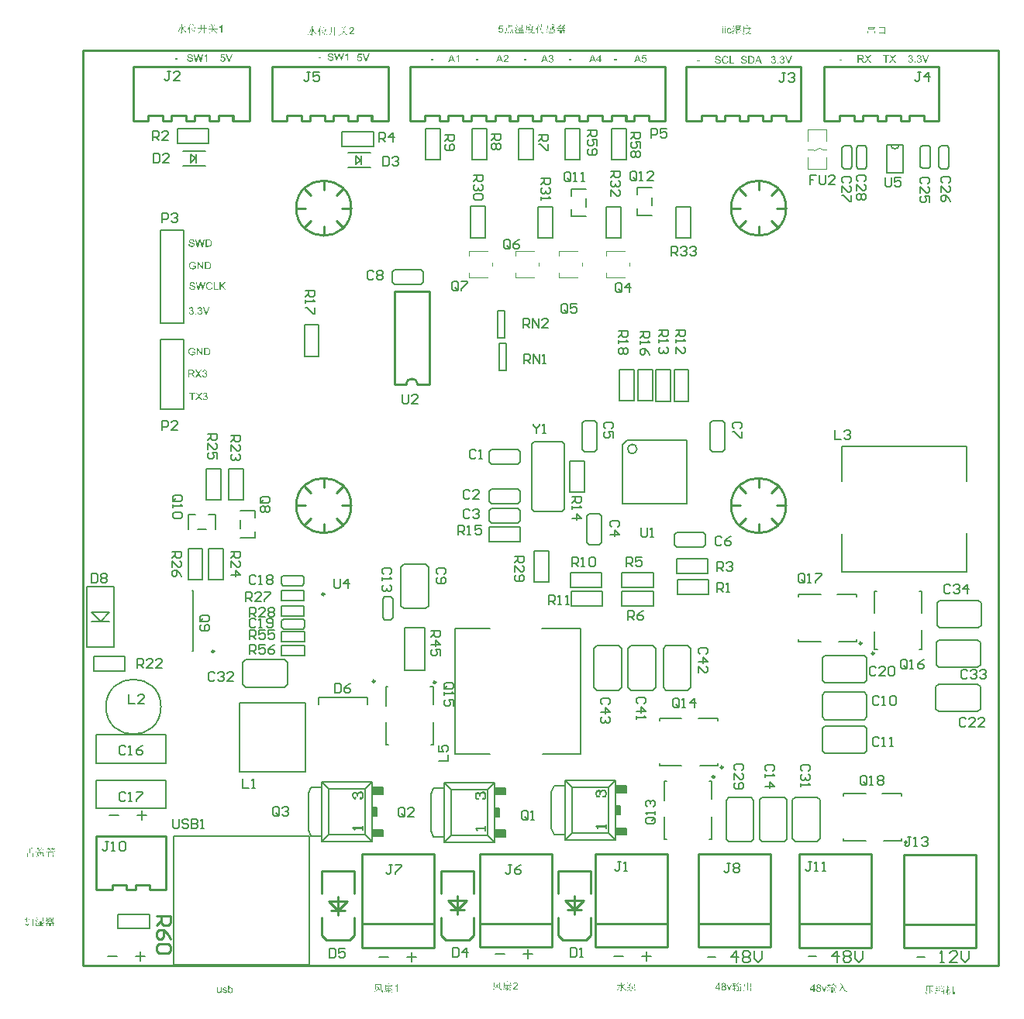
<source format=gto>
%FSLAX25Y25*%
%MOIN*%
G70*
G01*
G75*
%ADD10R,0.02559X0.05315*%
%ADD11R,0.14410X0.09843*%
%ADD12R,0.14410X0.07874*%
%ADD13R,0.01969X0.06299*%
%ADD14R,0.03543X0.02126*%
%ADD15R,0.09843X0.14410*%
%ADD16R,0.07874X0.14410*%
%ADD17R,0.06299X0.01969*%
%ADD18R,0.02126X0.03543*%
%ADD19R,0.03937X0.05118*%
%ADD20R,0.05118X0.03937*%
%ADD21R,0.05000X0.06000*%
%ADD22O,0.05906X0.03150*%
%ADD23R,0.04000X0.01969*%
%ADD24R,0.10000X0.07500*%
%ADD25O,0.09843X0.05906*%
%ADD26R,0.08661X0.07087*%
%ADD27R,0.09843X0.15748*%
%ADD28R,0.08000X0.02400*%
%ADD29O,0.08000X0.02400*%
%ADD30R,0.09449X0.08268*%
%ADD31R,0.07874X0.07874*%
%ADD32R,0.03347X0.02756*%
%ADD33R,0.02756X0.03347*%
%ADD34R,0.07087X0.03937*%
%ADD35R,0.03937X0.10630*%
%ADD36R,0.10630X0.03937*%
%ADD37R,0.03937X0.02362*%
%ADD38R,0.02362X0.03937*%
%ADD39O,0.00984X0.04724*%
%ADD40O,0.04724X0.00984*%
%ADD41O,0.04724X0.01772*%
%ADD42O,0.01772X0.04724*%
%ADD43R,0.04724X0.01772*%
%ADD44O,0.03543X0.01969*%
%ADD45R,0.03543X0.01969*%
%ADD46O,0.03543X0.01969*%
%ADD47R,0.17716X0.15748*%
%ADD48R,0.15748X0.17716*%
%ADD49R,0.27953X0.21654*%
%ADD50R,0.08268X0.03937*%
%ADD51R,0.07559X0.25590*%
%ADD52R,0.21654X0.25197*%
%ADD53R,0.03937X0.10827*%
%ADD54O,0.06299X0.01772*%
%ADD55R,0.08071X0.09055*%
%ADD56C,0.01000*%
%ADD57C,0.00800*%
%ADD58C,0.02000*%
%ADD59C,0.01200*%
%ADD60C,0.03000*%
%ADD61C,0.04000*%
%ADD62C,0.03500*%
%ADD63C,0.06000*%
%ADD64C,0.01500*%
%ADD65C,0.10000*%
%ADD66C,0.08000*%
%ADD67R,0.14500X0.04200*%
%ADD68R,0.04100X0.17800*%
%ADD69R,0.17100X0.04200*%
%ADD70R,0.04400X0.22500*%
%ADD71R,0.04100X0.19500*%
%ADD72R,0.16800X0.04200*%
%ADD73R,0.02437X0.03577*%
%ADD74R,0.23300X0.07400*%
%ADD75R,0.16351X0.07500*%
%ADD76R,0.55500X0.04751*%
%ADD77R,0.07912X0.15875*%
%ADD78R,0.05600X0.05100*%
%ADD79R,0.40000X0.08400*%
%ADD80R,0.28400X0.16700*%
%ADD81R,0.07300X0.03700*%
%ADD82R,0.08300X0.49900*%
%ADD83R,0.03900X0.06100*%
%ADD84R,0.08664X0.44500*%
%ADD85R,0.16500X0.07900*%
%ADD86R,0.06000X0.16300*%
%ADD87R,0.23600X0.17400*%
%ADD88R,0.25624X0.17093*%
%ADD89R,0.24100X0.17400*%
%ADD90C,0.06000*%
%ADD91O,0.06000X0.10000*%
%ADD92R,0.06000X0.10000*%
%ADD93O,0.05906X0.09843*%
%ADD94R,0.05906X0.09843*%
%ADD95C,0.06693*%
%ADD96R,0.05906X0.05906*%
%ADD97C,0.05906*%
%ADD98C,0.03937*%
%ADD99O,0.07874X0.15748*%
%ADD100O,0.09843X0.11811*%
%ADD101R,0.09843X0.11811*%
%ADD102C,0.02000*%
%ADD103C,0.03000*%
%ADD104C,0.04000*%
%ADD105C,0.05000*%
%ADD106C,0.02598*%
%ADD107R,0.05512X0.07087*%
%ADD108R,0.13386X0.07087*%
%ADD109O,0.02756X0.01181*%
%ADD110O,0.01181X0.02756*%
%ADD111R,0.07087X0.13386*%
%ADD112R,0.15900X0.03600*%
%ADD113R,0.05800X0.21700*%
%ADD114R,0.17600X0.04300*%
%ADD115R,0.04400X0.22100*%
%ADD116R,0.03084X0.06973*%
%ADD117R,0.10427X0.02514*%
%ADD118R,0.12200X0.03500*%
%ADD119R,0.08500X0.07122*%
%ADD120R,0.21373X0.05490*%
%ADD121R,0.03200X0.06000*%
%ADD122R,0.02900X0.13700*%
%ADD123R,0.22500X1.19600*%
%ADD124R,0.29000X0.26900*%
%ADD125C,0.00394*%
%ADD126C,0.00500*%
%ADD127C,0.00984*%
%ADD128C,0.00787*%
%ADD129C,0.00591*%
%ADD130R,0.04724X0.02756*%
%ADD131R,0.01968X0.03543*%
G36*
X200118Y10483D02*
X199996Y10379D01*
Y10375D01*
Y10365D01*
Y10351D01*
Y10327D01*
Y10302D01*
Y10271D01*
Y10233D01*
Y10195D01*
Y10149D01*
Y10101D01*
Y10000D01*
Y9889D01*
X200000Y9771D01*
Y9653D01*
Y9535D01*
X200003Y9424D01*
Y9317D01*
X200007Y9223D01*
Y9181D01*
Y9140D01*
X200010Y9105D01*
Y9077D01*
X200014Y9053D01*
Y9032D01*
X199771Y8945D01*
Y9119D01*
X198178D01*
Y8963D01*
X197935Y8859D01*
Y8862D01*
Y8866D01*
Y8876D01*
X197939Y8893D01*
Y8914D01*
X197942Y8942D01*
Y8977D01*
X197946Y9022D01*
Y9074D01*
Y9136D01*
X197949Y9206D01*
Y9289D01*
X197953Y9383D01*
Y9490D01*
Y9608D01*
Y9671D01*
Y9740D01*
Y9743D01*
Y9747D01*
Y9757D01*
Y9771D01*
Y9809D01*
Y9858D01*
Y9917D01*
Y9983D01*
Y10056D01*
X197949Y10132D01*
Y10292D01*
X197946Y10368D01*
Y10441D01*
X197942Y10507D01*
Y10566D01*
X197939Y10618D01*
X197935Y10656D01*
X198196Y10500D01*
X199736D01*
X199840Y10677D01*
X200118Y10483D01*
D02*
G37*
G36*
X113423Y10987D02*
X113416Y10983D01*
X113399Y10973D01*
X113374Y10955D01*
X113343Y10928D01*
X113305Y10890D01*
X113263Y10845D01*
X113225Y10785D01*
X113187Y10716D01*
Y10713D01*
X113183Y10706D01*
X113177Y10695D01*
X113170Y10678D01*
X113159Y10657D01*
X113145Y10629D01*
X113131Y10598D01*
X113114Y10560D01*
X113093Y10518D01*
X113069Y10473D01*
X113045Y10421D01*
X113017Y10362D01*
X112986Y10300D01*
X112954Y10234D01*
X112920Y10161D01*
X112882Y10081D01*
X113125Y9939D01*
X112968Y9817D01*
Y8086D01*
Y8082D01*
Y8075D01*
Y8061D01*
Y8044D01*
Y8020D01*
Y7989D01*
Y7950D01*
X112972Y7905D01*
Y7853D01*
Y7794D01*
X112975Y7728D01*
Y7655D01*
X112979Y7572D01*
Y7479D01*
X112982Y7381D01*
X112986Y7270D01*
X112687Y7166D01*
Y7170D01*
Y7173D01*
Y7194D01*
Y7225D01*
X112691Y7267D01*
Y7316D01*
X112694Y7374D01*
Y7437D01*
X112698Y7506D01*
Y7649D01*
X112701Y7794D01*
X112705Y7867D01*
Y7933D01*
Y7996D01*
Y8051D01*
Y9779D01*
X112701Y9776D01*
X112694Y9765D01*
X112684Y9751D01*
X112663Y9717D01*
X112632Y9672D01*
X112593Y9616D01*
X112548Y9550D01*
X112500Y9477D01*
X112444Y9401D01*
X112385Y9321D01*
X112323Y9238D01*
X112191Y9068D01*
X112122Y8988D01*
X112056Y8908D01*
X111986Y8835D01*
X111920Y8769D01*
X111868Y8821D01*
X111872Y8825D01*
X111882Y8839D01*
X111899Y8860D01*
X111920Y8887D01*
X111948Y8925D01*
X111979Y8971D01*
X112018Y9023D01*
X112059Y9085D01*
X112104Y9151D01*
X112153Y9227D01*
X112205Y9307D01*
X112257Y9398D01*
X112316Y9491D01*
X112375Y9595D01*
X112434Y9703D01*
X112496Y9817D01*
Y9821D01*
X112500Y9824D01*
X112503Y9835D01*
X112510Y9845D01*
X112528Y9880D01*
X112552Y9928D01*
X112580Y9987D01*
X112614Y10057D01*
X112649Y10140D01*
X112691Y10230D01*
X112732Y10331D01*
X112774Y10439D01*
X112819Y10556D01*
X112864Y10681D01*
X112909Y10810D01*
X112954Y10945D01*
X112996Y11087D01*
X113038Y11233D01*
X113423Y10987D01*
D02*
G37*
G36*
X110834Y8735D02*
X110657Y8648D01*
X110654Y8641D01*
X110640Y8627D01*
X110619Y8599D01*
X110591Y8565D01*
X110557Y8523D01*
X110515Y8474D01*
X110470Y8422D01*
X110421Y8363D01*
X110317Y8242D01*
X110203Y8117D01*
X110144Y8055D01*
X110088Y7999D01*
X110033Y7943D01*
X109977Y7895D01*
X109984Y7891D01*
X110001Y7881D01*
X110036Y7864D01*
X110078Y7839D01*
X110137Y7815D01*
X110203Y7784D01*
X110283Y7753D01*
X110373Y7718D01*
X110473Y7683D01*
X110584Y7649D01*
X110706Y7617D01*
X110841Y7586D01*
X110980Y7562D01*
X111133Y7541D01*
X111292Y7524D01*
X111462Y7513D01*
Y7444D01*
X111459D01*
X111452Y7440D01*
X111435Y7437D01*
X111417Y7433D01*
X111396Y7427D01*
X111372Y7420D01*
X111317Y7395D01*
X111258Y7367D01*
X111202Y7326D01*
X111178Y7305D01*
X111157Y7277D01*
X111143Y7249D01*
X111129Y7218D01*
X111126D01*
X111119Y7222D01*
X111108D01*
X111094Y7225D01*
X111074Y7229D01*
X111049Y7236D01*
X111025Y7243D01*
X110994Y7249D01*
X110924Y7267D01*
X110845Y7288D01*
X110754Y7316D01*
X110657Y7343D01*
X110557Y7378D01*
X110449Y7420D01*
X110342Y7461D01*
X110231Y7510D01*
X110123Y7565D01*
X110019Y7624D01*
X109918Y7687D01*
X109821Y7756D01*
X109818D01*
X109811Y7753D01*
X109800Y7746D01*
X109783Y7735D01*
X109762Y7725D01*
X109738Y7711D01*
X109706Y7697D01*
X109675Y7680D01*
X109637Y7662D01*
X109596Y7645D01*
X109550Y7624D01*
X109505Y7600D01*
X109398Y7555D01*
X109280Y7506D01*
X109148Y7458D01*
X109009Y7406D01*
X108860Y7357D01*
X108700Y7309D01*
X108534Y7267D01*
X108364Y7225D01*
X108183Y7194D01*
X108003Y7166D01*
X107985Y7236D01*
X107989D01*
X107996Y7239D01*
X108010D01*
X108027Y7243D01*
X108048Y7249D01*
X108076Y7256D01*
X108107Y7263D01*
X108142Y7270D01*
X108180Y7281D01*
X108225Y7291D01*
X108318Y7316D01*
X108426Y7350D01*
X108544Y7385D01*
X108669Y7430D01*
X108801Y7479D01*
X108940Y7534D01*
X109082Y7593D01*
X109228Y7662D01*
X109373Y7739D01*
X109519Y7822D01*
X109661Y7912D01*
X109658Y7916D01*
X109648Y7926D01*
X109630Y7947D01*
X109606Y7971D01*
X109578Y8006D01*
X109543Y8044D01*
X109505Y8089D01*
X109460Y8141D01*
X109415Y8197D01*
X109366Y8259D01*
X109318Y8329D01*
X109266Y8402D01*
X109210Y8478D01*
X109158Y8558D01*
X109103Y8644D01*
X109051Y8735D01*
X108877D01*
X108718Y8700D01*
X108579Y8839D01*
X110414D01*
X110571Y8995D01*
X110834Y8735D01*
D02*
G37*
G36*
X193684Y9955D02*
X193292D01*
Y10403D01*
X193684D01*
Y9955D01*
D02*
G37*
G36*
X196790Y10725D02*
X196804Y10719D01*
X196828Y10705D01*
X196860Y10687D01*
X196898Y10667D01*
X196939Y10646D01*
X197033Y10590D01*
X197130Y10528D01*
X197175Y10497D01*
X197217Y10465D01*
X197255Y10434D01*
X197286Y10406D01*
X197311Y10379D01*
X197325Y10351D01*
X197328Y10344D01*
X197332Y10330D01*
X197335Y10302D01*
X197338Y10267D01*
X197335Y10226D01*
X197325Y10181D01*
X197304Y10129D01*
X197286Y10101D01*
X197269Y10073D01*
X197266Y10066D01*
X197252Y10052D01*
X197231Y10039D01*
X197207Y10025D01*
X197179D01*
X197165Y10028D01*
X197148Y10039D01*
X197130Y10056D01*
X197116Y10077D01*
X197099Y10104D01*
X197085Y10143D01*
Y10146D01*
X197082Y10153D01*
X197078Y10163D01*
X197068Y10181D01*
X197061Y10202D01*
X197047Y10229D01*
X197033Y10257D01*
X197016Y10292D01*
X196995Y10330D01*
X196971Y10368D01*
X196943Y10413D01*
X196912Y10462D01*
X196877Y10510D01*
X196839Y10562D01*
X196794Y10618D01*
X196748Y10677D01*
X196783Y10729D01*
X196790Y10725D01*
D02*
G37*
G36*
X202783Y10882D02*
X202797Y10878D01*
X202818Y10868D01*
X202845Y10857D01*
X202877Y10840D01*
X202911Y10823D01*
X202991Y10781D01*
X203074Y10736D01*
X203154Y10684D01*
X203192Y10656D01*
X203224Y10632D01*
X203248Y10604D01*
X203269Y10580D01*
X203272Y10573D01*
X203279Y10555D01*
X203286Y10528D01*
X203290Y10493D01*
X203279Y10448D01*
X203272Y10424D01*
X203262Y10396D01*
X203244Y10368D01*
X203220Y10337D01*
X203196Y10306D01*
X203161Y10274D01*
X204299D01*
X204542Y10517D01*
X204893Y10167D01*
X201659D01*
Y10163D01*
Y10156D01*
Y10139D01*
Y10122D01*
Y10097D01*
Y10066D01*
Y10031D01*
Y9993D01*
Y9952D01*
Y9907D01*
Y9806D01*
Y9691D01*
Y9570D01*
X201655Y9442D01*
X201652Y9306D01*
X201641Y9036D01*
X201631Y8900D01*
X201620Y8772D01*
X201610Y8647D01*
X201596Y8533D01*
Y8525D01*
X201593Y8508D01*
X201589Y8477D01*
X201582Y8435D01*
X201572Y8383D01*
X201561Y8324D01*
X201551Y8262D01*
X201537Y8189D01*
X201520Y8113D01*
X201502Y8033D01*
X201457Y7863D01*
X201405Y7693D01*
X201374Y7609D01*
X201343Y7530D01*
X201339Y7526D01*
X201336Y7512D01*
X201325Y7488D01*
X201312Y7460D01*
X201294Y7422D01*
X201273Y7380D01*
X201249Y7332D01*
X201225Y7280D01*
X201194Y7221D01*
X201162Y7162D01*
X201086Y7033D01*
X201003Y6898D01*
X200909Y6766D01*
X200857Y6801D01*
Y6804D01*
X200861Y6808D01*
X200871Y6829D01*
X200892Y6860D01*
X200912Y6905D01*
X200940Y6961D01*
X200972Y7027D01*
X201006Y7103D01*
X201044Y7186D01*
X201083Y7280D01*
X201121Y7377D01*
X201155Y7485D01*
X201194Y7592D01*
X201225Y7707D01*
X201256Y7825D01*
X201280Y7946D01*
X201301Y8071D01*
Y8074D01*
Y8078D01*
X201305Y8088D01*
Y8102D01*
X201312Y8137D01*
X201315Y8185D01*
X201325Y8248D01*
X201332Y8317D01*
X201343Y8401D01*
X201350Y8491D01*
X201360Y8588D01*
X201371Y8696D01*
X201378Y8807D01*
X201388Y8925D01*
X201395Y9046D01*
X201398Y9167D01*
X201405Y9424D01*
Y9428D01*
Y9431D01*
Y9442D01*
Y9455D01*
Y9490D01*
Y9539D01*
Y9594D01*
Y9660D01*
Y9733D01*
Y9813D01*
Y9893D01*
Y9979D01*
X201398Y10146D01*
X201395Y10229D01*
X201391Y10309D01*
X201388Y10382D01*
X201381Y10448D01*
X201676Y10274D01*
X203057D01*
Y10278D01*
X203053Y10292D01*
X203050Y10313D01*
X203040Y10340D01*
X203029Y10375D01*
X203015Y10413D01*
X202998Y10455D01*
X202977Y10500D01*
X202974Y10507D01*
X202967Y10524D01*
X202949Y10552D01*
X202925Y10590D01*
X202890Y10639D01*
X202845Y10698D01*
X202793Y10771D01*
X202727Y10850D01*
X202779Y10885D01*
X202783Y10882D01*
D02*
G37*
G36*
X99314Y8155D02*
Y8152D01*
X99310Y8141D01*
Y8131D01*
X99303Y8096D01*
X99296Y8051D01*
X99286Y7996D01*
X99272Y7937D01*
X99258Y7871D01*
X99244Y7801D01*
X99206Y7659D01*
X99186Y7590D01*
X99165Y7527D01*
X99140Y7468D01*
X99120Y7416D01*
X99092Y7371D01*
X99067Y7340D01*
X99060Y7333D01*
X99043Y7319D01*
X99015Y7302D01*
X98981Y7284D01*
X98936Y7270D01*
X98887Y7263D01*
X98863Y7267D01*
X98835Y7274D01*
X98807Y7284D01*
X98779Y7298D01*
X98773Y7302D01*
X98759Y7316D01*
X98741Y7333D01*
X98724Y7361D01*
X98717Y7392D01*
Y7409D01*
X98721Y7430D01*
X98727Y7447D01*
X98741Y7468D01*
X98762Y7492D01*
X98786Y7513D01*
X98790D01*
X98793Y7520D01*
X98814Y7534D01*
X98842Y7558D01*
X98877Y7586D01*
X98915Y7621D01*
X98953Y7659D01*
X98991Y7701D01*
X99022Y7739D01*
X99026Y7742D01*
X99036Y7760D01*
X99054Y7787D01*
X99067Y7808D01*
X99081Y7829D01*
X99095Y7857D01*
X99113Y7888D01*
X99130Y7923D01*
X99147Y7961D01*
X99168Y8003D01*
X99192Y8051D01*
X99217Y8103D01*
X99241Y8159D01*
X99314D01*
Y8155D01*
D02*
G37*
G36*
X100820Y8138D02*
X100830Y8131D01*
X100848Y8117D01*
X100868Y8100D01*
X100896Y8079D01*
X100927Y8055D01*
X100993Y7996D01*
X101066Y7930D01*
X101139Y7857D01*
X101170Y7819D01*
X101201Y7784D01*
X101229Y7746D01*
X101250Y7711D01*
Y7708D01*
X101254Y7704D01*
X101260Y7694D01*
X101264Y7680D01*
X101278Y7645D01*
X101285Y7600D01*
X101288Y7548D01*
Y7520D01*
X101281Y7492D01*
X101271Y7465D01*
X101257Y7433D01*
X101240Y7406D01*
X101215Y7374D01*
X101208Y7367D01*
X101195Y7354D01*
X101170Y7340D01*
X101139Y7333D01*
X101125D01*
X101108Y7340D01*
X101091Y7350D01*
X101077Y7367D01*
X101063Y7392D01*
X101049Y7423D01*
X101035Y7465D01*
X101025Y7513D01*
Y7517D01*
X101021Y7527D01*
X101018Y7541D01*
X101014Y7565D01*
X101007Y7590D01*
X100997Y7621D01*
X100986Y7655D01*
X100976Y7697D01*
X100941Y7784D01*
X100900Y7881D01*
X100848Y7982D01*
X100782Y8086D01*
X100816Y8141D01*
X100820Y8138D01*
D02*
G37*
G36*
X117077Y8308D02*
Y8291D01*
X117073Y8263D01*
Y8228D01*
X117070Y8186D01*
X117066Y8138D01*
X117063Y8082D01*
X117056Y8027D01*
X117046Y7912D01*
X117035Y7853D01*
X117025Y7801D01*
X117014Y7749D01*
X117000Y7704D01*
X116987Y7666D01*
X116973Y7635D01*
X116969Y7628D01*
X116959Y7614D01*
X116938Y7590D01*
X116914Y7562D01*
X116883Y7534D01*
X116848Y7506D01*
X116806Y7485D01*
X116761Y7472D01*
X116754D01*
X116740Y7468D01*
X116719D01*
X116692Y7472D01*
X116660Y7475D01*
X116629Y7489D01*
X116598Y7510D01*
X116570Y7541D01*
X116567Y7544D01*
X116563Y7558D01*
X116556Y7576D01*
X116560Y7604D01*
X116567Y7635D01*
X116577Y7652D01*
X116591Y7673D01*
X116605Y7690D01*
X116626Y7711D01*
X116653Y7735D01*
X116685Y7756D01*
X116688D01*
X116692Y7763D01*
X116702Y7770D01*
X116716Y7780D01*
X116733Y7798D01*
X116751Y7819D01*
X116771Y7843D01*
X116796Y7871D01*
X116820Y7905D01*
X116844Y7947D01*
X116872Y7992D01*
X116900Y8044D01*
X116928Y8100D01*
X116955Y8166D01*
X116980Y8235D01*
X117007Y8315D01*
X117077D01*
Y8308D01*
D02*
G37*
G36*
X240077Y-403168D02*
X239955Y-403272D01*
Y-405104D01*
Y-405108D01*
Y-405115D01*
Y-405128D01*
X239952Y-405146D01*
X239949Y-405167D01*
X239942Y-405191D01*
X239924Y-405246D01*
X239910Y-405274D01*
X239893Y-405302D01*
X239872Y-405333D01*
X239844Y-405361D01*
X239817Y-405385D01*
X239782Y-405409D01*
X239740Y-405434D01*
X239695Y-405451D01*
Y-405448D01*
X239692Y-405441D01*
X239688Y-405430D01*
X239681Y-405416D01*
X239664Y-405382D01*
X239633Y-405340D01*
X239615Y-405319D01*
X239591Y-405295D01*
X239563Y-405274D01*
X239532Y-405253D01*
X239497Y-405232D01*
X239456Y-405215D01*
X239411Y-405201D01*
X239362Y-405191D01*
Y-405122D01*
X239369D01*
X239390Y-405125D01*
X239421Y-405128D01*
X239463D01*
X239508Y-405132D01*
X239553Y-405135D01*
X239598Y-405139D01*
X239643D01*
X239657Y-405135D01*
X239674Y-405132D01*
X239695Y-405122D01*
X239713Y-405104D01*
X239730Y-405080D01*
X239744Y-405045D01*
X239747Y-405000D01*
Y-404372D01*
X239206D01*
Y-405330D01*
X238977Y-405451D01*
Y-405448D01*
Y-405434D01*
Y-405413D01*
X238980Y-405382D01*
Y-405343D01*
X238984Y-405295D01*
Y-405236D01*
X238987Y-405170D01*
Y-405090D01*
Y-405003D01*
X238991Y-404903D01*
Y-404795D01*
X238994Y-404674D01*
Y-404538D01*
Y-404396D01*
Y-404240D01*
Y-404237D01*
Y-404230D01*
Y-404219D01*
Y-404202D01*
Y-404181D01*
Y-404157D01*
Y-404129D01*
Y-404098D01*
Y-404028D01*
Y-403949D01*
Y-403858D01*
X238991Y-403761D01*
Y-403661D01*
Y-403560D01*
X238987Y-403456D01*
Y-403355D01*
X238984Y-403258D01*
Y-403168D01*
X238980Y-403081D01*
X238977Y-403008D01*
X239223Y-403133D01*
X239713D01*
X239834Y-402974D01*
X240077Y-403168D01*
D02*
G37*
G36*
X117882Y8228D02*
X117726Y8107D01*
Y7704D01*
Y7701D01*
Y7694D01*
Y7680D01*
Y7662D01*
X117729Y7624D01*
X117736Y7600D01*
X117746Y7579D01*
X117760Y7555D01*
X117778Y7534D01*
X117798Y7517D01*
X117826Y7499D01*
X117861Y7485D01*
X117899Y7479D01*
X117948Y7475D01*
X118003Y7479D01*
X118978D01*
X119010Y7482D01*
X119048Y7489D01*
X119089Y7506D01*
X119128Y7534D01*
X119145Y7551D01*
X119159Y7572D01*
X119173Y7597D01*
X119183Y7624D01*
Y7628D01*
X119186Y7631D01*
Y7642D01*
X119190Y7655D01*
X119193Y7673D01*
X119197Y7694D01*
X119204Y7718D01*
X119207Y7746D01*
X119218Y7812D01*
X119228Y7888D01*
X119239Y7982D01*
X119246Y8086D01*
X119315D01*
Y8082D01*
Y8075D01*
X119318Y8061D01*
Y8044D01*
Y8023D01*
X119322Y7996D01*
X119329Y7940D01*
X119336Y7878D01*
X119343Y7815D01*
X119357Y7756D01*
X119367Y7704D01*
X119370Y7697D01*
X119374Y7683D01*
X119384Y7662D01*
X119398Y7638D01*
X119419Y7607D01*
X119447Y7579D01*
X119482Y7551D01*
X119523Y7531D01*
X119520Y7527D01*
X119516Y7520D01*
X119506Y7506D01*
X119492Y7489D01*
X119474Y7468D01*
X119450Y7444D01*
X119426Y7420D01*
X119391Y7395D01*
X119357Y7371D01*
X119315Y7350D01*
X119266Y7329D01*
X119214Y7312D01*
X119155Y7298D01*
X119093Y7288D01*
X119024Y7284D01*
X118947Y7288D01*
X117837D01*
X117806Y7291D01*
X117771Y7295D01*
X117736Y7302D01*
X117698Y7312D01*
X117660Y7326D01*
X117625Y7343D01*
X117590Y7367D01*
X117559Y7399D01*
X117535Y7433D01*
X117514Y7475D01*
X117500Y7524D01*
X117497Y7583D01*
Y7590D01*
Y7607D01*
Y7635D01*
Y7673D01*
Y7722D01*
Y7773D01*
Y7833D01*
X117493Y7898D01*
Y8034D01*
X117490Y8173D01*
X117486Y8239D01*
Y8304D01*
X117483Y8363D01*
X117479Y8419D01*
X117882Y8228D01*
D02*
G37*
G36*
X101760Y8190D02*
X101771Y8183D01*
X101791Y8169D01*
X101816Y8152D01*
X101844Y8131D01*
X101878Y8103D01*
X101913Y8075D01*
X101954Y8044D01*
X102038Y7971D01*
X102125Y7895D01*
X102204Y7812D01*
X102239Y7770D01*
X102274Y7728D01*
X102277Y7725D01*
X102281Y7718D01*
X102288Y7708D01*
X102298Y7694D01*
X102308Y7673D01*
X102319Y7652D01*
X102340Y7600D01*
X102354Y7537D01*
X102357Y7506D01*
X102354Y7475D01*
X102350Y7440D01*
X102340Y7406D01*
X102322Y7374D01*
X102298Y7340D01*
Y7336D01*
X102291Y7333D01*
X102274Y7319D01*
X102250Y7302D01*
X102218Y7291D01*
X102201Y7288D01*
X102183Y7295D01*
X102166Y7302D01*
X102149Y7319D01*
X102128Y7340D01*
X102111Y7371D01*
X102097Y7413D01*
X102079Y7461D01*
Y7465D01*
X102076Y7475D01*
X102069Y7492D01*
X102062Y7513D01*
X102052Y7541D01*
X102041Y7576D01*
X102024Y7614D01*
X102007Y7655D01*
X101986Y7704D01*
X101958Y7756D01*
X101930Y7812D01*
X101895Y7874D01*
X101861Y7937D01*
X101819Y8003D01*
X101774Y8072D01*
X101722Y8141D01*
X101757Y8193D01*
X101760Y8190D01*
D02*
G37*
G36*
X99893Y8121D02*
X99907Y8110D01*
X99925Y8096D01*
X99949Y8079D01*
X99977Y8055D01*
X100008Y8027D01*
X100081Y7961D01*
X100157Y7888D01*
X100226Y7815D01*
X100258Y7777D01*
X100285Y7739D01*
X100306Y7704D01*
X100324Y7669D01*
Y7666D01*
X100327Y7662D01*
X100334Y7642D01*
X100341Y7607D01*
Y7565D01*
X100338Y7517D01*
X100324Y7465D01*
X100313Y7437D01*
X100299Y7409D01*
X100278Y7385D01*
X100254Y7357D01*
X100247Y7350D01*
X100233Y7340D01*
X100209Y7326D01*
X100181Y7319D01*
X100168D01*
X100150Y7326D01*
X100136Y7333D01*
X100122Y7347D01*
X100109Y7367D01*
X100098Y7395D01*
X100088Y7430D01*
X100081Y7472D01*
Y7475D01*
X100077Y7482D01*
Y7496D01*
X100074Y7517D01*
X100067Y7541D01*
X100060Y7569D01*
X100049Y7604D01*
X100039Y7642D01*
X100025Y7683D01*
X100011Y7728D01*
X99990Y7777D01*
X99970Y7829D01*
X99921Y7943D01*
X99890Y8006D01*
X99855Y8068D01*
X99890Y8124D01*
X99893Y8121D01*
D02*
G37*
G36*
X193684Y7200D02*
X193292D01*
Y9521D01*
X193684D01*
Y7200D01*
D02*
G37*
G36*
X197588Y8643D02*
X197602Y8633D01*
X197623Y8616D01*
X197647Y8595D01*
X197678Y8567D01*
X197717Y8536D01*
X197755Y8498D01*
X197796Y8460D01*
X197887Y8373D01*
X197977Y8276D01*
X198019Y8227D01*
X198057Y8179D01*
X198095Y8130D01*
X198126Y8081D01*
X198130Y8078D01*
X198133Y8071D01*
X198140Y8057D01*
X198150Y8040D01*
X198161Y8015D01*
X198171Y7991D01*
X198189Y7929D01*
X198203Y7859D01*
X198206Y7821D01*
Y7783D01*
X198199Y7745D01*
X198192Y7703D01*
X198175Y7665D01*
X198154Y7627D01*
Y7623D01*
X198147Y7620D01*
X198133Y7599D01*
X198109Y7571D01*
X198081Y7547D01*
X198067Y7540D01*
X198053Y7533D01*
X198039Y7530D01*
X198022D01*
X198012Y7537D01*
X197998Y7551D01*
X197987Y7571D01*
X197977Y7599D01*
Y7603D01*
X197974Y7606D01*
Y7616D01*
X197970Y7630D01*
X197963Y7648D01*
X197960Y7668D01*
X197946Y7721D01*
X197928Y7783D01*
X197904Y7856D01*
X197880Y7939D01*
X197848Y8029D01*
Y8033D01*
X197845Y8040D01*
X197838Y8054D01*
X197831Y8074D01*
X197821Y8099D01*
X197810Y8127D01*
X197793Y8161D01*
X197776Y8196D01*
X197755Y8237D01*
X197734Y8283D01*
X197678Y8383D01*
X197613Y8494D01*
X197533Y8612D01*
X197585Y8647D01*
X197588Y8643D01*
D02*
G37*
G36*
X197583Y-400961D02*
X197580Y-400965D01*
X197570Y-400972D01*
X197552Y-400982D01*
X197535Y-400999D01*
X197511Y-401020D01*
X197490Y-401045D01*
X197466Y-401076D01*
X197445Y-401110D01*
X197441Y-401114D01*
X197434Y-401131D01*
X197431Y-401142D01*
X197424Y-401159D01*
X197414Y-401176D01*
X197406Y-401197D01*
X197396Y-401225D01*
X197382Y-401256D01*
X197368Y-401291D01*
X197354Y-401329D01*
X197341Y-401374D01*
X197323Y-401423D01*
X197306Y-401478D01*
X197285Y-401537D01*
X197774D01*
X197986Y-401343D01*
X198246Y-401641D01*
X197250D01*
X196886Y-402637D01*
X197393D01*
Y-402630D01*
Y-402616D01*
Y-402592D01*
Y-402561D01*
Y-402523D01*
Y-402481D01*
Y-402432D01*
X197389Y-402381D01*
Y-402266D01*
X197386Y-402151D01*
X197382Y-402040D01*
X197379Y-401988D01*
X197375Y-401940D01*
X197740Y-402113D01*
X197618Y-402235D01*
Y-402637D01*
X197705D01*
X197882Y-402481D01*
X198125Y-402741D01*
X197618D01*
Y-403477D01*
X198090Y-403387D01*
X198108Y-403460D01*
X197618Y-403598D01*
Y-403602D01*
Y-403609D01*
Y-403619D01*
Y-403633D01*
Y-403654D01*
Y-403678D01*
Y-403734D01*
Y-403803D01*
Y-403879D01*
Y-403966D01*
X197622Y-404057D01*
Y-404150D01*
Y-404247D01*
X197625Y-404341D01*
Y-404435D01*
X197629Y-404525D01*
Y-404608D01*
X197632Y-404681D01*
X197636Y-404747D01*
X197375Y-404851D01*
Y-404848D01*
Y-404844D01*
Y-404834D01*
Y-404820D01*
Y-404803D01*
Y-404782D01*
X197379Y-404730D01*
Y-404667D01*
X197382Y-404598D01*
Y-404518D01*
X197386Y-404431D01*
Y-404338D01*
Y-404240D01*
X197389Y-404046D01*
X197393Y-403945D01*
Y-403848D01*
Y-403755D01*
Y-403668D01*
X197389D01*
X197386Y-403671D01*
X197365Y-403675D01*
X197334Y-403685D01*
X197292Y-403696D01*
X197240Y-403713D01*
X197185Y-403730D01*
X197125Y-403748D01*
X197063Y-403768D01*
X196938Y-403817D01*
X196879Y-403841D01*
X196824Y-403866D01*
X196775Y-403893D01*
X196737Y-403918D01*
X196709Y-403942D01*
X196699Y-403956D01*
X196692Y-403966D01*
X196536Y-403668D01*
X196539D01*
X196553Y-403664D01*
X196574Y-403661D01*
X196605Y-403657D01*
X196640Y-403654D01*
X196681Y-403647D01*
X196733Y-403640D01*
X196789Y-403630D01*
X196848Y-403623D01*
X196914Y-403612D01*
X196983Y-403598D01*
X197060Y-403588D01*
X197139Y-403574D01*
X197219Y-403560D01*
X197393Y-403529D01*
Y-402741D01*
X196886D01*
X196744Y-402863D01*
X196553Y-402585D01*
X196560Y-402582D01*
X196574Y-402575D01*
X196598Y-402561D01*
X196626Y-402537D01*
X196660Y-402502D01*
X196681Y-402481D01*
X196699Y-402453D01*
X196720Y-402422D01*
X196740Y-402391D01*
X196758Y-402349D01*
X196779Y-402308D01*
Y-402304D01*
X196782Y-402297D01*
X196789Y-402283D01*
X196799Y-402262D01*
X196806Y-402238D01*
X196820Y-402207D01*
X196834Y-402172D01*
X196851Y-402131D01*
X196869Y-402085D01*
X196886Y-402037D01*
X196907Y-401981D01*
X196928Y-401922D01*
X196952Y-401860D01*
X196973Y-401791D01*
X197001Y-401718D01*
X197025Y-401641D01*
X196969D01*
X196942Y-401645D01*
X196907Y-401648D01*
X196858Y-401655D01*
X196806Y-401662D01*
X196744Y-401676D01*
X196674Y-401693D01*
X196518Y-401537D01*
X197060D01*
Y-401534D01*
X197063Y-401520D01*
X197070Y-401496D01*
X197077Y-401464D01*
X197087Y-401430D01*
X197098Y-401385D01*
X197108Y-401336D01*
X197122Y-401284D01*
X197136Y-401225D01*
X197153Y-401166D01*
X197185Y-401034D01*
X197216Y-400902D01*
X197250Y-400767D01*
X197583Y-400961D01*
D02*
G37*
G36*
X204282Y8335D02*
X204105Y8248D01*
X204101Y8241D01*
X204088Y8227D01*
X204067Y8199D01*
X204039Y8165D01*
X204004Y8123D01*
X203963Y8074D01*
X203918Y8022D01*
X203869Y7963D01*
X203765Y7842D01*
X203650Y7717D01*
X203591Y7655D01*
X203536Y7599D01*
X203480Y7543D01*
X203425Y7495D01*
X203432Y7491D01*
X203449Y7481D01*
X203484Y7464D01*
X203525Y7439D01*
X203584Y7415D01*
X203650Y7384D01*
X203730Y7353D01*
X203820Y7318D01*
X203921Y7283D01*
X204032Y7249D01*
X204153Y7217D01*
X204289Y7186D01*
X204428Y7162D01*
X204580Y7141D01*
X204740Y7124D01*
X204910Y7113D01*
Y7044D01*
X204907D01*
X204900Y7040D01*
X204882Y7037D01*
X204865Y7033D01*
X204844Y7027D01*
X204820Y7020D01*
X204764Y6995D01*
X204705Y6967D01*
X204650Y6926D01*
X204625Y6905D01*
X204605Y6877D01*
X204591Y6849D01*
X204577Y6818D01*
X204573D01*
X204567Y6822D01*
X204556D01*
X204542Y6825D01*
X204521Y6829D01*
X204497Y6836D01*
X204473Y6843D01*
X204441Y6849D01*
X204372Y6867D01*
X204292Y6888D01*
X204202Y6916D01*
X204105Y6943D01*
X204004Y6978D01*
X203897Y7020D01*
X203789Y7061D01*
X203678Y7110D01*
X203571Y7165D01*
X203467Y7224D01*
X203366Y7287D01*
X203269Y7356D01*
X203265D01*
X203258Y7353D01*
X203248Y7346D01*
X203231Y7335D01*
X203210Y7325D01*
X203185Y7311D01*
X203154Y7297D01*
X203123Y7280D01*
X203085Y7262D01*
X203043Y7245D01*
X202998Y7224D01*
X202953Y7200D01*
X202845Y7155D01*
X202727Y7106D01*
X202595Y7058D01*
X202457Y7006D01*
X202308Y6957D01*
X202148Y6909D01*
X201981Y6867D01*
X201811Y6825D01*
X201631Y6794D01*
X201450Y6766D01*
X201433Y6836D01*
X201436D01*
X201444Y6839D01*
X201457D01*
X201475Y6843D01*
X201496Y6849D01*
X201523Y6857D01*
X201554Y6863D01*
X201589Y6870D01*
X201627Y6881D01*
X201673Y6891D01*
X201766Y6916D01*
X201874Y6950D01*
X201992Y6985D01*
X202117Y7030D01*
X202249Y7079D01*
X202387Y7134D01*
X202530Y7193D01*
X202675Y7262D01*
X202821Y7339D01*
X202967Y7422D01*
X203109Y7512D01*
X203106Y7516D01*
X203095Y7526D01*
X203078Y7547D01*
X203053Y7571D01*
X203026Y7606D01*
X202991Y7644D01*
X202953Y7689D01*
X202908Y7741D01*
X202863Y7797D01*
X202814Y7859D01*
X202765Y7929D01*
X202713Y8002D01*
X202658Y8078D01*
X202606Y8158D01*
X202550Y8245D01*
X202498Y8335D01*
X202325D01*
X202165Y8300D01*
X202026Y8439D01*
X203862D01*
X204018Y8595D01*
X204282Y8335D01*
D02*
G37*
G36*
X199507Y8841D02*
X199386Y8737D01*
Y7655D01*
X199393Y7658D01*
X199410Y7679D01*
X199434Y7710D01*
X199469Y7755D01*
X199514Y7807D01*
X199563Y7870D01*
X199615Y7939D01*
X199670Y8019D01*
X199729Y8099D01*
X199792Y8185D01*
X199910Y8369D01*
X199965Y8463D01*
X200014Y8557D01*
X200062Y8647D01*
X200101Y8737D01*
X200416Y8456D01*
X200409Y8453D01*
X200399D01*
X200389Y8446D01*
X200354Y8428D01*
X200330Y8418D01*
X200305Y8401D01*
X200274Y8383D01*
X200243Y8359D01*
X200208Y8331D01*
X200170Y8300D01*
X200128Y8265D01*
X200087Y8224D01*
X200038Y8175D01*
X199989Y8123D01*
X199986Y8119D01*
X199976Y8109D01*
X199962Y8095D01*
X199941Y8071D01*
X199917Y8047D01*
X199885Y8015D01*
X199851Y7977D01*
X199813Y7939D01*
X199771Y7894D01*
X199722Y7849D01*
X199622Y7748D01*
X199507Y7641D01*
X199386Y7530D01*
Y7079D01*
X199979D01*
X200208Y7304D01*
X200503Y6974D01*
X197772D01*
X197748Y6971D01*
X197692Y6967D01*
X197626Y6961D01*
X197557Y6954D01*
X197484Y6940D01*
X197411Y6922D01*
X197255Y7079D01*
X198442D01*
Y7082D01*
Y7096D01*
Y7120D01*
Y7151D01*
Y7190D01*
Y7235D01*
Y7287D01*
Y7346D01*
Y7408D01*
Y7474D01*
Y7547D01*
Y7623D01*
Y7783D01*
X198438Y7953D01*
Y8123D01*
Y8293D01*
X198435Y8456D01*
Y8536D01*
Y8609D01*
Y8682D01*
X198432Y8748D01*
Y8810D01*
Y8869D01*
X198428Y8921D01*
Y8966D01*
X198424Y9001D01*
Y9032D01*
X198810Y8876D01*
X198668Y8755D01*
Y7079D01*
X199157D01*
Y7082D01*
Y7096D01*
Y7120D01*
Y7151D01*
Y7186D01*
Y7231D01*
Y7283D01*
Y7339D01*
Y7401D01*
Y7467D01*
Y7540D01*
Y7613D01*
Y7773D01*
X199153Y7939D01*
Y8109D01*
Y8276D01*
X199150Y8442D01*
Y8595D01*
Y8668D01*
X199146Y8737D01*
Y8800D01*
Y8859D01*
X199143Y8911D01*
Y8959D01*
X199139Y8997D01*
Y9032D01*
X199507Y8841D01*
D02*
G37*
G36*
X192692Y7200D02*
X192300D01*
Y9521D01*
X192692D01*
Y7200D01*
D02*
G37*
G36*
X197727Y10028D02*
Y10025D01*
X197720Y10007D01*
X197713Y9983D01*
X197703Y9952D01*
X197689Y9910D01*
X197672Y9865D01*
X197654Y9809D01*
X197633Y9750D01*
X197613Y9685D01*
X197588Y9612D01*
X197564Y9535D01*
X197536Y9459D01*
X197481Y9289D01*
X197422Y9115D01*
X197366Y8939D01*
X197307Y8761D01*
X197255Y8595D01*
X197227Y8515D01*
X197203Y8435D01*
X197182Y8362D01*
X197161Y8297D01*
X197144Y8234D01*
X197127Y8175D01*
X197113Y8127D01*
X197099Y8081D01*
X197092Y8047D01*
X197085Y8019D01*
Y8015D01*
Y8009D01*
X197082Y7995D01*
X197078Y7977D01*
X197075Y7953D01*
X197071Y7925D01*
X197068Y7894D01*
X197064Y7859D01*
X197057Y7821D01*
X197054Y7779D01*
X197047Y7689D01*
X197040Y7585D01*
X197033Y7478D01*
Y7474D01*
Y7464D01*
Y7450D01*
Y7429D01*
Y7405D01*
X197030Y7377D01*
Y7315D01*
Y7245D01*
X197026Y7179D01*
Y7113D01*
Y7085D01*
Y7061D01*
Y7058D01*
X197023Y7044D01*
X197016Y7030D01*
X196998Y7013D01*
X196974Y7002D01*
X196936D01*
X196912Y7006D01*
X196884Y7016D01*
X196853Y7027D01*
X196815Y7044D01*
X196811D01*
X196808Y7051D01*
X196783Y7065D01*
X196769Y7079D01*
X196756Y7096D01*
X196742Y7117D01*
X196724Y7145D01*
X196714Y7172D01*
X196703Y7207D01*
X196693Y7245D01*
X196690Y7290D01*
Y7339D01*
X196696Y7394D01*
X196710Y7457D01*
X196728Y7523D01*
Y7526D01*
X196735Y7540D01*
X196738Y7557D01*
X196745Y7582D01*
X196752Y7613D01*
X196762Y7648D01*
X196776Y7721D01*
X196787Y7800D01*
Y7877D01*
X196783Y7908D01*
X196776Y7939D01*
X196762Y7963D01*
X196745Y7984D01*
X196742Y7988D01*
X196724Y7998D01*
X196700Y8015D01*
X196662Y8036D01*
X196613Y8061D01*
X196554Y8088D01*
X196481Y8113D01*
X196398Y8140D01*
Y8213D01*
X196412D01*
X196426Y8210D01*
X196447Y8206D01*
X196467D01*
X196495Y8203D01*
X196554Y8196D01*
X196620Y8192D01*
X196679Y8189D01*
X196756D01*
X196773Y8192D01*
X196776D01*
X196787Y8199D01*
X196804Y8206D01*
X196825Y8220D01*
X196849Y8241D01*
X196880Y8269D01*
X196912Y8307D01*
X196946Y8352D01*
Y8355D01*
X196953Y8362D01*
X196960Y8376D01*
X196971Y8397D01*
X196988Y8432D01*
X196998Y8453D01*
X197009Y8477D01*
X197023Y8508D01*
X197037Y8539D01*
X197054Y8574D01*
X197071Y8616D01*
X197092Y8661D01*
X197113Y8709D01*
X197137Y8765D01*
X197161Y8827D01*
X197189Y8893D01*
X197221Y8963D01*
X197252Y9043D01*
X197286Y9126D01*
X197325Y9216D01*
X197363Y9313D01*
X197404Y9417D01*
X197450Y9525D01*
X197495Y9643D01*
X197547Y9771D01*
X197599Y9903D01*
X197654Y10045D01*
X197727Y10028D01*
D02*
G37*
G36*
X196474Y9747D02*
X196492Y9740D01*
X196523Y9726D01*
X196561Y9705D01*
X196606Y9685D01*
X196655Y9657D01*
X196710Y9629D01*
X196766Y9598D01*
X196873Y9528D01*
X196925Y9494D01*
X196971Y9459D01*
X197009Y9421D01*
X197040Y9386D01*
X197061Y9351D01*
X197068Y9320D01*
Y9317D01*
Y9313D01*
Y9292D01*
Y9261D01*
X197061Y9223D01*
X197050Y9178D01*
X197037Y9133D01*
X197012Y9084D01*
X196981Y9039D01*
X196978Y9036D01*
X196964Y9025D01*
X196946Y9015D01*
X196925Y9011D01*
X196912Y9015D01*
X196898Y9018D01*
X196884Y9029D01*
X196870Y9039D01*
X196853Y9060D01*
X196839Y9084D01*
X196821Y9115D01*
X196808Y9154D01*
Y9157D01*
X196804Y9164D01*
X196797Y9178D01*
X196790Y9195D01*
X196780Y9216D01*
X196769Y9244D01*
X196752Y9272D01*
X196731Y9306D01*
X196710Y9345D01*
X196683Y9386D01*
X196651Y9431D01*
X196617Y9480D01*
X196579Y9532D01*
X196533Y9584D01*
X196485Y9639D01*
X196433Y9698D01*
X196467Y9750D01*
X196471D01*
X196474Y9747D01*
D02*
G37*
G36*
X240236Y-401523D02*
X240094Y-401613D01*
Y-401617D01*
X240101Y-401624D01*
X240108Y-401634D01*
X240119Y-401651D01*
X240132Y-401669D01*
X240150Y-401693D01*
X240188Y-401749D01*
X240240Y-401815D01*
X240306Y-401891D01*
X240379Y-401974D01*
X240462Y-402061D01*
X240556Y-402148D01*
X240656Y-402234D01*
X240771Y-402321D01*
X240892Y-402401D01*
X241021Y-402474D01*
X241160Y-402536D01*
X241229Y-402564D01*
X241305Y-402588D01*
X241382Y-402609D01*
X241458Y-402627D01*
Y-402696D01*
X241447D01*
X241434Y-402699D01*
X241416Y-402703D01*
X241375Y-402710D01*
X241323Y-402727D01*
X241267Y-402751D01*
X241215Y-402783D01*
X241194Y-402804D01*
X241173Y-402828D01*
X241160Y-402855D01*
X241146Y-402887D01*
X241142D01*
X241139Y-402883D01*
X241128Y-402876D01*
X241114Y-402869D01*
X241080Y-402849D01*
X241031Y-402817D01*
X240972Y-402776D01*
X240906Y-402727D01*
X240830Y-402668D01*
X240750Y-402599D01*
X240663Y-402519D01*
X240573Y-402432D01*
X240479Y-402332D01*
X240386Y-402224D01*
X240292Y-402103D01*
X240198Y-401974D01*
X240108Y-401835D01*
X240025Y-401683D01*
Y-401686D01*
X240018Y-401693D01*
X240011Y-401707D01*
X240001Y-401724D01*
X239987Y-401749D01*
X239969Y-401773D01*
X239949Y-401804D01*
X239924Y-401839D01*
X239869Y-401919D01*
X239806Y-402005D01*
X239730Y-402106D01*
X239643Y-402210D01*
X239546Y-402321D01*
X239442Y-402432D01*
X239327Y-402547D01*
X239206Y-402658D01*
X239077Y-402762D01*
X238939Y-402859D01*
X238796Y-402949D01*
X238644Y-403029D01*
X238609Y-402974D01*
X238616Y-402970D01*
X238630Y-402956D01*
X238658Y-402939D01*
X238692Y-402911D01*
X238738Y-402880D01*
X238786Y-402842D01*
X238842Y-402797D01*
X238901Y-402744D01*
X238963Y-402689D01*
X239029Y-402630D01*
X239098Y-402564D01*
X239164Y-402495D01*
X239234Y-402425D01*
X239300Y-402349D01*
X239362Y-402269D01*
X239421Y-402189D01*
X239424Y-402186D01*
X239435Y-402169D01*
X239452Y-402148D01*
X239473Y-402113D01*
X239497Y-402075D01*
X239529Y-402026D01*
X239560Y-401974D01*
X239595Y-401915D01*
X239633Y-401853D01*
X239671Y-401783D01*
X239709Y-401710D01*
X239747Y-401634D01*
X239820Y-401478D01*
X239855Y-401398D01*
X239886Y-401315D01*
X240236Y-401523D01*
D02*
G37*
G36*
X192692Y9955D02*
X192300D01*
Y10403D01*
X192692D01*
Y9955D01*
D02*
G37*
G36*
X202866Y9907D02*
X202727Y9820D01*
Y9521D01*
X203706D01*
Y9525D01*
Y9535D01*
Y9549D01*
Y9573D01*
Y9598D01*
Y9629D01*
Y9664D01*
X203702Y9702D01*
Y9789D01*
X203699Y9882D01*
X203696Y9983D01*
X203689Y10080D01*
X204088Y9907D01*
X203931Y9803D01*
Y9521D01*
X204265D01*
X204490Y9750D01*
X204823Y9417D01*
X203931D01*
Y9410D01*
Y9397D01*
Y9369D01*
Y9337D01*
Y9296D01*
Y9247D01*
Y9199D01*
X203935Y9143D01*
Y9032D01*
X203938Y8925D01*
X203942Y8873D01*
Y8827D01*
X203945Y8789D01*
X203949Y8755D01*
X203706Y8647D01*
Y8807D01*
X202727D01*
Y8720D01*
X202481Y8612D01*
Y8616D01*
Y8630D01*
Y8647D01*
X202484Y8675D01*
Y8706D01*
X202488Y8748D01*
Y8793D01*
X202491Y8845D01*
Y8900D01*
Y8963D01*
X202495Y9029D01*
Y9102D01*
X202498Y9174D01*
Y9251D01*
Y9417D01*
X202044D01*
X201836Y9383D01*
X201697Y9521D01*
X202498D01*
Y9525D01*
Y9532D01*
Y9549D01*
Y9567D01*
Y9591D01*
Y9622D01*
Y9653D01*
X202495Y9691D01*
Y9733D01*
Y9778D01*
X202491Y9875D01*
X202488Y9983D01*
X202481Y10097D01*
X202866Y9907D01*
D02*
G37*
G36*
X195281Y9570D02*
X195312Y9567D01*
X195350Y9563D01*
X195392Y9556D01*
X195437Y9549D01*
X195534Y9525D01*
X195638Y9490D01*
X195690Y9469D01*
X195742Y9445D01*
X195791Y9414D01*
X195836Y9379D01*
X195839Y9376D01*
X195846Y9369D01*
X195860Y9358D01*
X195874Y9345D01*
X195895Y9324D01*
X195916Y9299D01*
X195940Y9272D01*
X195964Y9240D01*
X195992Y9202D01*
X196016Y9164D01*
X196044Y9119D01*
X196068Y9070D01*
X196089Y9018D01*
X196110Y8963D01*
X196131Y8900D01*
X196145Y8838D01*
X195763Y8779D01*
Y8782D01*
X195760Y8789D01*
X195756Y8800D01*
X195753Y8817D01*
X195739Y8859D01*
X195718Y8911D01*
X195690Y8966D01*
X195659Y9025D01*
X195617Y9081D01*
X195569Y9129D01*
X195562Y9136D01*
X195545Y9150D01*
X195513Y9167D01*
X195475Y9192D01*
X195426Y9213D01*
X195371Y9233D01*
X195305Y9247D01*
X195236Y9251D01*
X195208D01*
X195187Y9247D01*
X195159Y9244D01*
X195132Y9240D01*
X195062Y9223D01*
X194986Y9199D01*
X194948Y9181D01*
X194906Y9161D01*
X194868Y9136D01*
X194826Y9105D01*
X194788Y9074D01*
X194753Y9036D01*
X194750Y9032D01*
X194746Y9025D01*
X194736Y9015D01*
X194726Y8994D01*
X194712Y8973D01*
X194694Y8945D01*
X194677Y8911D01*
X194663Y8873D01*
X194646Y8827D01*
X194628Y8779D01*
X194611Y8723D01*
X194597Y8661D01*
X194587Y8595D01*
X194576Y8525D01*
X194573Y8446D01*
X194569Y8362D01*
Y8359D01*
Y8342D01*
Y8317D01*
X194573Y8286D01*
X194576Y8248D01*
X194580Y8203D01*
X194583Y8154D01*
X194590Y8102D01*
X194611Y7991D01*
X194646Y7877D01*
X194663Y7825D01*
X194687Y7773D01*
X194715Y7724D01*
X194746Y7682D01*
X194750Y7679D01*
X194753Y7672D01*
X194764Y7661D01*
X194778Y7651D01*
X194798Y7634D01*
X194819Y7616D01*
X194843Y7596D01*
X194871Y7578D01*
X194941Y7537D01*
X195020Y7505D01*
X195066Y7491D01*
X195111Y7481D01*
X195163Y7474D01*
X195215Y7471D01*
X195236D01*
X195253Y7474D01*
X195274D01*
X195295Y7478D01*
X195350Y7488D01*
X195409Y7505D01*
X195475Y7530D01*
X195537Y7564D01*
X195600Y7609D01*
X195603Y7613D01*
X195607Y7616D01*
X195624Y7637D01*
X195652Y7672D01*
X195666Y7693D01*
X195683Y7717D01*
X195701Y7748D01*
X195718Y7779D01*
X195732Y7814D01*
X195749Y7856D01*
X195763Y7897D01*
X195777Y7946D01*
X195787Y7995D01*
X195798Y8050D01*
X196183Y7998D01*
Y7995D01*
X196179Y7981D01*
X196176Y7960D01*
X196169Y7932D01*
X196159Y7897D01*
X196148Y7859D01*
X196134Y7818D01*
X196117Y7769D01*
X196075Y7672D01*
X196048Y7620D01*
X196016Y7568D01*
X195985Y7516D01*
X195947Y7464D01*
X195902Y7419D01*
X195857Y7373D01*
X195853Y7370D01*
X195846Y7363D01*
X195829Y7353D01*
X195812Y7339D01*
X195784Y7322D01*
X195756Y7301D01*
X195718Y7283D01*
X195680Y7262D01*
X195635Y7238D01*
X195586Y7221D01*
X195534Y7200D01*
X195478Y7183D01*
X195416Y7169D01*
X195354Y7158D01*
X195288Y7151D01*
X195218Y7148D01*
X195197D01*
X195173Y7151D01*
X195139D01*
X195100Y7158D01*
X195052Y7165D01*
X195000Y7172D01*
X194944Y7186D01*
X194885Y7203D01*
X194823Y7224D01*
X194760Y7249D01*
X194694Y7280D01*
X194632Y7315D01*
X194569Y7356D01*
X194510Y7401D01*
X194455Y7457D01*
X194451Y7460D01*
X194441Y7471D01*
X194427Y7488D01*
X194410Y7516D01*
X194389Y7547D01*
X194365Y7585D01*
X194337Y7634D01*
X194313Y7686D01*
X194285Y7745D01*
X194257Y7811D01*
X194233Y7884D01*
X194212Y7963D01*
X194195Y8050D01*
X194181Y8144D01*
X194170Y8245D01*
X194167Y8349D01*
Y8352D01*
Y8366D01*
Y8387D01*
X194170Y8411D01*
Y8446D01*
X194174Y8484D01*
X194177Y8525D01*
X194181Y8574D01*
X194198Y8675D01*
X194219Y8786D01*
X194247Y8900D01*
X194288Y9008D01*
Y9011D01*
X194295Y9022D01*
X194302Y9036D01*
X194313Y9053D01*
X194326Y9077D01*
X194340Y9105D01*
X194382Y9167D01*
X194434Y9233D01*
X194500Y9306D01*
X194576Y9372D01*
X194667Y9431D01*
X194670D01*
X194677Y9438D01*
X194691Y9445D01*
X194712Y9452D01*
X194736Y9466D01*
X194764Y9476D01*
X194795Y9490D01*
X194830Y9504D01*
X194871Y9515D01*
X194913Y9528D01*
X195007Y9553D01*
X195111Y9567D01*
X195218Y9573D01*
X195256D01*
X195281Y9570D01*
D02*
G37*
G36*
X240691Y-402696D02*
X239851D01*
X239397Y-402627D01*
X239362Y-402592D01*
X240254D01*
X240427Y-402415D01*
X240691Y-402696D01*
D02*
G37*
G36*
X119582Y8415D02*
X119596Y8405D01*
X119624Y8388D01*
X119655Y8367D01*
X119697Y8343D01*
X119738Y8311D01*
X119787Y8280D01*
X119839Y8245D01*
X119939Y8169D01*
X119988Y8134D01*
X120033Y8096D01*
X120071Y8058D01*
X120106Y8023D01*
X120134Y7992D01*
X120151Y7964D01*
X120155Y7957D01*
X120162Y7940D01*
X120169Y7912D01*
X120172Y7878D01*
Y7833D01*
X120162Y7784D01*
X120151Y7760D01*
X120137Y7732D01*
X120120Y7704D01*
X120099Y7676D01*
X120092Y7669D01*
X120078Y7659D01*
X120057Y7645D01*
X120026Y7635D01*
X120012D01*
X119995Y7642D01*
X119978Y7649D01*
X119960Y7662D01*
X119943Y7683D01*
X119926Y7711D01*
X119908Y7746D01*
X119891Y7791D01*
Y7794D01*
X119887Y7801D01*
X119880Y7819D01*
X119874Y7836D01*
X119863Y7860D01*
X119849Y7891D01*
X119832Y7923D01*
X119811Y7961D01*
X119790Y8003D01*
X119763Y8048D01*
X119735Y8093D01*
X119700Y8145D01*
X119662Y8197D01*
X119620Y8252D01*
X119575Y8308D01*
X119523Y8367D01*
X119575Y8419D01*
X119582Y8415D01*
D02*
G37*
G36*
X243075Y-401509D02*
X243096Y-401516D01*
X243130Y-401530D01*
X243172Y-401544D01*
X243224Y-401568D01*
X243280Y-401592D01*
X243342Y-401620D01*
X243411Y-401655D01*
X243547Y-401728D01*
X243613Y-401769D01*
X243675Y-401815D01*
X243731Y-401860D01*
X243783Y-401905D01*
X243825Y-401953D01*
X243856Y-402005D01*
Y-402009D01*
X243863Y-402019D01*
X243870Y-402033D01*
X243880Y-402057D01*
X243894Y-402085D01*
X243908Y-402120D01*
X243929Y-402165D01*
X243949Y-402214D01*
X243970Y-402269D01*
X243994Y-402332D01*
X244022Y-402401D01*
X244050Y-402477D01*
X244081Y-402561D01*
X244112Y-402651D01*
X244144Y-402748D01*
X244178Y-402852D01*
X244182Y-402859D01*
X244189Y-402876D01*
X244199Y-402908D01*
X244213Y-402953D01*
X244234Y-403005D01*
X244262Y-403067D01*
X244293Y-403137D01*
X244328Y-403216D01*
X244369Y-403303D01*
X244418Y-403397D01*
X244470Y-403494D01*
X244529Y-403598D01*
X244591Y-403706D01*
X244664Y-403813D01*
X244741Y-403928D01*
X244824Y-404042D01*
X244831Y-404049D01*
X244845Y-404070D01*
X244872Y-404101D01*
X244907Y-404139D01*
X244952Y-404188D01*
X245004Y-404247D01*
X245067Y-404306D01*
X245136Y-404372D01*
X245213Y-404438D01*
X245296Y-404507D01*
X245386Y-404573D01*
X245480Y-404639D01*
X245584Y-404698D01*
X245691Y-404754D01*
X245802Y-404802D01*
X245917Y-404844D01*
Y-404913D01*
X245889D01*
X245868Y-404917D01*
X245844Y-404920D01*
X245816Y-404924D01*
X245750Y-404941D01*
X245677Y-404969D01*
X245639Y-404986D01*
X245601Y-405007D01*
X245563Y-405035D01*
X245528Y-405066D01*
X245494Y-405101D01*
X245462Y-405139D01*
X245459Y-405135D01*
X245442Y-405125D01*
X245421Y-405104D01*
X245389Y-405080D01*
X245351Y-405049D01*
X245310Y-405014D01*
X245261Y-404972D01*
X245205Y-404924D01*
X245150Y-404872D01*
X245091Y-404816D01*
X245029Y-404757D01*
X244966Y-404695D01*
X244845Y-404559D01*
X244727Y-404417D01*
X244723Y-404414D01*
X244713Y-404400D01*
X244699Y-404379D01*
X244678Y-404348D01*
X244654Y-404313D01*
X244623Y-404271D01*
X244591Y-404223D01*
X244557Y-404171D01*
X244518Y-404112D01*
X244480Y-404049D01*
X244442Y-403983D01*
X244401Y-403917D01*
X244321Y-403772D01*
X244248Y-403622D01*
X244244Y-403619D01*
X244241Y-403605D01*
X244231Y-403581D01*
X244217Y-403549D01*
X244199Y-403511D01*
X244182Y-403463D01*
X244161Y-403407D01*
X244137Y-403348D01*
X244112Y-403279D01*
X244085Y-403202D01*
X244057Y-403119D01*
X244026Y-403032D01*
X243998Y-402939D01*
X243967Y-402838D01*
X243939Y-402734D01*
X243908Y-402627D01*
Y-402630D01*
X243904Y-402637D01*
X243901Y-402647D01*
X243897Y-402661D01*
X243890Y-402682D01*
X243883Y-402703D01*
X243873Y-402731D01*
X243863Y-402762D01*
X243838Y-402831D01*
X243807Y-402914D01*
X243772Y-403005D01*
X243731Y-403105D01*
X243682Y-403216D01*
X243630Y-403331D01*
X243575Y-403449D01*
X243512Y-403570D01*
X243443Y-403695D01*
X243370Y-403820D01*
X243294Y-403945D01*
X243210Y-404067D01*
Y-404070D01*
X243203Y-404073D01*
X243200Y-404084D01*
X243190Y-404094D01*
X243162Y-404129D01*
X243124Y-404174D01*
X243075Y-404233D01*
X243019Y-404299D01*
X242947Y-404375D01*
X242867Y-404459D01*
X242776Y-404549D01*
X242672Y-404646D01*
X242561Y-404750D01*
X242437Y-404854D01*
X242301Y-404962D01*
X242155Y-405073D01*
X241999Y-405184D01*
X241829Y-405295D01*
X241794Y-405226D01*
X241798Y-405222D01*
X241805Y-405219D01*
X241815Y-405208D01*
X241829Y-405198D01*
X241847Y-405184D01*
X241871Y-405163D01*
X241923Y-405118D01*
X241992Y-405062D01*
X242069Y-404996D01*
X242152Y-404920D01*
X242246Y-404833D01*
X242343Y-404740D01*
X242443Y-404639D01*
X242547Y-404528D01*
X242652Y-404414D01*
X242756Y-404296D01*
X242853Y-404171D01*
X242950Y-404042D01*
X243040Y-403910D01*
Y-403907D01*
X243047Y-403903D01*
X243051Y-403893D01*
X243061Y-403879D01*
X243072Y-403862D01*
X243085Y-403838D01*
X243099Y-403813D01*
X243117Y-403786D01*
X243155Y-403720D01*
X243196Y-403640D01*
X243245Y-403546D01*
X243297Y-403445D01*
X243349Y-403331D01*
X243405Y-403209D01*
X243460Y-403078D01*
X243516Y-402935D01*
X243568Y-402790D01*
X243616Y-402637D01*
X243661Y-402474D01*
X243700Y-402311D01*
Y-402307D01*
X243703Y-402300D01*
Y-402290D01*
Y-402276D01*
Y-402238D01*
X243700Y-402186D01*
X243693Y-402158D01*
X243682Y-402130D01*
X243668Y-402099D01*
X243651Y-402068D01*
X243630Y-402037D01*
X243602Y-402005D01*
X243571Y-401978D01*
X243533Y-401946D01*
X243530Y-401943D01*
X243523Y-401939D01*
X243509Y-401929D01*
X243491Y-401919D01*
X243471Y-401905D01*
X243443Y-401891D01*
X243411Y-401870D01*
X243373Y-401853D01*
X243332Y-401828D01*
X243287Y-401808D01*
X243235Y-401783D01*
X243179Y-401759D01*
X243120Y-401735D01*
X243054Y-401710D01*
X242985Y-401690D01*
X242912Y-401665D01*
X243068Y-401506D01*
X243072D01*
X243075Y-401509D01*
D02*
G37*
G36*
X238384Y-401561D02*
X238380Y-401565D01*
X238370Y-401572D01*
X238352Y-401582D01*
X238335Y-401599D01*
X238311Y-401620D01*
X238290Y-401645D01*
X238265Y-401676D01*
X238245Y-401710D01*
X238241Y-401714D01*
X238234Y-401731D01*
X238231Y-401742D01*
X238224Y-401759D01*
X238213Y-401776D01*
X238207Y-401797D01*
X238196Y-401825D01*
X238182Y-401856D01*
X238168Y-401891D01*
X238155Y-401929D01*
X238141Y-401974D01*
X238123Y-402023D01*
X238106Y-402078D01*
X238085Y-402137D01*
X238574D01*
X238786Y-401943D01*
X239046Y-402241D01*
X238050D01*
X237686Y-403237D01*
X238193D01*
Y-403230D01*
Y-403216D01*
Y-403192D01*
Y-403161D01*
Y-403123D01*
Y-403081D01*
Y-403032D01*
X238189Y-402981D01*
Y-402866D01*
X238186Y-402751D01*
X238182Y-402640D01*
X238179Y-402588D01*
X238175Y-402540D01*
X238540Y-402713D01*
X238418Y-402835D01*
Y-403237D01*
X238505D01*
X238682Y-403081D01*
X238925Y-403341D01*
X238418D01*
Y-404077D01*
X238890Y-403987D01*
X238908Y-404060D01*
X238418Y-404198D01*
Y-404202D01*
Y-404209D01*
Y-404219D01*
Y-404233D01*
Y-404254D01*
Y-404278D01*
Y-404334D01*
Y-404403D01*
Y-404480D01*
Y-404566D01*
X238422Y-404657D01*
Y-404750D01*
Y-404847D01*
X238425Y-404941D01*
Y-405035D01*
X238429Y-405125D01*
Y-405208D01*
X238432Y-405281D01*
X238436Y-405347D01*
X238175Y-405451D01*
Y-405448D01*
Y-405444D01*
Y-405434D01*
Y-405420D01*
Y-405403D01*
Y-405382D01*
X238179Y-405330D01*
Y-405267D01*
X238182Y-405198D01*
Y-405118D01*
X238186Y-405031D01*
Y-404938D01*
Y-404840D01*
X238189Y-404646D01*
X238193Y-404545D01*
Y-404448D01*
Y-404355D01*
Y-404268D01*
X238189D01*
X238186Y-404271D01*
X238165Y-404275D01*
X238134Y-404285D01*
X238092Y-404296D01*
X238040Y-404313D01*
X237984Y-404330D01*
X237926Y-404348D01*
X237863Y-404368D01*
X237738Y-404417D01*
X237679Y-404441D01*
X237624Y-404466D01*
X237575Y-404493D01*
X237537Y-404518D01*
X237509Y-404542D01*
X237499Y-404556D01*
X237492Y-404566D01*
X237336Y-404268D01*
X237339D01*
X237353Y-404264D01*
X237374Y-404261D01*
X237405Y-404257D01*
X237440Y-404254D01*
X237481Y-404247D01*
X237533Y-404240D01*
X237589Y-404230D01*
X237648Y-404223D01*
X237714Y-404212D01*
X237783Y-404198D01*
X237860Y-404188D01*
X237939Y-404174D01*
X238019Y-404160D01*
X238193Y-404129D01*
Y-403341D01*
X237686D01*
X237544Y-403463D01*
X237353Y-403185D01*
X237360Y-403182D01*
X237374Y-403175D01*
X237398Y-403161D01*
X237426Y-403137D01*
X237460Y-403102D01*
X237481Y-403081D01*
X237499Y-403053D01*
X237520Y-403022D01*
X237540Y-402991D01*
X237558Y-402949D01*
X237579Y-402908D01*
Y-402904D01*
X237582Y-402897D01*
X237589Y-402883D01*
X237599Y-402863D01*
X237606Y-402838D01*
X237620Y-402807D01*
X237634Y-402772D01*
X237651Y-402731D01*
X237669Y-402685D01*
X237686Y-402637D01*
X237707Y-402581D01*
X237728Y-402522D01*
X237752Y-402460D01*
X237773Y-402391D01*
X237801Y-402318D01*
X237825Y-402241D01*
X237769D01*
X237742Y-402245D01*
X237707Y-402248D01*
X237658Y-402255D01*
X237606Y-402262D01*
X237544Y-402276D01*
X237474Y-402293D01*
X237318Y-402137D01*
X237860D01*
Y-402134D01*
X237863Y-402120D01*
X237870Y-402096D01*
X237877Y-402064D01*
X237887Y-402030D01*
X237898Y-401985D01*
X237908Y-401936D01*
X237922Y-401884D01*
X237936Y-401825D01*
X237953Y-401766D01*
X237984Y-401634D01*
X238016Y-401502D01*
X238050Y-401367D01*
X238384Y-401561D01*
D02*
G37*
G36*
X283214Y-402604D02*
X280157D01*
Y-403968D01*
Y-403971D01*
Y-403978D01*
Y-403989D01*
Y-404003D01*
Y-404023D01*
Y-404048D01*
Y-404072D01*
Y-404103D01*
X280154Y-404173D01*
Y-404252D01*
X280147Y-404343D01*
X280140Y-404436D01*
X280133Y-404540D01*
X280119Y-404644D01*
X280105Y-404752D01*
X280088Y-404863D01*
X280063Y-404971D01*
X280039Y-405075D01*
X280008Y-405175D01*
X279973Y-405269D01*
X279970Y-405276D01*
X279963Y-405290D01*
X279952Y-405314D01*
X279935Y-405349D01*
X279914Y-405394D01*
X279886Y-405443D01*
X279855Y-405498D01*
X279820Y-405561D01*
X279779Y-405626D01*
X279734Y-405699D01*
X279682Y-405772D01*
X279626Y-405849D01*
X279564Y-405928D01*
X279498Y-406005D01*
X279428Y-406084D01*
X279352Y-406164D01*
X279300Y-406112D01*
X279304Y-406109D01*
X279310Y-406095D01*
X279324Y-406078D01*
X279345Y-406050D01*
X279366Y-406019D01*
X279390Y-405977D01*
X279421Y-405932D01*
X279453Y-405883D01*
X279484Y-405828D01*
X279522Y-405765D01*
X279557Y-405699D01*
X279591Y-405630D01*
X279630Y-405554D01*
X279664Y-405477D01*
X279734Y-405314D01*
X279737Y-405307D01*
X279741Y-405293D01*
X279751Y-405266D01*
X279762Y-405231D01*
X279775Y-405186D01*
X279789Y-405130D01*
X279807Y-405068D01*
X279824Y-404991D01*
X279838Y-404912D01*
X279855Y-404818D01*
X279869Y-404721D01*
X279883Y-404613D01*
X279893Y-404499D01*
X279904Y-404374D01*
X279907Y-404245D01*
X279911Y-404107D01*
Y-402955D01*
Y-402951D01*
Y-402944D01*
Y-402930D01*
Y-402910D01*
Y-402885D01*
Y-402857D01*
Y-402823D01*
X279907Y-402785D01*
Y-402739D01*
Y-402691D01*
X279904Y-402639D01*
Y-402583D01*
X279900Y-402524D01*
Y-402462D01*
X279897Y-402392D01*
X279893Y-402323D01*
X280157Y-402500D01*
X282586D01*
X282846Y-402236D01*
X283214Y-402604D01*
D02*
G37*
G36*
X118756Y9571D02*
X118631Y9467D01*
Y9463D01*
Y9449D01*
Y9425D01*
Y9394D01*
Y9359D01*
Y9318D01*
Y9273D01*
X118635Y9224D01*
Y9120D01*
X118638Y9019D01*
X118642Y8967D01*
Y8922D01*
X118645Y8877D01*
X118649Y8839D01*
X118406Y8735D01*
Y8908D01*
X117726D01*
Y8752D01*
X117479Y8648D01*
Y8651D01*
Y8662D01*
Y8676D01*
X117483Y8700D01*
Y8724D01*
X117486Y8755D01*
Y8790D01*
X117490Y8832D01*
Y8919D01*
X117493Y9016D01*
X117497Y9116D01*
Y9221D01*
Y9224D01*
Y9234D01*
Y9248D01*
Y9269D01*
Y9293D01*
Y9325D01*
Y9359D01*
X117493Y9398D01*
Y9481D01*
X117490Y9578D01*
X117486Y9679D01*
X117479Y9783D01*
X117743Y9644D01*
X118388D01*
X118510Y9783D01*
X118756Y9571D01*
D02*
G37*
G36*
X100743Y11094D02*
X100605Y10952D01*
Y10532D01*
X101739D01*
X101968Y10761D01*
X102284Y10428D01*
X100605D01*
Y9731D01*
X101497D01*
X101670Y9904D01*
X101934Y9644D01*
X101778Y9519D01*
Y9515D01*
Y9509D01*
Y9498D01*
Y9484D01*
Y9463D01*
Y9443D01*
Y9387D01*
Y9321D01*
Y9245D01*
Y9161D01*
X101781Y9071D01*
Y8981D01*
Y8887D01*
X101785Y8794D01*
Y8704D01*
X101788Y8617D01*
Y8537D01*
X101791Y8464D01*
X101795Y8402D01*
X101531Y8298D01*
Y8558D01*
X99609D01*
Y8349D01*
X99331Y8245D01*
Y8249D01*
Y8263D01*
Y8284D01*
X99335Y8308D01*
Y8343D01*
X99338Y8384D01*
Y8429D01*
X99342Y8481D01*
Y8537D01*
Y8599D01*
X99345Y8662D01*
Y8731D01*
X99349Y8877D01*
Y9030D01*
Y9033D01*
Y9047D01*
Y9071D01*
Y9103D01*
Y9141D01*
Y9186D01*
Y9234D01*
X99345Y9293D01*
Y9352D01*
Y9418D01*
X99342Y9488D01*
Y9561D01*
X99338Y9713D01*
X99331Y9869D01*
X99609Y9731D01*
X100362D01*
Y9734D01*
Y9745D01*
Y9758D01*
Y9783D01*
Y9810D01*
Y9842D01*
Y9876D01*
Y9918D01*
Y9963D01*
Y10012D01*
Y10119D01*
Y10237D01*
X100358Y10359D01*
Y10487D01*
Y10615D01*
X100355Y10744D01*
Y10865D01*
X100351Y10980D01*
Y11084D01*
X100348Y11133D01*
Y11174D01*
X100344Y11216D01*
Y11250D01*
X100743Y11094D01*
D02*
G37*
G36*
X118808Y10008D02*
X117691D01*
X117642Y10005D01*
X117590Y10001D01*
X117531Y9994D01*
X117469Y9984D01*
X117410Y9973D01*
X117271Y10116D01*
X118354D01*
X118527Y10289D01*
X118808Y10008D01*
D02*
G37*
G36*
X103384Y11087D02*
X103402Y11084D01*
X103422Y11073D01*
X103450Y11063D01*
X103481Y11049D01*
X103551Y11018D01*
X103627Y10983D01*
X103703Y10945D01*
X103773Y10903D01*
X103804Y10886D01*
X103832Y10865D01*
X103839Y10862D01*
X103853Y10845D01*
X103870Y10820D01*
X103887Y10789D01*
X103901Y10744D01*
X103908Y10692D01*
X103905Y10664D01*
X103901Y10629D01*
X103891Y10598D01*
X103877Y10560D01*
Y10556D01*
X103873Y10553D01*
X103863Y10532D01*
X103846Y10508D01*
X103821Y10484D01*
X103807Y10477D01*
X103794Y10473D01*
X103780Y10470D01*
X103762Y10477D01*
X103745Y10484D01*
X103728Y10501D01*
X103710Y10525D01*
X103693Y10560D01*
Y10563D01*
X103690Y10570D01*
X103683Y10581D01*
X103672Y10595D01*
X103662Y10615D01*
X103648Y10640D01*
X103630Y10667D01*
X103613Y10699D01*
X103565Y10768D01*
X103502Y10855D01*
X103464Y10900D01*
X103426Y10949D01*
X103384Y11001D01*
X103336Y11056D01*
X103370Y11094D01*
X103374D01*
X103384Y11087D01*
D02*
G37*
G36*
X106445Y10883D02*
X106323Y10779D01*
Y10775D01*
Y10768D01*
Y10751D01*
Y10733D01*
Y10709D01*
Y10678D01*
Y10647D01*
Y10609D01*
Y10567D01*
Y10522D01*
Y10425D01*
Y10317D01*
X106327Y10203D01*
Y10081D01*
Y9960D01*
X106330Y9838D01*
Y9717D01*
X106334Y9602D01*
Y9495D01*
X106337Y9398D01*
X106341Y9352D01*
Y9311D01*
X106094Y9224D01*
Y9415D01*
X104713D01*
Y9276D01*
X104470Y9172D01*
Y9175D01*
Y9186D01*
Y9207D01*
X104474Y9234D01*
Y9269D01*
X104477Y9311D01*
Y9363D01*
X104481Y9422D01*
Y9488D01*
Y9564D01*
X104484Y9647D01*
Y9737D01*
X104488Y9835D01*
Y9942D01*
Y10057D01*
Y10182D01*
Y10185D01*
Y10189D01*
Y10199D01*
Y10213D01*
Y10248D01*
Y10293D01*
Y10348D01*
Y10411D01*
Y10477D01*
X104484Y10549D01*
Y10702D01*
X104481Y10775D01*
Y10848D01*
X104477Y10917D01*
Y10976D01*
X104474Y11032D01*
X104470Y11077D01*
X104713Y10900D01*
X106060D01*
X106181Y11077D01*
X106445Y10883D01*
D02*
G37*
G36*
X122795Y10865D02*
X122636Y10761D01*
Y10754D01*
Y10733D01*
Y10702D01*
Y10661D01*
Y10609D01*
Y10553D01*
Y10491D01*
X122639Y10425D01*
Y10286D01*
X122643Y10216D01*
Y10150D01*
X122646Y10088D01*
Y10029D01*
X122650Y9980D01*
X122653Y9939D01*
X122410Y9835D01*
Y10043D01*
X121713D01*
Y9869D01*
X121466Y9748D01*
Y9751D01*
Y9765D01*
Y9783D01*
X121470Y9807D01*
Y9838D01*
X121473Y9876D01*
Y9918D01*
X121477Y9967D01*
Y10015D01*
Y10071D01*
X121480Y10189D01*
X121484Y10310D01*
Y10439D01*
Y10442D01*
Y10452D01*
Y10473D01*
Y10498D01*
Y10529D01*
Y10563D01*
Y10605D01*
X121480Y10647D01*
Y10695D01*
Y10747D01*
X121477Y10858D01*
X121473Y10976D01*
X121466Y11094D01*
X121713Y10935D01*
X122393D01*
X122514Y11094D01*
X122795Y10865D01*
D02*
G37*
G36*
X124471Y10883D02*
X124332Y10761D01*
Y10754D01*
Y10737D01*
Y10706D01*
Y10667D01*
Y10622D01*
Y10567D01*
Y10508D01*
X124336Y10445D01*
Y10310D01*
X124339Y10178D01*
X124343Y10116D01*
Y10057D01*
X124346Y10005D01*
X124350Y9956D01*
X124103Y9869D01*
Y10043D01*
X123423D01*
Y9921D01*
X123180Y9835D01*
Y9838D01*
Y9849D01*
Y9866D01*
X123184Y9890D01*
Y9918D01*
X123187Y9953D01*
Y9991D01*
X123191Y10033D01*
Y10081D01*
Y10130D01*
X123194Y10237D01*
X123198Y10352D01*
Y10473D01*
Y10477D01*
Y10487D01*
Y10504D01*
Y10529D01*
Y10556D01*
Y10591D01*
Y10629D01*
X123194Y10671D01*
Y10719D01*
Y10768D01*
X123191Y10872D01*
X123187Y10983D01*
X123180Y11094D01*
X123423Y10935D01*
X124086D01*
X124211Y11094D01*
X124471Y10883D01*
D02*
G37*
G36*
X119155Y11129D02*
X119034Y11021D01*
Y11015D01*
Y10997D01*
Y10969D01*
X119037Y10928D01*
Y10876D01*
X119041Y10810D01*
X119044Y10730D01*
X119051Y10640D01*
X119891D01*
X120116Y10865D01*
X120450Y10532D01*
X119069D01*
Y10529D01*
Y10525D01*
Y10515D01*
X119072Y10504D01*
Y10470D01*
X119079Y10425D01*
X119082Y10369D01*
X119089Y10303D01*
X119100Y10230D01*
X119114Y10150D01*
X119128Y10064D01*
X119145Y9977D01*
X119186Y9790D01*
X119214Y9692D01*
X119242Y9599D01*
X119277Y9505D01*
X119315Y9415D01*
X119318Y9418D01*
X119325Y9429D01*
X119336Y9446D01*
X119353Y9470D01*
X119370Y9498D01*
X119391Y9529D01*
X119416Y9564D01*
X119440Y9602D01*
X119492Y9685D01*
X119547Y9769D01*
X119596Y9849D01*
X119617Y9887D01*
X119638Y9921D01*
Y9925D01*
X119641Y9928D01*
X119648Y9939D01*
X119655Y9953D01*
X119672Y9987D01*
X119697Y10036D01*
X119724Y10095D01*
X119756Y10157D01*
X119790Y10230D01*
X119822Y10307D01*
X120169Y10060D01*
X120012Y10008D01*
X120009Y10001D01*
X119999Y9987D01*
X119981Y9960D01*
X119960Y9928D01*
X119933Y9887D01*
X119898Y9838D01*
X119863Y9786D01*
X119822Y9727D01*
X119731Y9602D01*
X119631Y9470D01*
X119527Y9342D01*
X119471Y9283D01*
X119419Y9224D01*
X119422Y9221D01*
X119433Y9207D01*
X119450Y9186D01*
X119471Y9161D01*
X119502Y9130D01*
X119537Y9096D01*
X119575Y9054D01*
X119620Y9012D01*
X119669Y8967D01*
X119724Y8922D01*
X119783Y8877D01*
X119846Y8832D01*
X119912Y8790D01*
X119985Y8752D01*
X120057Y8714D01*
X120134Y8683D01*
X120241Y9311D01*
X120311D01*
Y9307D01*
Y9304D01*
Y9293D01*
X120307Y9279D01*
Y9262D01*
Y9241D01*
X120304Y9217D01*
Y9189D01*
Y9123D01*
Y9047D01*
X120307Y8957D01*
X120311Y8856D01*
Y8853D01*
Y8842D01*
X120314Y8828D01*
Y8811D01*
X120318Y8787D01*
X120321Y8759D01*
X120332Y8700D01*
X120349Y8631D01*
X120370Y8565D01*
X120398Y8499D01*
X120415Y8471D01*
X120432Y8443D01*
X120436Y8436D01*
X120446Y8422D01*
X120453Y8405D01*
X120457Y8384D01*
Y8374D01*
X120450Y8363D01*
X120443Y8356D01*
X120429Y8349D01*
X120408Y8346D01*
X120387Y8343D01*
X120356Y8346D01*
X120318Y8349D01*
X120314D01*
X120307Y8353D01*
X120297D01*
X120280Y8356D01*
X120259Y8363D01*
X120235Y8370D01*
X120203Y8377D01*
X120172Y8388D01*
X120134Y8402D01*
X120096Y8415D01*
X120009Y8454D01*
X119908Y8499D01*
X119801Y8558D01*
X119797Y8561D01*
X119787Y8565D01*
X119773Y8575D01*
X119752Y8589D01*
X119724Y8610D01*
X119693Y8631D01*
X119662Y8655D01*
X119624Y8686D01*
X119582Y8717D01*
X119541Y8755D01*
X119495Y8794D01*
X119450Y8839D01*
X119357Y8936D01*
X119263Y9047D01*
X119259Y9043D01*
X119246Y9033D01*
X119228Y9016D01*
X119200Y8995D01*
X119169Y8967D01*
X119128Y8936D01*
X119082Y8898D01*
X119030Y8860D01*
X118975Y8815D01*
X118912Y8769D01*
X118846Y8721D01*
X118777Y8672D01*
X118701Y8624D01*
X118624Y8572D01*
X118458Y8471D01*
X118406Y8506D01*
X118413Y8509D01*
X118427Y8523D01*
X118451Y8540D01*
X118482Y8568D01*
X118520Y8603D01*
X118565Y8641D01*
X118614Y8683D01*
X118669Y8731D01*
X118725Y8783D01*
X118784Y8839D01*
X118905Y8957D01*
X119027Y9082D01*
X119082Y9144D01*
X119138Y9207D01*
Y9210D01*
X119134Y9217D01*
X119128Y9227D01*
X119121Y9241D01*
X119110Y9262D01*
X119100Y9286D01*
X119089Y9314D01*
X119076Y9345D01*
X119062Y9384D01*
X119044Y9425D01*
X119030Y9470D01*
X119013Y9519D01*
X118996Y9571D01*
X118982Y9630D01*
X118965Y9689D01*
X118947Y9755D01*
Y9758D01*
X118944Y9772D01*
X118940Y9790D01*
X118933Y9817D01*
X118926Y9852D01*
X118919Y9890D01*
X118909Y9935D01*
X118902Y9987D01*
X118892Y10043D01*
X118885Y10102D01*
X118874Y10168D01*
X118867Y10234D01*
X118853Y10379D01*
X118843Y10532D01*
X117181D01*
Y10529D01*
Y10522D01*
Y10511D01*
Y10498D01*
Y10477D01*
Y10456D01*
Y10400D01*
X117177Y10331D01*
X117174Y10255D01*
X117171Y10168D01*
X117167Y10074D01*
X117160Y9973D01*
X117153Y9869D01*
X117132Y9658D01*
X117118Y9550D01*
X117104Y9449D01*
X117087Y9352D01*
X117066Y9259D01*
Y9252D01*
X117059Y9238D01*
X117052Y9213D01*
X117042Y9179D01*
X117025Y9134D01*
X117004Y9085D01*
X116980Y9026D01*
X116948Y8960D01*
X116910Y8891D01*
X116869Y8818D01*
X116816Y8738D01*
X116758Y8655D01*
X116695Y8568D01*
X116622Y8478D01*
X116539Y8388D01*
X116449Y8298D01*
X116397Y8332D01*
X116400Y8339D01*
X116414Y8356D01*
X116431Y8384D01*
X116459Y8422D01*
X116487Y8467D01*
X116522Y8519D01*
X116560Y8582D01*
X116598Y8648D01*
X116636Y8721D01*
X116678Y8794D01*
X116751Y8953D01*
X116785Y9037D01*
X116813Y9120D01*
X116834Y9203D01*
X116851Y9283D01*
Y9286D01*
X116855Y9304D01*
X116858Y9325D01*
X116862Y9356D01*
X116869Y9391D01*
X116872Y9436D01*
X116879Y9484D01*
X116886Y9536D01*
X116900Y9651D01*
X116914Y9772D01*
X116924Y9894D01*
X116928Y10008D01*
Y10012D01*
Y10022D01*
Y10039D01*
Y10064D01*
X116931Y10091D01*
Y10130D01*
Y10171D01*
Y10220D01*
Y10275D01*
Y10334D01*
Y10404D01*
X116928Y10473D01*
Y10549D01*
Y10633D01*
X116924Y10719D01*
X116921Y10813D01*
X117181Y10640D01*
X118826D01*
Y10643D01*
Y10657D01*
Y10678D01*
X118822Y10702D01*
Y10737D01*
X118819Y10775D01*
Y10817D01*
X118815Y10865D01*
X118808Y10966D01*
X118805Y11073D01*
X118798Y11181D01*
X118791Y11285D01*
X119155Y11129D01*
D02*
G37*
G36*
X109335Y11282D02*
X109349Y11278D01*
X109370Y11268D01*
X109398Y11257D01*
X109429Y11240D01*
X109464Y11223D01*
X109543Y11181D01*
X109627Y11136D01*
X109706Y11084D01*
X109745Y11056D01*
X109776Y11032D01*
X109800Y11004D01*
X109821Y10980D01*
X109825Y10973D01*
X109831Y10955D01*
X109838Y10928D01*
X109842Y10893D01*
X109831Y10848D01*
X109825Y10824D01*
X109814Y10796D01*
X109797Y10768D01*
X109772Y10737D01*
X109748Y10706D01*
X109713Y10674D01*
X110852D01*
X111094Y10917D01*
X111445Y10567D01*
X108211D01*
Y10563D01*
Y10556D01*
Y10539D01*
Y10522D01*
Y10498D01*
Y10466D01*
Y10431D01*
Y10393D01*
Y10352D01*
Y10307D01*
Y10206D01*
Y10091D01*
Y9970D01*
X108207Y9842D01*
X108204Y9706D01*
X108194Y9436D01*
X108183Y9300D01*
X108173Y9172D01*
X108162Y9047D01*
X108149Y8933D01*
Y8925D01*
X108145Y8908D01*
X108142Y8877D01*
X108135Y8835D01*
X108124Y8783D01*
X108114Y8724D01*
X108103Y8662D01*
X108089Y8589D01*
X108072Y8513D01*
X108055Y8433D01*
X108010Y8263D01*
X107958Y8093D01*
X107926Y8010D01*
X107895Y7930D01*
X107892Y7926D01*
X107888Y7912D01*
X107878Y7888D01*
X107864Y7860D01*
X107847Y7822D01*
X107826Y7780D01*
X107801Y7732D01*
X107777Y7680D01*
X107746Y7621D01*
X107715Y7562D01*
X107638Y7433D01*
X107555Y7298D01*
X107461Y7166D01*
X107409Y7201D01*
Y7204D01*
X107413Y7208D01*
X107423Y7229D01*
X107444Y7260D01*
X107465Y7305D01*
X107493Y7361D01*
X107524Y7427D01*
X107559Y7503D01*
X107597Y7586D01*
X107635Y7680D01*
X107673Y7777D01*
X107708Y7885D01*
X107746Y7992D01*
X107777Y8107D01*
X107808Y8225D01*
X107833Y8346D01*
X107853Y8471D01*
Y8474D01*
Y8478D01*
X107857Y8488D01*
Y8502D01*
X107864Y8537D01*
X107867Y8585D01*
X107878Y8648D01*
X107885Y8717D01*
X107895Y8801D01*
X107902Y8891D01*
X107913Y8988D01*
X107923Y9096D01*
X107930Y9207D01*
X107940Y9325D01*
X107947Y9446D01*
X107951Y9567D01*
X107958Y9824D01*
Y9828D01*
Y9831D01*
Y9842D01*
Y9855D01*
Y9890D01*
Y9939D01*
Y9994D01*
Y10060D01*
Y10133D01*
Y10213D01*
Y10293D01*
Y10379D01*
X107951Y10546D01*
X107947Y10629D01*
X107944Y10709D01*
X107940Y10782D01*
X107933Y10848D01*
X108228Y10674D01*
X109609D01*
Y10678D01*
X109606Y10692D01*
X109602Y10713D01*
X109592Y10740D01*
X109582Y10775D01*
X109568Y10813D01*
X109550Y10855D01*
X109529Y10900D01*
X109526Y10907D01*
X109519Y10924D01*
X109502Y10952D01*
X109477Y10990D01*
X109443Y11039D01*
X109398Y11098D01*
X109346Y11171D01*
X109280Y11250D01*
X109332Y11285D01*
X109335Y11282D01*
D02*
G37*
G36*
X119381Y11243D02*
X119395Y11237D01*
X119412Y11226D01*
X119436Y11212D01*
X119461Y11195D01*
X119520Y11160D01*
X119582Y11122D01*
X119645Y11080D01*
X119704Y11042D01*
X119728Y11021D01*
X119749Y11004D01*
X119752Y11001D01*
X119766Y10990D01*
X119780Y10973D01*
X119797Y10949D01*
X119811Y10921D01*
X119822Y10890D01*
Y10855D01*
X119818Y10837D01*
X119811Y10820D01*
X119808Y10817D01*
X119804Y10806D01*
X119794Y10789D01*
X119780Y10768D01*
X119745Y10727D01*
X119721Y10706D01*
X119697Y10692D01*
X119693D01*
X119686Y10688D01*
X119672D01*
X119655Y10695D01*
X119634Y10709D01*
X119613Y10730D01*
X119599Y10747D01*
X119589Y10768D01*
X119575Y10792D01*
X119565Y10820D01*
Y10824D01*
X119561Y10827D01*
X119558Y10837D01*
X119554Y10848D01*
X119537Y10883D01*
X119513Y10931D01*
X119482Y10987D01*
X119443Y11049D01*
X119391Y11122D01*
X119332Y11198D01*
X119367Y11250D01*
X119370D01*
X119381Y11243D01*
D02*
G37*
G36*
X118177Y8533D02*
X118198Y8527D01*
X118222Y8513D01*
X118253Y8502D01*
X118288Y8485D01*
X118329Y8467D01*
X118371Y8447D01*
X118458Y8405D01*
X118545Y8360D01*
X118583Y8336D01*
X118621Y8315D01*
X118656Y8291D01*
X118683Y8270D01*
X118690Y8266D01*
X118704Y8249D01*
X118722Y8225D01*
X118742Y8190D01*
X118753Y8148D01*
X118756Y8124D01*
X118760Y8100D01*
X118756Y8072D01*
X118749Y8041D01*
X118735Y8010D01*
X118718Y7975D01*
Y7971D01*
X118715Y7968D01*
X118701Y7950D01*
X118680Y7926D01*
X118656Y7909D01*
X118638Y7902D01*
X118624Y7898D01*
X118607D01*
X118590Y7905D01*
X118572Y7916D01*
X118555Y7933D01*
X118534Y7957D01*
X118517Y7992D01*
Y7996D01*
X118513Y8003D01*
X118506Y8013D01*
X118496Y8027D01*
X118486Y8048D01*
X118472Y8072D01*
X118454Y8100D01*
X118433Y8131D01*
X118409Y8166D01*
X118382Y8200D01*
X118347Y8242D01*
X118312Y8287D01*
X118271Y8332D01*
X118229Y8381D01*
X118177Y8433D01*
X118125Y8488D01*
X118159Y8540D01*
X118163D01*
X118177Y8533D01*
D02*
G37*
G36*
X104259Y10515D02*
Y10508D01*
X104252Y10494D01*
X104245Y10466D01*
X104238Y10431D01*
X104224Y10390D01*
X104210Y10338D01*
X104196Y10279D01*
X104179Y10213D01*
X104161Y10140D01*
X104141Y10064D01*
X104120Y9980D01*
X104095Y9897D01*
X104050Y9717D01*
X103998Y9529D01*
X103950Y9339D01*
X103901Y9151D01*
X103856Y8971D01*
X103832Y8884D01*
X103811Y8804D01*
X103794Y8728D01*
X103776Y8655D01*
X103759Y8589D01*
X103745Y8533D01*
X103731Y8481D01*
X103721Y8436D01*
X103714Y8402D01*
X103707Y8377D01*
Y8374D01*
Y8367D01*
X103703Y8356D01*
X103700Y8339D01*
X103697Y8318D01*
X103693Y8291D01*
X103690Y8263D01*
X103686Y8228D01*
X103679Y8190D01*
X103676Y8152D01*
X103669Y8058D01*
X103662Y7957D01*
X103655Y7843D01*
Y7839D01*
Y7829D01*
Y7812D01*
Y7791D01*
Y7767D01*
Y7739D01*
X103651Y7673D01*
Y7600D01*
Y7527D01*
Y7461D01*
X103655Y7433D01*
Y7409D01*
Y7406D01*
Y7392D01*
X103648Y7374D01*
X103634Y7361D01*
X103610Y7347D01*
X103592Y7343D01*
X103571D01*
X103547Y7347D01*
X103519Y7350D01*
X103485Y7361D01*
X103447Y7374D01*
X103443D01*
X103436Y7378D01*
X103426Y7385D01*
X103415Y7392D01*
X103398Y7406D01*
X103384Y7420D01*
X103367Y7437D01*
X103353Y7461D01*
X103339Y7485D01*
X103325Y7517D01*
X103315Y7551D01*
X103311Y7590D01*
Y7635D01*
X103315Y7687D01*
X103325Y7742D01*
X103342Y7801D01*
Y7805D01*
X103346Y7815D01*
X103353Y7833D01*
X103360Y7857D01*
X103367Y7885D01*
X103374Y7912D01*
X103388Y7982D01*
X103395Y8058D01*
Y8127D01*
X103388Y8159D01*
X103381Y8190D01*
X103367Y8214D01*
X103349Y8235D01*
X103346Y8239D01*
X103329Y8252D01*
X103304Y8270D01*
X103266Y8294D01*
X103214Y8318D01*
X103152Y8346D01*
X103117Y8360D01*
X103075Y8374D01*
X103034Y8388D01*
X102985Y8402D01*
Y8471D01*
X102999D01*
X103016Y8467D01*
X103037D01*
X103061Y8464D01*
X103089Y8461D01*
X103152Y8454D01*
X103218Y8450D01*
X103280Y8443D01*
X103374D01*
X103384Y8447D01*
X103398Y8454D01*
X103415Y8467D01*
X103440Y8488D01*
X103467Y8516D01*
X103499Y8554D01*
X103533Y8603D01*
Y8606D01*
X103540Y8613D01*
X103547Y8627D01*
X103558Y8655D01*
X103565Y8672D01*
X103571Y8693D01*
X103582Y8717D01*
X103592Y8745D01*
X103606Y8776D01*
X103620Y8811D01*
X103634Y8853D01*
X103651Y8901D01*
X103669Y8950D01*
X103690Y9009D01*
X103714Y9071D01*
X103735Y9141D01*
X103762Y9213D01*
X103790Y9297D01*
X103818Y9384D01*
X103853Y9481D01*
X103884Y9581D01*
X103922Y9692D01*
X103960Y9810D01*
X104002Y9939D01*
X104043Y10074D01*
X104089Y10216D01*
X104137Y10369D01*
X104189Y10532D01*
X104259Y10515D01*
D02*
G37*
G36*
X123056Y9748D02*
X123052D01*
X123049Y9745D01*
X123038Y9741D01*
X123028Y9734D01*
X122993Y9713D01*
X122948Y9685D01*
X122899Y9647D01*
X122844Y9599D01*
X122785Y9540D01*
X122726Y9467D01*
X123826D01*
Y9470D01*
X123822Y9477D01*
X123816Y9491D01*
X123809Y9509D01*
X123798Y9529D01*
X123784Y9554D01*
X123750Y9613D01*
X123701Y9679D01*
X123673Y9713D01*
X123642Y9748D01*
X123607Y9783D01*
X123566Y9817D01*
X123524Y9852D01*
X123476Y9887D01*
X123510Y9939D01*
X123514D01*
X123524Y9935D01*
X123541Y9932D01*
X123566Y9925D01*
X123590Y9915D01*
X123621Y9908D01*
X123691Y9883D01*
X123767Y9855D01*
X123843Y9824D01*
X123909Y9790D01*
X123940Y9772D01*
X123965Y9755D01*
X123968Y9751D01*
X123982Y9737D01*
X123996Y9717D01*
X124006Y9685D01*
X124010Y9644D01*
X124006Y9619D01*
X124003Y9595D01*
X123993Y9564D01*
X123975Y9536D01*
X123958Y9502D01*
X123930Y9467D01*
X124281D01*
X124523Y9713D01*
X124874Y9363D01*
X123302D01*
X123305Y9359D01*
X123316Y9349D01*
X123333Y9335D01*
X123354Y9318D01*
X123382Y9293D01*
X123416Y9266D01*
X123455Y9231D01*
X123500Y9200D01*
X123548Y9161D01*
X123600Y9123D01*
X123656Y9085D01*
X123715Y9043D01*
X123847Y8967D01*
X123989Y8891D01*
X123993Y8887D01*
X124006Y8884D01*
X124031Y8873D01*
X124058Y8860D01*
X124100Y8846D01*
X124145Y8828D01*
X124197Y8811D01*
X124260Y8794D01*
X124326Y8776D01*
X124399Y8755D01*
X124482Y8738D01*
X124565Y8724D01*
X124659Y8707D01*
X124752Y8697D01*
X124856Y8690D01*
X124961Y8683D01*
Y8613D01*
X124957D01*
X124950Y8610D01*
X124936D01*
X124916Y8603D01*
X124895Y8599D01*
X124870Y8589D01*
X124815Y8568D01*
X124756Y8537D01*
X124704Y8492D01*
X124680Y8467D01*
X124659Y8436D01*
X124641Y8405D01*
X124627Y8367D01*
X124367Y8454D01*
X124350Y8436D01*
Y8433D01*
Y8429D01*
Y8419D01*
Y8405D01*
Y8367D01*
Y8318D01*
Y8259D01*
Y8190D01*
Y8117D01*
X124353Y8037D01*
Y7871D01*
X124357Y7791D01*
Y7708D01*
X124360Y7631D01*
Y7562D01*
X124364Y7499D01*
X124367Y7444D01*
X124103Y7340D01*
Y7617D01*
X123319D01*
Y7357D01*
X123073Y7270D01*
Y7274D01*
Y7288D01*
Y7305D01*
X123076Y7333D01*
Y7367D01*
X123080Y7406D01*
Y7447D01*
X123083Y7496D01*
Y7551D01*
Y7607D01*
X123087Y7728D01*
X123090Y7860D01*
Y7992D01*
Y7996D01*
Y8010D01*
Y8027D01*
Y8055D01*
Y8086D01*
Y8124D01*
Y8166D01*
X123087Y8214D01*
Y8263D01*
Y8318D01*
X123083Y8433D01*
X123080Y8558D01*
X123073Y8683D01*
X123319Y8558D01*
X124051D01*
X124086Y8596D01*
X124079Y8599D01*
X124062Y8610D01*
X124031Y8631D01*
X123989Y8655D01*
X123940Y8686D01*
X123881Y8724D01*
X123819Y8766D01*
X123753Y8815D01*
X123680Y8870D01*
X123607Y8929D01*
X123534Y8991D01*
X123462Y9057D01*
X123389Y9130D01*
X123319Y9203D01*
X123257Y9283D01*
X123198Y9363D01*
X122674D01*
X122670Y9356D01*
X122653Y9339D01*
X122629Y9311D01*
X122594Y9273D01*
X122552Y9231D01*
X122500Y9179D01*
X122445Y9120D01*
X122379Y9061D01*
X122310Y8995D01*
X122230Y8929D01*
X122150Y8863D01*
X122063Y8794D01*
X121969Y8731D01*
X121876Y8669D01*
X121779Y8610D01*
X121678Y8558D01*
X122410D01*
X122532Y8717D01*
X122795Y8506D01*
X122674Y8402D01*
Y8398D01*
Y8395D01*
Y8384D01*
Y8370D01*
Y8332D01*
Y8284D01*
Y8225D01*
Y8159D01*
Y8086D01*
X122677Y8006D01*
Y7846D01*
X122681Y7767D01*
Y7690D01*
X122684Y7617D01*
Y7551D01*
X122688Y7492D01*
X122691Y7444D01*
X122445Y7357D01*
Y7617D01*
X121765D01*
Y7392D01*
X121518Y7305D01*
Y7309D01*
Y7319D01*
Y7336D01*
X121522Y7357D01*
Y7385D01*
X121525Y7416D01*
Y7454D01*
X121529Y7492D01*
Y7537D01*
Y7586D01*
X121532Y7694D01*
X121536Y7808D01*
Y7930D01*
Y7933D01*
Y7943D01*
Y7961D01*
Y7985D01*
Y8013D01*
Y8048D01*
Y8086D01*
Y8124D01*
Y8214D01*
Y8304D01*
Y8398D01*
Y8488D01*
X121532D01*
X121522Y8481D01*
X121501Y8478D01*
X121477Y8467D01*
X121446Y8457D01*
X121411Y8447D01*
X121369Y8433D01*
X121324Y8419D01*
X121275Y8405D01*
X121220Y8388D01*
X121109Y8356D01*
X120991Y8325D01*
X120873Y8298D01*
X120856Y8349D01*
X120863Y8353D01*
X120876Y8356D01*
X120904Y8367D01*
X120939Y8381D01*
X120981Y8398D01*
X121029Y8415D01*
X121085Y8440D01*
X121147Y8467D01*
X121210Y8495D01*
X121279Y8527D01*
X121421Y8596D01*
X121567Y8672D01*
X121709Y8759D01*
X121713Y8762D01*
X121727Y8769D01*
X121744Y8783D01*
X121772Y8801D01*
X121803Y8825D01*
X121841Y8853D01*
X121886Y8887D01*
X121931Y8922D01*
X121983Y8964D01*
X122039Y9009D01*
X122094Y9061D01*
X122153Y9113D01*
X122212Y9172D01*
X122271Y9231D01*
X122393Y9363D01*
X121494D01*
X121473Y9359D01*
X121418Y9356D01*
X121352Y9349D01*
X121282Y9342D01*
X121206Y9328D01*
X121133Y9311D01*
X120977Y9467D01*
X122445D01*
X122448Y9470D01*
X122452Y9477D01*
X122459Y9491D01*
X122473Y9509D01*
X122486Y9533D01*
X122500Y9557D01*
X122518Y9588D01*
X122539Y9623D01*
X122584Y9699D01*
X122629Y9786D01*
X122677Y9876D01*
X122726Y9973D01*
X123056Y9748D01*
D02*
G37*
G36*
X236229Y-405000D02*
X235854D01*
X234976Y-402679D01*
X235392D01*
X235892Y-404070D01*
Y-404073D01*
X235895Y-404080D01*
X235899Y-404091D01*
X235906Y-404108D01*
X235913Y-404129D01*
X235920Y-404153D01*
X235941Y-404212D01*
X235965Y-404282D01*
X235989Y-404361D01*
X236014Y-404448D01*
X236041Y-404538D01*
Y-404535D01*
X236045Y-404532D01*
X236048Y-404521D01*
X236052Y-404507D01*
X236055Y-404486D01*
X236062Y-404466D01*
X236079Y-404414D01*
X236100Y-404351D01*
X236124Y-404275D01*
X236152Y-404191D01*
X236187Y-404098D01*
X236704Y-402679D01*
X237110D01*
X236229Y-405000D01*
D02*
G37*
G36*
X114787Y11039D02*
X114627Y10917D01*
Y10914D01*
X114623Y10903D01*
X114620Y10886D01*
X114617Y10862D01*
X114610Y10834D01*
X114603Y10799D01*
X114592Y10761D01*
X114585Y10716D01*
X114575Y10671D01*
X114561Y10619D01*
X114540Y10504D01*
X114512Y10383D01*
X114488Y10255D01*
X115276D01*
X115467Y10445D01*
X115765Y10150D01*
X114471D01*
Y10147D01*
X114467Y10137D01*
X114464Y10119D01*
X114460Y10095D01*
X114453Y10067D01*
X114446Y10029D01*
X114436Y9991D01*
X114429Y9946D01*
X114419Y9894D01*
X114405Y9842D01*
X114394Y9783D01*
X114384Y9720D01*
X114356Y9592D01*
X114332Y9449D01*
X115449D01*
X115657Y9661D01*
X115973Y9345D01*
X114315D01*
Y9342D01*
X114311Y9331D01*
X114308Y9318D01*
X114304Y9293D01*
X114297Y9266D01*
X114290Y9234D01*
X114280Y9200D01*
X114270Y9158D01*
X114259Y9113D01*
X114249Y9064D01*
X114224Y8964D01*
X114200Y8849D01*
X114172Y8735D01*
X115168D01*
X115345Y8925D01*
X115675Y8613D01*
X115654D01*
X115640Y8610D01*
X115623Y8606D01*
X115602Y8599D01*
X115550Y8582D01*
X115519Y8568D01*
X115484Y8554D01*
X115449Y8533D01*
X115411Y8509D01*
X115369Y8481D01*
X115328Y8447D01*
X115283Y8412D01*
X115238Y8367D01*
X115234Y8363D01*
X115227Y8356D01*
X115213Y8343D01*
X115196Y8325D01*
X115172Y8301D01*
X115144Y8273D01*
X115113Y8242D01*
X115078Y8204D01*
X115040Y8162D01*
X114998Y8121D01*
X114908Y8020D01*
X114804Y7912D01*
X114696Y7791D01*
X114700D01*
X114714Y7784D01*
X114734Y7777D01*
X114762Y7763D01*
X114794Y7749D01*
X114828Y7735D01*
X114911Y7697D01*
X114998Y7652D01*
X115085Y7604D01*
X115123Y7579D01*
X115158Y7555D01*
X115189Y7531D01*
X115213Y7506D01*
X115217Y7499D01*
X115231Y7482D01*
X115248Y7458D01*
X115262Y7420D01*
X115276Y7378D01*
X115283Y7329D01*
Y7277D01*
X115276Y7246D01*
X115265Y7218D01*
X115262Y7211D01*
X115255Y7198D01*
X115238Y7177D01*
X115217Y7159D01*
X115189Y7149D01*
X115172D01*
X115154Y7152D01*
X115134Y7159D01*
X115109Y7173D01*
X115085Y7191D01*
X115057Y7218D01*
Y7222D01*
X115050Y7225D01*
X115040Y7236D01*
X115030Y7246D01*
X115012Y7260D01*
X114991Y7281D01*
X114971Y7302D01*
X114943Y7322D01*
X114908Y7350D01*
X114873Y7378D01*
X114835Y7409D01*
X114790Y7444D01*
X114745Y7479D01*
X114693Y7513D01*
X114634Y7551D01*
X114575Y7593D01*
X114571Y7597D01*
X114561Y7604D01*
X114540Y7614D01*
X114516Y7631D01*
X114485Y7649D01*
X114446Y7673D01*
X114405Y7697D01*
X114356Y7728D01*
X114301Y7756D01*
X114242Y7791D01*
X114179Y7825D01*
X114113Y7864D01*
X114041Y7898D01*
X113968Y7940D01*
X113808Y8016D01*
X113825Y8086D01*
X113832Y8082D01*
X113850Y8079D01*
X113877Y8068D01*
X113916Y8058D01*
X113961Y8044D01*
X114013Y8027D01*
X114072Y8010D01*
X114134Y7989D01*
X114263Y7947D01*
X114391Y7902D01*
X114453Y7881D01*
X114512Y7860D01*
X114565Y7843D01*
X114610Y7825D01*
X115168Y8631D01*
X114172D01*
X114034Y8471D01*
X113791Y8700D01*
X113929Y8804D01*
Y8808D01*
X113933Y8815D01*
X113936Y8825D01*
X113940Y8842D01*
X113947Y8863D01*
X113954Y8887D01*
X113964Y8915D01*
X113975Y8950D01*
X113981Y8988D01*
X113995Y9026D01*
X114006Y9071D01*
X114016Y9120D01*
X114044Y9227D01*
X114068Y9345D01*
X113642D01*
X113621Y9342D01*
X113565Y9339D01*
X113499Y9331D01*
X113430Y9325D01*
X113357Y9311D01*
X113284Y9293D01*
X113125Y9449D01*
X114086D01*
Y9453D01*
X114089Y9467D01*
X114093Y9484D01*
X114096Y9509D01*
X114103Y9543D01*
X114110Y9578D01*
X114120Y9623D01*
X114131Y9668D01*
X114141Y9720D01*
X114152Y9776D01*
X114176Y9894D01*
X114200Y10019D01*
X114228Y10150D01*
X113836D01*
X113812Y10147D01*
X113756Y10143D01*
X113690Y10137D01*
X113621Y10130D01*
X113548Y10116D01*
X113475Y10098D01*
X113319Y10255D01*
X114245D01*
Y10261D01*
X114249Y10279D01*
X114256Y10303D01*
X114263Y10341D01*
X114270Y10386D01*
X114280Y10439D01*
X114290Y10501D01*
X114301Y10567D01*
X114315Y10640D01*
X114325Y10716D01*
X114336Y10796D01*
X114349Y10883D01*
X114367Y11056D01*
X114384Y11233D01*
X114787Y11039D01*
D02*
G37*
G36*
X97971Y10386D02*
X96690D01*
X96521Y9526D01*
X96524Y9529D01*
X96534Y9536D01*
X96548Y9543D01*
X96569Y9557D01*
X96597Y9571D01*
X96628Y9588D01*
X96663Y9609D01*
X96704Y9627D01*
X96746Y9644D01*
X96795Y9665D01*
X96895Y9696D01*
X96951Y9710D01*
X97006Y9720D01*
X97065Y9724D01*
X97124Y9727D01*
X97142D01*
X97166Y9724D01*
X97194D01*
X97228Y9717D01*
X97270Y9713D01*
X97319Y9703D01*
X97367Y9692D01*
X97423Y9675D01*
X97478Y9658D01*
X97537Y9633D01*
X97596Y9606D01*
X97655Y9571D01*
X97714Y9533D01*
X97773Y9488D01*
X97829Y9436D01*
X97832Y9432D01*
X97843Y9422D01*
X97856Y9404D01*
X97874Y9384D01*
X97898Y9356D01*
X97922Y9318D01*
X97947Y9279D01*
X97974Y9234D01*
X98002Y9182D01*
X98027Y9123D01*
X98054Y9064D01*
X98075Y8995D01*
X98092Y8925D01*
X98106Y8849D01*
X98117Y8769D01*
X98120Y8686D01*
Y8683D01*
Y8665D01*
Y8644D01*
X98117Y8613D01*
X98113Y8575D01*
X98106Y8533D01*
X98099Y8485D01*
X98089Y8429D01*
X98075Y8374D01*
X98058Y8311D01*
X98037Y8249D01*
X98013Y8186D01*
X97985Y8124D01*
X97950Y8058D01*
X97912Y7996D01*
X97867Y7937D01*
X97863Y7933D01*
X97853Y7919D01*
X97836Y7902D01*
X97811Y7878D01*
X97780Y7846D01*
X97742Y7815D01*
X97697Y7777D01*
X97645Y7742D01*
X97589Y7708D01*
X97527Y7669D01*
X97457Y7638D01*
X97381Y7610D01*
X97301Y7583D01*
X97215Y7565D01*
X97124Y7551D01*
X97027Y7548D01*
X96986D01*
X96954Y7551D01*
X96916Y7555D01*
X96874Y7562D01*
X96826Y7569D01*
X96774Y7579D01*
X96718Y7590D01*
X96659Y7607D01*
X96600Y7628D01*
X96541Y7652D01*
X96482Y7680D01*
X96423Y7711D01*
X96368Y7749D01*
X96312Y7791D01*
X96309Y7794D01*
X96302Y7801D01*
X96288Y7815D01*
X96271Y7836D01*
X96246Y7860D01*
X96222Y7888D01*
X96198Y7923D01*
X96170Y7964D01*
X96142Y8006D01*
X96114Y8055D01*
X96090Y8110D01*
X96066Y8166D01*
X96042Y8228D01*
X96024Y8294D01*
X96010Y8367D01*
X96000Y8440D01*
X96413Y8471D01*
Y8467D01*
X96416Y8457D01*
X96420Y8443D01*
X96423Y8422D01*
X96427Y8398D01*
X96437Y8367D01*
X96455Y8301D01*
X96482Y8228D01*
X96521Y8152D01*
X96566Y8082D01*
X96593Y8051D01*
X96621Y8020D01*
X96625D01*
X96628Y8013D01*
X96639Y8006D01*
X96652Y7996D01*
X96687Y7971D01*
X96736Y7947D01*
X96795Y7919D01*
X96864Y7895D01*
X96940Y7878D01*
X96982Y7874D01*
X97027Y7871D01*
X97055D01*
X97076Y7874D01*
X97100Y7878D01*
X97128Y7881D01*
X97194Y7898D01*
X97270Y7923D01*
X97308Y7940D01*
X97350Y7961D01*
X97391Y7985D01*
X97430Y8013D01*
X97468Y8044D01*
X97506Y8082D01*
X97509Y8086D01*
X97513Y8093D01*
X97523Y8103D01*
X97537Y8121D01*
X97551Y8145D01*
X97568Y8169D01*
X97586Y8200D01*
X97607Y8235D01*
X97624Y8273D01*
X97641Y8315D01*
X97659Y8363D01*
X97672Y8412D01*
X97686Y8467D01*
X97697Y8527D01*
X97700Y8585D01*
X97704Y8651D01*
Y8655D01*
Y8665D01*
Y8683D01*
X97700Y8707D01*
X97697Y8735D01*
X97693Y8769D01*
X97686Y8804D01*
X97680Y8846D01*
X97659Y8929D01*
X97624Y9019D01*
X97603Y9061D01*
X97575Y9103D01*
X97548Y9144D01*
X97513Y9182D01*
X97509Y9186D01*
X97506Y9189D01*
X97492Y9200D01*
X97478Y9213D01*
X97461Y9227D01*
X97437Y9245D01*
X97412Y9262D01*
X97381Y9283D01*
X97346Y9300D01*
X97312Y9318D01*
X97225Y9349D01*
X97180Y9363D01*
X97128Y9373D01*
X97076Y9377D01*
X97020Y9380D01*
X96989D01*
X96951Y9377D01*
X96906Y9370D01*
X96850Y9359D01*
X96791Y9342D01*
X96732Y9321D01*
X96673Y9290D01*
X96666Y9286D01*
X96649Y9276D01*
X96621Y9255D01*
X96586Y9231D01*
X96552Y9196D01*
X96510Y9158D01*
X96472Y9113D01*
X96437Y9064D01*
X96069Y9116D01*
X96378Y10761D01*
X97971D01*
Y10386D01*
D02*
G37*
G36*
X240639Y-403341D02*
X240531Y-403428D01*
Y-404653D01*
X240306Y-404757D01*
Y-404754D01*
Y-404747D01*
Y-404729D01*
X240309Y-404712D01*
Y-404684D01*
X240313Y-404653D01*
Y-404611D01*
X240316Y-404566D01*
Y-404518D01*
Y-404459D01*
X240320Y-404396D01*
Y-404323D01*
X240323Y-404247D01*
Y-404160D01*
Y-404070D01*
Y-403973D01*
Y-403966D01*
Y-403949D01*
Y-403921D01*
Y-403883D01*
Y-403838D01*
Y-403786D01*
Y-403730D01*
X240320Y-403667D01*
Y-403536D01*
X240316Y-403404D01*
X240313Y-403338D01*
Y-403275D01*
X240309Y-403220D01*
X240306Y-403168D01*
X240639Y-403341D01*
D02*
G37*
G36*
X233730Y-401790D02*
X233765Y-401794D01*
X233807Y-401801D01*
X233852Y-401808D01*
X233904Y-401818D01*
X233956Y-401832D01*
X234011Y-401846D01*
X234067Y-401867D01*
X234122Y-401891D01*
X234181Y-401919D01*
X234233Y-401953D01*
X234289Y-401988D01*
X234337Y-402033D01*
X234341Y-402037D01*
X234348Y-402044D01*
X234362Y-402057D01*
X234379Y-402075D01*
X234397Y-402099D01*
X234417Y-402127D01*
X234442Y-402162D01*
X234466Y-402196D01*
X234490Y-402238D01*
X234514Y-402283D01*
X234535Y-402332D01*
X234553Y-402384D01*
X234570Y-402439D01*
X234584Y-402498D01*
X234591Y-402561D01*
X234594Y-402623D01*
Y-402627D01*
Y-402633D01*
Y-402644D01*
Y-402661D01*
X234591Y-402679D01*
X234587Y-402703D01*
X234580Y-402755D01*
X234566Y-402814D01*
X234546Y-402880D01*
X234514Y-402946D01*
X234476Y-403012D01*
Y-403015D01*
X234469Y-403019D01*
X234455Y-403039D01*
X234428Y-403067D01*
X234390Y-403105D01*
X234337Y-403144D01*
X234278Y-403189D01*
X234206Y-403227D01*
X234122Y-403265D01*
X234126D01*
X234136Y-403268D01*
X234150Y-403275D01*
X234171Y-403282D01*
X234195Y-403293D01*
X234223Y-403307D01*
X234289Y-403341D01*
X234362Y-403383D01*
X234435Y-403439D01*
X234507Y-403501D01*
X234570Y-403577D01*
X234574Y-403581D01*
X234577Y-403588D01*
X234584Y-403598D01*
X234594Y-403616D01*
X234605Y-403636D01*
X234619Y-403661D01*
X234632Y-403688D01*
X234650Y-403720D01*
X234678Y-403792D01*
X234702Y-403879D01*
X234719Y-403976D01*
X234726Y-404028D01*
Y-404084D01*
Y-404087D01*
Y-404101D01*
X234723Y-404122D01*
Y-404153D01*
X234716Y-404188D01*
X234712Y-404230D01*
X234702Y-404275D01*
X234691Y-404323D01*
X234674Y-404379D01*
X234657Y-404434D01*
X234632Y-404490D01*
X234605Y-404549D01*
X234570Y-404608D01*
X234532Y-404663D01*
X234487Y-404722D01*
X234435Y-404774D01*
X234431Y-404778D01*
X234421Y-404785D01*
X234403Y-404799D01*
X234383Y-404816D01*
X234351Y-404840D01*
X234317Y-404861D01*
X234275Y-404889D01*
X234230Y-404913D01*
X234178Y-404938D01*
X234119Y-404965D01*
X234056Y-404986D01*
X233991Y-405007D01*
X233918Y-405028D01*
X233841Y-405042D01*
X233758Y-405049D01*
X233671Y-405052D01*
X233650D01*
X233626Y-405049D01*
X233591D01*
X233553Y-405045D01*
X233505Y-405038D01*
X233453Y-405028D01*
X233397Y-405017D01*
X233338Y-405003D01*
X233276Y-404983D01*
X233213Y-404962D01*
X233147Y-404934D01*
X233085Y-404903D01*
X233022Y-404865D01*
X232960Y-404823D01*
X232904Y-404774D01*
X232901Y-404771D01*
X232891Y-404761D01*
X232877Y-404747D01*
X232859Y-404722D01*
X232839Y-404695D01*
X232814Y-404663D01*
X232786Y-404625D01*
X232762Y-404580D01*
X232734Y-404532D01*
X232707Y-404480D01*
X232682Y-404421D01*
X232662Y-404361D01*
X232644Y-404296D01*
X232630Y-404223D01*
X232620Y-404150D01*
X232616Y-404073D01*
Y-404070D01*
Y-404060D01*
Y-404042D01*
X232620Y-404022D01*
Y-403994D01*
X232623Y-403963D01*
X232630Y-403928D01*
X232637Y-403890D01*
X232655Y-403810D01*
X232682Y-403723D01*
X232720Y-403636D01*
X232745Y-403595D01*
X232772Y-403553D01*
X232776Y-403549D01*
X232780Y-403543D01*
X232790Y-403532D01*
X232804Y-403518D01*
X232818Y-403501D01*
X232839Y-403484D01*
X232863Y-403459D01*
X232891Y-403439D01*
X232953Y-403390D01*
X233029Y-403341D01*
X233120Y-403300D01*
X233224Y-403265D01*
X233220D01*
X233213Y-403262D01*
X233199Y-403255D01*
X233186Y-403248D01*
X233165Y-403241D01*
X233140Y-403227D01*
X233088Y-403199D01*
X233029Y-403164D01*
X232970Y-403119D01*
X232911Y-403071D01*
X232863Y-403012D01*
Y-403008D01*
X232859Y-403005D01*
X232852Y-402994D01*
X232845Y-402981D01*
X232825Y-402946D01*
X232804Y-402901D01*
X232783Y-402842D01*
X232762Y-402772D01*
X232748Y-402696D01*
X232745Y-402613D01*
Y-402609D01*
Y-402599D01*
X232748Y-402578D01*
Y-402554D01*
X232752Y-402526D01*
X232759Y-402491D01*
X232766Y-402453D01*
X232776Y-402408D01*
X232790Y-402363D01*
X232807Y-402318D01*
X232825Y-402269D01*
X232849Y-402217D01*
X232880Y-402169D01*
X232911Y-402120D01*
X232949Y-402071D01*
X232995Y-402026D01*
X232998Y-402023D01*
X233005Y-402016D01*
X233019Y-402005D01*
X233040Y-401988D01*
X233064Y-401971D01*
X233095Y-401950D01*
X233130Y-401929D01*
X233172Y-401905D01*
X233217Y-401884D01*
X233269Y-401863D01*
X233321Y-401842D01*
X233380Y-401825D01*
X233446Y-401808D01*
X233512Y-401797D01*
X233584Y-401790D01*
X233661Y-401787D01*
X233702D01*
X233730Y-401790D01*
D02*
G37*
G36*
X103044Y10112D02*
X103058Y10105D01*
X103082Y10095D01*
X103110Y10081D01*
X103148Y10064D01*
X103190Y10043D01*
X103277Y9994D01*
X103367Y9939D01*
X103412Y9908D01*
X103450Y9880D01*
X103485Y9849D01*
X103513Y9821D01*
X103533Y9793D01*
X103544Y9765D01*
Y9758D01*
X103547Y9741D01*
X103551Y9713D01*
Y9679D01*
X103544Y9637D01*
X103533Y9592D01*
X103513Y9543D01*
X103481Y9495D01*
X103478Y9491D01*
X103467Y9477D01*
X103450Y9463D01*
X103426Y9453D01*
X103402Y9449D01*
X103388Y9453D01*
X103377Y9460D01*
X103363Y9474D01*
X103349Y9491D01*
X103339Y9515D01*
X103325Y9547D01*
Y9550D01*
X103322Y9557D01*
X103318Y9567D01*
X103311Y9581D01*
X103304Y9599D01*
X103290Y9623D01*
X103277Y9651D01*
X103263Y9682D01*
X103242Y9717D01*
X103218Y9758D01*
X103193Y9803D01*
X103162Y9849D01*
X103127Y9901D01*
X103093Y9956D01*
X103048Y10019D01*
X103003Y10081D01*
X103037Y10116D01*
X103044Y10112D01*
D02*
G37*
G36*
X241232Y-403151D02*
X241108Y-403272D01*
Y-405052D01*
Y-405056D01*
Y-405062D01*
Y-405080D01*
X241104Y-405097D01*
X241101Y-405118D01*
X241094Y-405146D01*
X241087Y-405173D01*
X241073Y-405205D01*
X241055Y-405236D01*
X241035Y-405267D01*
X241007Y-405298D01*
X240976Y-405330D01*
X240937Y-405361D01*
X240892Y-405389D01*
X240840Y-405413D01*
X240778Y-405434D01*
Y-405430D01*
Y-405423D01*
X240774Y-405413D01*
X240767Y-405396D01*
X240760Y-405378D01*
X240750Y-405357D01*
X240733Y-405333D01*
X240715Y-405309D01*
X240691Y-405285D01*
X240660Y-405257D01*
X240622Y-405232D01*
X240580Y-405208D01*
X240528Y-405184D01*
X240469Y-405160D01*
X240400Y-405139D01*
X240323Y-405122D01*
Y-405052D01*
X240354D01*
X240379Y-405056D01*
X240403D01*
X240434Y-405059D01*
X240504D01*
X240580Y-405062D01*
X240656Y-405066D01*
X240722Y-405069D01*
X240785D01*
X240799Y-405066D01*
X240816Y-405062D01*
X240840Y-405052D01*
X240861Y-405035D01*
X240882Y-405010D01*
X240896Y-404976D01*
X240899Y-404931D01*
Y-403518D01*
Y-403515D01*
Y-403508D01*
Y-403498D01*
Y-403484D01*
Y-403463D01*
Y-403439D01*
Y-403411D01*
X240896Y-403379D01*
Y-403345D01*
Y-403303D01*
X240892Y-403262D01*
Y-403213D01*
X240889Y-403164D01*
Y-403109D01*
X240882Y-402991D01*
X241232Y-403151D01*
D02*
G37*
G36*
X106688Y8856D02*
X106566Y8735D01*
Y7479D01*
X106618D01*
X106830Y7687D01*
X107090Y7374D01*
X104238D01*
X104214Y7371D01*
X104158Y7367D01*
X104092Y7361D01*
X104023Y7354D01*
X103950Y7340D01*
X103877Y7322D01*
X103717Y7479D01*
X104189D01*
Y8631D01*
Y8634D01*
Y8637D01*
Y8648D01*
Y8662D01*
Y8700D01*
X104186Y8749D01*
Y8808D01*
X104182Y8880D01*
X104179Y8960D01*
X104172Y9047D01*
X104418Y8891D01*
X106323D01*
X106427Y9047D01*
X106688Y8856D01*
D02*
G37*
G36*
X231787Y-403872D02*
X232221D01*
Y-404233D01*
X231787D01*
Y-405000D01*
X231395D01*
Y-404233D01*
X230000D01*
Y-403872D01*
X231464Y-401797D01*
X231787D01*
Y-403872D01*
D02*
G37*
G36*
X109418Y10307D02*
X109280Y10220D01*
Y9921D01*
X110258D01*
Y9925D01*
Y9935D01*
Y9949D01*
Y9973D01*
Y9998D01*
Y10029D01*
Y10064D01*
X110255Y10102D01*
Y10189D01*
X110251Y10282D01*
X110248Y10383D01*
X110241Y10480D01*
X110640Y10307D01*
X110484Y10203D01*
Y9921D01*
X110817D01*
X111042Y10150D01*
X111376Y9817D01*
X110484D01*
Y9810D01*
Y9797D01*
Y9769D01*
Y9737D01*
Y9696D01*
Y9647D01*
Y9599D01*
X110487Y9543D01*
Y9432D01*
X110491Y9325D01*
X110494Y9273D01*
Y9227D01*
X110498Y9189D01*
X110501Y9155D01*
X110258Y9047D01*
Y9207D01*
X109280D01*
Y9120D01*
X109033Y9012D01*
Y9016D01*
Y9030D01*
Y9047D01*
X109037Y9075D01*
Y9106D01*
X109040Y9148D01*
Y9193D01*
X109044Y9245D01*
Y9300D01*
Y9363D01*
X109047Y9429D01*
Y9502D01*
X109051Y9574D01*
Y9651D01*
Y9817D01*
X108596D01*
X108388Y9783D01*
X108249Y9921D01*
X109051D01*
Y9925D01*
Y9932D01*
Y9949D01*
Y9967D01*
Y9991D01*
Y10022D01*
Y10053D01*
X109047Y10091D01*
Y10133D01*
Y10178D01*
X109044Y10275D01*
X109040Y10383D01*
X109033Y10498D01*
X109418Y10307D01*
D02*
G37*
G36*
X256584Y10339D02*
X256393Y10217D01*
Y9867D01*
X257389D01*
X257528Y10044D01*
X257809Y9815D01*
X257653Y9711D01*
Y9360D01*
Y9357D01*
Y9350D01*
Y9339D01*
Y9322D01*
Y9301D01*
Y9280D01*
X257656Y9225D01*
Y9159D01*
X257660Y9090D01*
X257670Y8944D01*
X257407Y8836D01*
Y9031D01*
X256393D01*
Y8455D01*
X257528D01*
X257705Y8628D01*
X257983Y8382D01*
X257809Y8278D01*
Y8271D01*
Y8253D01*
Y8222D01*
Y8180D01*
Y8132D01*
Y8076D01*
Y8017D01*
X257813Y7951D01*
Y7813D01*
X257816Y7674D01*
X257820Y7608D01*
Y7545D01*
X257823Y7490D01*
X257826Y7441D01*
X257563Y7351D01*
Y7580D01*
X256393D01*
Y7577D01*
Y7570D01*
Y7559D01*
Y7545D01*
Y7528D01*
Y7504D01*
Y7452D01*
Y7389D01*
Y7316D01*
Y7237D01*
X256397Y7157D01*
Y6987D01*
X256400Y6904D01*
Y6824D01*
X256404Y6751D01*
Y6685D01*
X256407Y6629D01*
X256411Y6609D01*
Y6588D01*
X256133Y6466D01*
Y6470D01*
Y6484D01*
Y6504D01*
X256137Y6536D01*
Y6574D01*
X256140Y6622D01*
Y6678D01*
X256143Y6744D01*
Y6817D01*
Y6900D01*
X256147Y6990D01*
Y7091D01*
X256151Y7198D01*
Y7316D01*
Y7445D01*
Y7580D01*
X254978D01*
Y7424D01*
X254700Y7299D01*
Y7303D01*
Y7313D01*
Y7330D01*
X254703Y7355D01*
Y7386D01*
X254707Y7421D01*
Y7462D01*
X254710Y7504D01*
Y7552D01*
Y7604D01*
X254714Y7712D01*
X254717Y7826D01*
Y7944D01*
Y7948D01*
Y7958D01*
Y7976D01*
Y8000D01*
Y8028D01*
Y8062D01*
Y8101D01*
X254714Y8142D01*
Y8187D01*
Y8236D01*
X254710Y8343D01*
X254707Y8458D01*
X254700Y8576D01*
X254978Y8455D01*
X256151D01*
Y9031D01*
X255172D01*
Y8909D01*
X254891Y8819D01*
Y8822D01*
Y8833D01*
Y8850D01*
X254894Y8874D01*
Y8902D01*
X254898Y8933D01*
Y8972D01*
X254901Y9013D01*
Y9107D01*
X254905Y9211D01*
X254908Y9319D01*
Y9430D01*
Y9433D01*
Y9443D01*
Y9461D01*
Y9482D01*
Y9509D01*
Y9541D01*
Y9575D01*
X254905Y9617D01*
Y9659D01*
Y9707D01*
X254901Y9808D01*
X254898Y9915D01*
X254891Y10026D01*
X255189Y9867D01*
X256151D01*
Y10044D01*
Y10047D01*
Y10054D01*
Y10068D01*
Y10089D01*
Y10113D01*
Y10141D01*
Y10172D01*
X256147Y10207D01*
Y10287D01*
X256143Y10373D01*
X256140Y10471D01*
X256133Y10568D01*
X256584Y10339D01*
D02*
G37*
G36*
X48660Y-401339D02*
X48674Y-401343D01*
X48692Y-401353D01*
X48713Y-401363D01*
X48740Y-401374D01*
X48796Y-401402D01*
X48855Y-401433D01*
X48914Y-401464D01*
X48966Y-401499D01*
X48987Y-401513D01*
X49004Y-401526D01*
X49007Y-401530D01*
X49018Y-401540D01*
X49028Y-401554D01*
X49042Y-401572D01*
X49056Y-401596D01*
X49066Y-401627D01*
X49073Y-401658D01*
Y-401693D01*
Y-401697D01*
X49070Y-401710D01*
X49066Y-401728D01*
X49060Y-401752D01*
X49046Y-401780D01*
X49028Y-401808D01*
X49001Y-401842D01*
X48969Y-401873D01*
X48966Y-401877D01*
X48952Y-401884D01*
X48935Y-401891D01*
X48914D01*
X48889Y-401884D01*
X48879Y-401877D01*
X48865Y-401863D01*
X48855Y-401846D01*
X48841Y-401825D01*
X48831Y-401797D01*
X48820Y-401762D01*
Y-401759D01*
X48817Y-401752D01*
X48813Y-401742D01*
X48810Y-401728D01*
X48803Y-401710D01*
X48796Y-401690D01*
X48775Y-401638D01*
X48747Y-401579D01*
X48709Y-401509D01*
X48667Y-401440D01*
X48612Y-401367D01*
X48647Y-401332D01*
X48650D01*
X48660Y-401339D01*
D02*
G37*
G36*
X45638Y-401873D02*
X45496Y-401995D01*
Y-401999D01*
Y-402009D01*
Y-402030D01*
Y-402054D01*
Y-402085D01*
Y-402123D01*
Y-402165D01*
Y-402214D01*
X45492Y-402266D01*
Y-402321D01*
Y-402384D01*
Y-402446D01*
X45496Y-402581D01*
Y-402727D01*
Y-402880D01*
X45499Y-403032D01*
X45503Y-403185D01*
X45506Y-403334D01*
X45513Y-403477D01*
X45520Y-403605D01*
X45527Y-403667D01*
X45531Y-403723D01*
X45534Y-403775D01*
X45541Y-403824D01*
Y-403831D01*
X45544Y-403844D01*
X45548Y-403869D01*
X45551Y-403903D01*
X45558Y-403942D01*
X45569Y-403987D01*
X45579Y-404039D01*
X45590Y-404091D01*
X45617Y-404209D01*
X45652Y-404327D01*
X45673Y-404386D01*
X45694Y-404441D01*
X45718Y-404490D01*
X45742Y-404538D01*
Y-404542D01*
X45749Y-404549D01*
X45756Y-404563D01*
X45766Y-404577D01*
X45780Y-404598D01*
X45798Y-404622D01*
X45836Y-404677D01*
X45884Y-404736D01*
X45940Y-404802D01*
X46003Y-404868D01*
X46072Y-404931D01*
X46249Y-404164D01*
X46318Y-404181D01*
Y-404188D01*
X46315Y-404202D01*
Y-404226D01*
X46311Y-404257D01*
X46308Y-404299D01*
X46304Y-404344D01*
X46297Y-404393D01*
X46294Y-404448D01*
X46287Y-404566D01*
X46280Y-404688D01*
Y-404802D01*
Y-404858D01*
X46284Y-404906D01*
Y-404910D01*
Y-404917D01*
X46287Y-404931D01*
Y-404948D01*
X46290Y-404969D01*
Y-404993D01*
X46297Y-405049D01*
X46304Y-405108D01*
X46315Y-405170D01*
X46329Y-405232D01*
X46343Y-405285D01*
Y-405292D01*
X46346Y-405302D01*
X46343Y-405319D01*
X46329Y-405333D01*
X46318Y-405337D01*
X46284D01*
X46259Y-405333D01*
X46228Y-405323D01*
X46193Y-405312D01*
X46148Y-405292D01*
X46100Y-405267D01*
X46096Y-405264D01*
X46086Y-405260D01*
X46072Y-405250D01*
X46051Y-405239D01*
X46027Y-405222D01*
X45996Y-405201D01*
X45961Y-405173D01*
X45926Y-405146D01*
X45884Y-405111D01*
X45843Y-405073D01*
X45798Y-405028D01*
X45753Y-404979D01*
X45707Y-404924D01*
X45659Y-404865D01*
X45610Y-404799D01*
X45565Y-404729D01*
X45562Y-404726D01*
X45555Y-404712D01*
X45544Y-404688D01*
X45527Y-404657D01*
X45506Y-404618D01*
X45485Y-404570D01*
X45465Y-404514D01*
X45440Y-404452D01*
X45416Y-404382D01*
X45392Y-404303D01*
X45368Y-404219D01*
X45347Y-404126D01*
X45326Y-404028D01*
X45309Y-403921D01*
X45298Y-403810D01*
X45288Y-403692D01*
Y-403688D01*
Y-403685D01*
Y-403675D01*
Y-403661D01*
X45284Y-403647D01*
Y-403626D01*
Y-403602D01*
X45281Y-403574D01*
Y-403543D01*
Y-403508D01*
X45277Y-403470D01*
Y-403428D01*
X45274Y-403334D01*
X45270Y-403230D01*
X45267Y-403109D01*
X45263Y-402977D01*
X45260Y-402831D01*
Y-402675D01*
X45256Y-402505D01*
X45253Y-402325D01*
Y-402130D01*
Y-401926D01*
X43192D01*
Y-401929D01*
Y-401943D01*
Y-401960D01*
Y-401988D01*
Y-402023D01*
Y-402061D01*
Y-402106D01*
Y-402158D01*
Y-402214D01*
Y-402273D01*
Y-402339D01*
Y-402404D01*
X43188Y-402547D01*
Y-402699D01*
X43185Y-402855D01*
Y-403012D01*
X43181Y-403164D01*
X43178Y-403310D01*
X43174Y-403383D01*
Y-403449D01*
X43171Y-403511D01*
X43167Y-403570D01*
Y-403626D01*
X43164Y-403678D01*
X43161Y-403723D01*
X43157Y-403761D01*
Y-403765D01*
Y-403779D01*
X43154Y-403799D01*
X43150Y-403827D01*
X43143Y-403862D01*
X43140Y-403903D01*
X43129Y-403952D01*
X43122Y-404004D01*
X43108Y-404060D01*
X43098Y-404122D01*
X43081Y-404188D01*
X43063Y-404257D01*
X43025Y-404400D01*
X42973Y-404549D01*
Y-404552D01*
X42966Y-404566D01*
X42956Y-404591D01*
X42942Y-404618D01*
X42925Y-404657D01*
X42900Y-404702D01*
X42873Y-404750D01*
X42841Y-404809D01*
X42800Y-404872D01*
X42755Y-404941D01*
X42706Y-405014D01*
X42647Y-405090D01*
X42584Y-405170D01*
X42515Y-405257D01*
X42435Y-405343D01*
X42352Y-405434D01*
X42300Y-405399D01*
X42303Y-405392D01*
X42317Y-405378D01*
X42335Y-405354D01*
X42359Y-405323D01*
X42390Y-405281D01*
X42421Y-405232D01*
X42460Y-405180D01*
X42498Y-405118D01*
X42539Y-405056D01*
X42581Y-404986D01*
X42623Y-404913D01*
X42661Y-404837D01*
X42699Y-404757D01*
X42734Y-404677D01*
X42765Y-404594D01*
X42789Y-404514D01*
Y-404511D01*
X42796Y-404493D01*
X42800Y-404469D01*
X42810Y-404434D01*
X42817Y-404393D01*
X42827Y-404341D01*
X42841Y-404278D01*
X42852Y-404212D01*
X42866Y-404136D01*
X42880Y-404049D01*
X42890Y-403959D01*
X42904Y-403862D01*
X42914Y-403758D01*
X42921Y-403643D01*
X42928Y-403529D01*
X42935Y-403404D01*
Y-403400D01*
Y-403397D01*
Y-403386D01*
Y-403373D01*
X42939Y-403355D01*
Y-403334D01*
Y-403310D01*
Y-403282D01*
Y-403251D01*
X42942Y-403213D01*
Y-403133D01*
Y-403039D01*
X42945Y-402932D01*
Y-402810D01*
Y-402679D01*
Y-402536D01*
Y-402380D01*
X42942Y-402214D01*
X42939Y-402033D01*
X42935Y-401846D01*
X42928Y-401648D01*
X43227Y-401822D01*
X45218D01*
X45374Y-401631D01*
X45638Y-401873D01*
D02*
G37*
G36*
X-100491Y-346256D02*
X-100477Y-346260D01*
X-100442Y-346267D01*
X-100393Y-346281D01*
X-100338Y-346295D01*
X-100272Y-346308D01*
X-100203Y-346326D01*
X-100126Y-346347D01*
X-99967Y-346392D01*
X-99887Y-346416D01*
X-99810Y-346440D01*
X-99734Y-346465D01*
X-99665Y-346489D01*
X-99602Y-346517D01*
X-99550Y-346541D01*
X-99547D01*
X-99540Y-346548D01*
X-99526Y-346555D01*
X-99509Y-346562D01*
X-99467Y-346590D01*
X-99415Y-346621D01*
X-99366Y-346662D01*
X-99321Y-346708D01*
X-99300Y-346732D01*
X-99287Y-346756D01*
X-99276Y-346784D01*
X-99269Y-346808D01*
Y-346815D01*
X-99266Y-346829D01*
Y-346853D01*
X-99269Y-346881D01*
X-99273Y-346912D01*
X-99280Y-346940D01*
X-99293Y-346964D01*
X-99314Y-346982D01*
X-99318D01*
X-99325Y-346985D01*
X-99359D01*
X-99387Y-346978D01*
X-99418Y-346961D01*
X-99460Y-346937D01*
X-99481Y-346923D01*
X-99505Y-346902D01*
X-99512Y-346898D01*
X-99526Y-346884D01*
X-99554Y-346864D01*
X-99585Y-346836D01*
X-99627Y-346805D01*
X-99668Y-346770D01*
X-99765Y-346704D01*
X-99772Y-346701D01*
X-99790Y-346690D01*
X-99821Y-346669D01*
X-99859Y-346645D01*
X-99915Y-346614D01*
X-99977Y-346579D01*
X-100050Y-346541D01*
X-100133Y-346496D01*
X-100137D01*
X-100144Y-346489D01*
X-100157Y-346485D01*
X-100171Y-346475D01*
X-100192Y-346465D01*
X-100216Y-346454D01*
X-100272Y-346430D01*
X-100331Y-346399D01*
X-100397Y-346371D01*
X-100463Y-346343D01*
X-100525Y-346322D01*
X-100508Y-346253D01*
X-100501D01*
X-100491Y-346256D01*
D02*
G37*
G36*
X45041Y-402557D02*
X44885Y-402627D01*
X44882Y-402630D01*
X44878Y-402644D01*
X44864Y-402661D01*
X44851Y-402689D01*
X44833Y-402720D01*
X44812Y-402762D01*
X44785Y-402807D01*
X44757Y-402859D01*
X44725Y-402914D01*
X44691Y-402981D01*
X44653Y-403046D01*
X44614Y-403119D01*
X44569Y-403196D01*
X44524Y-403275D01*
X44479Y-403359D01*
X44431Y-403445D01*
X44434Y-403449D01*
X44448Y-403463D01*
X44465Y-403484D01*
X44490Y-403508D01*
X44521Y-403543D01*
X44556Y-403581D01*
X44594Y-403622D01*
X44632Y-403667D01*
X44719Y-403765D01*
X44805Y-403865D01*
X44882Y-403966D01*
X44916Y-404014D01*
X44948Y-404060D01*
X44951Y-404063D01*
X44955Y-404070D01*
X44962Y-404080D01*
X44968Y-404098D01*
X44979Y-404119D01*
X44989Y-404143D01*
X45010Y-404198D01*
X45027Y-404268D01*
X45034Y-404341D01*
X45031Y-404382D01*
X45024Y-404421D01*
X45013Y-404462D01*
X45000Y-404504D01*
Y-404507D01*
X44996Y-404514D01*
X44982Y-404535D01*
X44965Y-404559D01*
X44941Y-404580D01*
X44923Y-404584D01*
X44909Y-404587D01*
X44892Y-404584D01*
X44878Y-404573D01*
X44861Y-404556D01*
X44840Y-404532D01*
X44823Y-404497D01*
X44805Y-404452D01*
Y-404448D01*
X44802Y-404438D01*
X44795Y-404424D01*
X44785Y-404400D01*
X44771Y-404372D01*
X44753Y-404337D01*
X44732Y-404292D01*
X44708Y-404244D01*
X44677Y-404188D01*
X44642Y-404126D01*
X44604Y-404056D01*
X44556Y-403980D01*
X44503Y-403897D01*
X44445Y-403806D01*
X44382Y-403709D01*
X44309Y-403605D01*
Y-403609D01*
X44306Y-403612D01*
X44299Y-403622D01*
X44288Y-403636D01*
X44278Y-403654D01*
X44264Y-403675D01*
X44226Y-403723D01*
X44181Y-403786D01*
X44125Y-403858D01*
X44063Y-403938D01*
X43990Y-404025D01*
X43907Y-404119D01*
X43816Y-404216D01*
X43716Y-404320D01*
X43608Y-404421D01*
X43494Y-404525D01*
X43372Y-404629D01*
X43244Y-404729D01*
X43105Y-404826D01*
X43067Y-404774D01*
X43070D01*
X43074Y-404768D01*
X43084Y-404761D01*
X43095Y-404750D01*
X43129Y-404719D01*
X43174Y-404677D01*
X43233Y-404625D01*
X43296Y-404563D01*
X43369Y-404490D01*
X43452Y-404407D01*
X43535Y-404313D01*
X43626Y-404212D01*
X43719Y-404101D01*
X43813Y-403987D01*
X43910Y-403862D01*
X44004Y-403730D01*
X44098Y-403591D01*
X44188Y-403445D01*
X44184Y-403442D01*
X44177Y-403432D01*
X44163Y-403418D01*
X44146Y-403397D01*
X44122Y-403369D01*
X44094Y-403334D01*
X44059Y-403293D01*
X44018Y-403244D01*
X43973Y-403192D01*
X43920Y-403130D01*
X43861Y-403064D01*
X43796Y-402991D01*
X43723Y-402911D01*
X43646Y-402821D01*
X43560Y-402727D01*
X43469Y-402627D01*
X43521Y-402592D01*
X43525Y-402595D01*
X43539Y-402606D01*
X43560Y-402623D01*
X43584Y-402644D01*
X43619Y-402672D01*
X43657Y-402706D01*
X43702Y-402744D01*
X43754Y-402786D01*
X43809Y-402835D01*
X43868Y-402887D01*
X43931Y-402942D01*
X43993Y-403005D01*
X44132Y-403133D01*
X44274Y-403272D01*
Y-403268D01*
X44281Y-403262D01*
X44288Y-403248D01*
X44299Y-403230D01*
X44309Y-403209D01*
X44323Y-403182D01*
X44340Y-403151D01*
X44358Y-403119D01*
X44396Y-403043D01*
X44434Y-402960D01*
X44476Y-402869D01*
X44517Y-402776D01*
Y-402772D01*
X44521Y-402765D01*
X44528Y-402751D01*
X44535Y-402731D01*
X44545Y-402710D01*
X44556Y-402682D01*
X44566Y-402651D01*
X44580Y-402620D01*
X44607Y-402547D01*
X44639Y-402463D01*
X44666Y-402380D01*
X44694Y-402293D01*
X45041Y-402557D01*
D02*
G37*
G36*
X101548Y-402198D02*
X101409Y-402303D01*
Y-404048D01*
Y-404051D01*
Y-404062D01*
Y-404079D01*
X101406Y-404100D01*
X101402Y-404124D01*
X101395Y-404155D01*
X101385Y-404187D01*
X101371Y-404221D01*
X101350Y-404256D01*
X101326Y-404294D01*
X101298Y-404332D01*
X101260Y-404371D01*
X101218Y-404405D01*
X101166Y-404440D01*
X101111Y-404471D01*
X101042Y-404499D01*
Y-404496D01*
Y-404492D01*
X101038Y-404482D01*
X101035Y-404468D01*
X101028Y-404451D01*
X101017Y-404430D01*
X101000Y-404405D01*
X100979Y-404381D01*
X100955Y-404353D01*
X100924Y-404326D01*
X100882Y-404294D01*
X100837Y-404263D01*
X100778Y-404232D01*
X100715Y-404201D01*
X100639Y-404166D01*
X100552Y-404135D01*
Y-404065D01*
X100556D01*
X100566Y-404069D01*
X100587D01*
X100608Y-404072D01*
X100639Y-404076D01*
X100670Y-404083D01*
X100747Y-404090D01*
X100826Y-404100D01*
X100906Y-404110D01*
X100979Y-404114D01*
X101014Y-404117D01*
X101049D01*
X101062Y-404114D01*
X101087Y-404107D01*
X101114Y-404097D01*
X101139Y-404076D01*
X101163Y-404044D01*
X101170Y-404024D01*
X101177Y-403999D01*
X101184Y-403975D01*
Y-403944D01*
Y-403177D01*
X101180Y-403181D01*
X101170Y-403187D01*
X101153Y-403198D01*
X101128Y-403212D01*
X101097Y-403232D01*
X101062Y-403257D01*
X101017Y-403288D01*
X100969Y-403323D01*
X100913Y-403361D01*
X100851Y-403406D01*
X100785Y-403455D01*
X100712Y-403507D01*
X100632Y-403566D01*
X100549Y-403628D01*
X100459Y-403697D01*
X100362Y-403770D01*
X100257Y-403927D01*
X100028Y-403632D01*
X100032D01*
X100046Y-403625D01*
X100063Y-403618D01*
X100087Y-403611D01*
X100119Y-403597D01*
X100153Y-403583D01*
X100195Y-403569D01*
X100236Y-403552D01*
X100334Y-403514D01*
X100438Y-403469D01*
X100545Y-403420D01*
X100649Y-403368D01*
X100653D01*
X100663Y-403361D01*
X100677Y-403354D01*
X100695Y-403343D01*
X100719Y-403330D01*
X100750Y-403316D01*
X100781Y-403298D01*
X100820Y-403281D01*
X100899Y-403239D01*
X100989Y-403191D01*
X101087Y-403139D01*
X101184Y-403087D01*
Y-402250D01*
X100618D01*
X100594Y-402254D01*
X100538Y-402257D01*
X100472Y-402264D01*
X100403Y-402271D01*
X100330Y-402285D01*
X100257Y-402303D01*
X100101Y-402146D01*
X101149D01*
X101288Y-401987D01*
X101548Y-402198D01*
D02*
G37*
G36*
X50461Y-401960D02*
X50340Y-402068D01*
Y-402071D01*
Y-402082D01*
Y-402103D01*
Y-402127D01*
Y-402155D01*
Y-402189D01*
Y-402231D01*
X50344Y-402273D01*
Y-402366D01*
X50347Y-402463D01*
X50350Y-402564D01*
X50357Y-402661D01*
X50097Y-402765D01*
Y-402592D01*
X47668D01*
Y-402595D01*
Y-402613D01*
Y-402637D01*
Y-402672D01*
Y-402713D01*
Y-402765D01*
X47665Y-402824D01*
X47661Y-402890D01*
X47658Y-402963D01*
X47654Y-403043D01*
X47644Y-403126D01*
X47637Y-403220D01*
X47626Y-403314D01*
X47613Y-403414D01*
X47599Y-403515D01*
X47581Y-403622D01*
X47536Y-403844D01*
X47481Y-404073D01*
X47449Y-404191D01*
X47411Y-404310D01*
X47373Y-404424D01*
X47328Y-404542D01*
X47280Y-404657D01*
X47227Y-404771D01*
X47172Y-404882D01*
X47109Y-404993D01*
X47043Y-405101D01*
X46971Y-405205D01*
X46894Y-405302D01*
X46811Y-405399D01*
X46759Y-405364D01*
X46762Y-405357D01*
X46773Y-405340D01*
X46790Y-405312D01*
X46815Y-405274D01*
X46842Y-405226D01*
X46874Y-405170D01*
X46908Y-405104D01*
X46943Y-405035D01*
X46981Y-404955D01*
X47023Y-404872D01*
X47061Y-404781D01*
X47102Y-404688D01*
X47141Y-404591D01*
X47175Y-404493D01*
X47210Y-404389D01*
X47238Y-404285D01*
X47241Y-404278D01*
X47245Y-404261D01*
X47252Y-404230D01*
X47262Y-404188D01*
X47273Y-404136D01*
X47286Y-404073D01*
X47300Y-404001D01*
X47314Y-403921D01*
X47332Y-403831D01*
X47345Y-403733D01*
X47359Y-403633D01*
X47373Y-403522D01*
X47387Y-403407D01*
X47397Y-403289D01*
X47404Y-403164D01*
X47411Y-403036D01*
Y-403032D01*
Y-403029D01*
Y-403019D01*
Y-403005D01*
X47415Y-402970D01*
Y-402918D01*
X47418Y-402859D01*
Y-402786D01*
Y-402706D01*
X47422Y-402620D01*
Y-402522D01*
Y-402422D01*
Y-402318D01*
Y-402210D01*
X47415Y-401988D01*
X47404Y-401769D01*
X47668Y-401926D01*
X50062D01*
X50184Y-401752D01*
X50461Y-401960D01*
D02*
G37*
G36*
X155225Y-401187D02*
X153095D01*
X153091Y-401190D01*
X153084Y-401201D01*
X153070Y-401215D01*
X153053Y-401235D01*
X153032Y-401260D01*
X153004Y-401287D01*
X152977Y-401319D01*
X152942Y-401357D01*
X152873Y-401433D01*
X152793Y-401520D01*
X152709Y-401607D01*
X152623Y-401693D01*
X154247D01*
X154403Y-401537D01*
X154649Y-401780D01*
X154490Y-401867D01*
Y-401874D01*
Y-401891D01*
Y-401922D01*
Y-401964D01*
Y-402009D01*
Y-402065D01*
Y-402124D01*
X154493Y-402186D01*
Y-402318D01*
X154497Y-402381D01*
Y-402443D01*
X154500Y-402502D01*
Y-402554D01*
X154503Y-402599D01*
X154507Y-402637D01*
X154264Y-402724D01*
Y-402533D01*
X152571D01*
Y-402741D01*
X152324Y-402828D01*
Y-402825D01*
Y-402818D01*
Y-402804D01*
X152328Y-402786D01*
Y-402759D01*
X152331Y-402728D01*
Y-402689D01*
X152335Y-402641D01*
Y-402585D01*
Y-402523D01*
X152338Y-402453D01*
Y-402374D01*
X152342Y-402283D01*
Y-402186D01*
Y-402075D01*
Y-401957D01*
X152338Y-401961D01*
X152321Y-401971D01*
X152300Y-401992D01*
X152265Y-402016D01*
X152224Y-402044D01*
X152175Y-402079D01*
X152120Y-402120D01*
X152054Y-402162D01*
X151981Y-402207D01*
X151901Y-402255D01*
X151814Y-402304D01*
X151724Y-402353D01*
X151623Y-402405D01*
X151519Y-402453D01*
X151408Y-402502D01*
X151294Y-402551D01*
X151276Y-402481D01*
X151280D01*
X151287Y-402474D01*
X151301Y-402467D01*
X151318Y-402460D01*
X151339Y-402446D01*
X151363Y-402432D01*
X151394Y-402415D01*
X151429Y-402394D01*
X151464Y-402370D01*
X151505Y-402346D01*
X151595Y-402287D01*
X151696Y-402221D01*
X151807Y-402141D01*
X151925Y-402054D01*
X152047Y-401957D01*
X152172Y-401850D01*
X152300Y-401735D01*
X152428Y-401610D01*
X152557Y-401478D01*
X152678Y-401336D01*
X152796Y-401187D01*
X151845D01*
X151825Y-401190D01*
X151769Y-401194D01*
X151703Y-401201D01*
X151634Y-401208D01*
X151557Y-401222D01*
X151485Y-401239D01*
X151328Y-401083D01*
X154718D01*
X154927Y-400871D01*
X155225Y-401187D01*
D02*
G37*
G36*
X152987Y-403265D02*
X152831Y-403387D01*
Y-403390D01*
X152824Y-403397D01*
X152813Y-403411D01*
X152803Y-403428D01*
X152786Y-403453D01*
X152768Y-403480D01*
X152744Y-403512D01*
X152720Y-403546D01*
X152657Y-403626D01*
X152581Y-403720D01*
X152498Y-403817D01*
X152401Y-403925D01*
X152289Y-404032D01*
X152172Y-404143D01*
X152043Y-404254D01*
X151904Y-404358D01*
X151755Y-404459D01*
X151599Y-404549D01*
X151432Y-404629D01*
X151346Y-404664D01*
X151259Y-404695D01*
X151242Y-404626D01*
X151245D01*
X151252Y-404622D01*
X151262Y-404615D01*
X151280Y-404605D01*
X151301Y-404594D01*
X151325Y-404580D01*
X151353Y-404563D01*
X151387Y-404542D01*
X151460Y-404497D01*
X151543Y-404442D01*
X151637Y-404376D01*
X151738Y-404296D01*
X151845Y-404209D01*
X151956Y-404112D01*
X152067Y-404001D01*
X152179Y-403883D01*
X152289Y-403755D01*
X152394Y-403612D01*
X152494Y-403463D01*
X152588Y-403300D01*
X151950D01*
X151929Y-403303D01*
X151873Y-403307D01*
X151807Y-403314D01*
X151738Y-403321D01*
X151665Y-403335D01*
X151592Y-403352D01*
X151432Y-403196D01*
X152571D01*
X152744Y-403022D01*
X152987Y-403265D01*
D02*
G37*
G36*
X199891Y-402096D02*
X199051D01*
X198597Y-402027D01*
X198562Y-401992D01*
X199454D01*
X199627Y-401815D01*
X199891Y-402096D01*
D02*
G37*
G36*
X-104023Y-343352D02*
X-104117D01*
X-104148Y-343355D01*
X-104183D01*
X-104259Y-343359D01*
X-104349Y-343362D01*
X-104446Y-343369D01*
X-104551Y-343380D01*
X-104564D01*
X-104578Y-343383D01*
X-104603D01*
X-104630Y-343387D01*
X-104665Y-343390D01*
X-104707Y-343394D01*
X-104755Y-343397D01*
X-104807Y-343404D01*
X-104870Y-343408D01*
X-104932Y-343414D01*
X-105005Y-343422D01*
X-105085Y-343428D01*
X-105168Y-343439D01*
X-105255Y-343446D01*
X-105352Y-343456D01*
Y-344331D01*
X-104006D01*
X-103745Y-344084D01*
X-103412Y-344435D01*
X-105352D01*
Y-345326D01*
X-104512D01*
X-104391Y-345136D01*
X-104075Y-345361D01*
X-104214Y-345483D01*
Y-346583D01*
Y-346586D01*
Y-346593D01*
Y-346603D01*
Y-346621D01*
Y-346659D01*
X-104210Y-346708D01*
Y-346763D01*
X-104207Y-346815D01*
X-104203Y-346867D01*
X-104197Y-346912D01*
X-104478Y-347016D01*
Y-346704D01*
X-106452D01*
Y-346912D01*
X-106733Y-347034D01*
Y-347027D01*
Y-347013D01*
Y-346985D01*
X-106730Y-346951D01*
Y-346905D01*
X-106726Y-346853D01*
Y-346794D01*
X-106723Y-346725D01*
Y-346656D01*
Y-346576D01*
X-106719Y-346492D01*
Y-346406D01*
X-106716Y-346225D01*
Y-346034D01*
Y-346027D01*
Y-346010D01*
Y-345986D01*
Y-345948D01*
Y-345902D01*
Y-345854D01*
Y-345795D01*
X-106719Y-345732D01*
Y-345667D01*
Y-345597D01*
X-106723Y-345451D01*
X-106726Y-345306D01*
X-106730Y-345236D01*
X-106733Y-345170D01*
X-106452Y-345326D01*
X-105612D01*
Y-344435D01*
X-106983D01*
X-107004Y-344438D01*
X-107059Y-344442D01*
X-107125Y-344449D01*
X-107195Y-344456D01*
X-107271Y-344469D01*
X-107344Y-344487D01*
X-107500Y-344331D01*
X-105612D01*
Y-343474D01*
X-105630D01*
X-105644Y-343477D01*
X-105682D01*
X-105734Y-343480D01*
X-105796Y-343487D01*
X-105869Y-343491D01*
X-105956Y-343494D01*
X-106050Y-343501D01*
X-106154Y-343508D01*
X-106261Y-343512D01*
X-106376Y-343519D01*
X-106497Y-343526D01*
X-106622Y-343529D01*
X-106751Y-343536D01*
X-107011Y-343543D01*
Y-343474D01*
X-106993D01*
X-106980Y-343470D01*
X-106941D01*
X-106893Y-343467D01*
X-106827Y-343460D01*
X-106751Y-343456D01*
X-106664Y-343449D01*
X-106563Y-343439D01*
X-106456Y-343428D01*
X-106338Y-343414D01*
X-106213Y-343401D01*
X-106081Y-343387D01*
X-105938Y-343366D01*
X-105793Y-343349D01*
X-105640Y-343324D01*
X-105484Y-343300D01*
X-105473D01*
X-105463Y-343297D01*
X-105446Y-343293D01*
X-105428Y-343290D01*
X-105404Y-343286D01*
X-105376Y-343279D01*
X-105345Y-343276D01*
X-105276Y-343262D01*
X-105196Y-343245D01*
X-105109Y-343227D01*
X-105019Y-343206D01*
X-104922Y-343182D01*
X-104821Y-343158D01*
X-104724Y-343130D01*
X-104627Y-343102D01*
X-104537Y-343071D01*
X-104450Y-343036D01*
X-104370Y-343002D01*
X-104304Y-342967D01*
X-104023Y-343352D01*
D02*
G37*
G36*
X149090Y-400961D02*
X148913Y-401100D01*
Y-401103D01*
Y-401117D01*
Y-401138D01*
Y-401166D01*
Y-401201D01*
Y-401242D01*
Y-401287D01*
X148917Y-401336D01*
X148924Y-401444D01*
X148934Y-401558D01*
X148955Y-401673D01*
X148983Y-401784D01*
Y-401787D01*
X148986Y-401797D01*
X148993Y-401811D01*
X149000Y-401832D01*
X149010Y-401860D01*
X149021Y-401891D01*
X149035Y-401929D01*
X149052Y-401971D01*
X149069Y-402020D01*
X149090Y-402072D01*
X149115Y-402127D01*
X149139Y-402186D01*
X149167Y-402252D01*
X149198Y-402318D01*
X149264Y-402464D01*
X149267D01*
X149271Y-402457D01*
X149281Y-402450D01*
X149295Y-402439D01*
X149330Y-402408D01*
X149375Y-402370D01*
X149430Y-402321D01*
X149493Y-402266D01*
X149562Y-402200D01*
X149635Y-402134D01*
X149711Y-402058D01*
X149788Y-401981D01*
X149867Y-401902D01*
X149940Y-401822D01*
X150013Y-401739D01*
X150079Y-401659D01*
X150138Y-401579D01*
X150190Y-401503D01*
X150485Y-401815D01*
X150478D01*
X150468Y-401818D01*
X150454Y-401822D01*
X150437Y-401825D01*
X150416Y-401832D01*
X150364Y-401846D01*
X150301Y-401874D01*
X150225Y-401912D01*
X150183Y-401936D01*
X150138Y-401961D01*
X150090Y-401992D01*
X150041Y-402027D01*
X150038Y-402030D01*
X150027Y-402037D01*
X150013Y-402047D01*
X149992Y-402061D01*
X149965Y-402082D01*
X149930Y-402103D01*
X149892Y-402131D01*
X149847Y-402162D01*
X149798Y-402200D01*
X149743Y-402238D01*
X149680Y-402280D01*
X149614Y-402328D01*
X149541Y-402377D01*
X149465Y-402432D01*
X149385Y-402488D01*
X149298Y-402551D01*
X149302Y-402554D01*
X149305Y-402564D01*
X149316Y-402582D01*
X149330Y-402606D01*
X149347Y-402637D01*
X149368Y-402672D01*
X149392Y-402714D01*
X149420Y-402759D01*
X149448Y-402807D01*
X149482Y-402863D01*
X149559Y-402981D01*
X149645Y-403106D01*
X149746Y-403241D01*
X149854Y-403376D01*
X149972Y-403512D01*
X150100Y-403647D01*
X150235Y-403772D01*
X150374Y-403890D01*
X150450Y-403942D01*
X150523Y-403991D01*
X150600Y-404036D01*
X150676Y-404074D01*
X150756Y-404112D01*
X150836Y-404140D01*
Y-404209D01*
X150822D01*
X150804Y-404213D01*
X150784Y-404216D01*
X150756Y-404220D01*
X150728Y-404223D01*
X150662Y-404240D01*
X150593Y-404268D01*
X150527Y-404303D01*
X150496Y-404327D01*
X150471Y-404355D01*
X150450Y-404383D01*
X150433Y-404417D01*
X150430Y-404414D01*
X150423Y-404407D01*
X150405Y-404396D01*
X150388Y-404379D01*
X150360Y-404358D01*
X150332Y-404334D01*
X150298Y-404303D01*
X150260Y-404268D01*
X150218Y-404226D01*
X150173Y-404181D01*
X150124Y-404133D01*
X150072Y-404077D01*
X150017Y-404015D01*
X149961Y-403949D01*
X149902Y-403879D01*
X149843Y-403803D01*
X149784Y-403723D01*
X149722Y-403637D01*
X149656Y-403546D01*
X149593Y-403449D01*
X149531Y-403349D01*
X149468Y-403241D01*
X149406Y-403130D01*
X149344Y-403012D01*
X149281Y-402887D01*
X149222Y-402759D01*
X149163Y-402623D01*
X149108Y-402485D01*
X149056Y-402339D01*
X149007Y-402186D01*
X148958Y-402030D01*
X148913Y-401867D01*
Y-404313D01*
Y-404317D01*
Y-404331D01*
Y-404355D01*
X148910Y-404383D01*
X148903Y-404417D01*
X148896Y-404456D01*
X148886Y-404497D01*
X148868Y-404542D01*
X148847Y-404587D01*
X148819Y-404636D01*
X148785Y-404681D01*
X148743Y-404723D01*
X148695Y-404764D01*
X148636Y-404799D01*
X148570Y-404827D01*
X148493Y-404851D01*
Y-404848D01*
Y-404841D01*
X148490Y-404827D01*
X148486Y-404810D01*
X148479Y-404792D01*
X148469Y-404768D01*
X148455Y-404740D01*
X148431Y-404712D01*
X148403Y-404681D01*
X148368Y-404650D01*
X148327Y-404619D01*
X148271Y-404587D01*
X148209Y-404556D01*
X148136Y-404525D01*
X148049Y-404497D01*
X147952Y-404469D01*
Y-404400D01*
X147969D01*
X147990Y-404403D01*
X148018Y-404407D01*
X148049D01*
X148087Y-404410D01*
X148129Y-404414D01*
X148171Y-404417D01*
X148264Y-404424D01*
X148355Y-404428D01*
X148396Y-404431D01*
X148438Y-404435D01*
X148511D01*
X148528Y-404431D01*
X148552Y-404424D01*
X148580Y-404407D01*
X148604Y-404383D01*
X148618Y-404365D01*
X148629Y-404348D01*
X148639Y-404324D01*
X148646Y-404296D01*
X148653Y-404265D01*
Y-404226D01*
Y-401412D01*
Y-401409D01*
Y-401399D01*
Y-401381D01*
Y-401357D01*
Y-401326D01*
Y-401291D01*
Y-401253D01*
X148650Y-401208D01*
Y-401159D01*
Y-401110D01*
X148646Y-400999D01*
X148643Y-400885D01*
X148636Y-400767D01*
X149090Y-400961D01*
D02*
G37*
G36*
X148459Y-402183D02*
X148285Y-402269D01*
Y-402273D01*
X148282Y-402287D01*
X148275Y-402308D01*
X148264Y-402339D01*
X148254Y-402374D01*
X148237Y-402419D01*
X148223Y-402467D01*
X148202Y-402523D01*
X148178Y-402585D01*
X148153Y-402651D01*
X148126Y-402720D01*
X148094Y-402797D01*
X148060Y-402877D01*
X148021Y-402960D01*
X147942Y-403130D01*
X147845Y-403314D01*
X147740Y-403498D01*
X147619Y-403685D01*
X147491Y-403869D01*
X147345Y-404046D01*
X147189Y-404213D01*
X147105Y-404292D01*
X147019Y-404365D01*
X146928Y-404438D01*
X146835Y-404504D01*
X146800Y-404452D01*
X146803Y-404449D01*
X146810Y-404442D01*
X146821Y-404428D01*
X146838Y-404410D01*
X146859Y-404390D01*
X146883Y-404362D01*
X146911Y-404331D01*
X146942Y-404296D01*
X146977Y-404254D01*
X147012Y-404209D01*
X147053Y-404157D01*
X147095Y-404105D01*
X147137Y-404046D01*
X147182Y-403984D01*
X147230Y-403918D01*
X147279Y-403845D01*
X147327Y-403772D01*
X147376Y-403692D01*
X147428Y-403609D01*
X147477Y-403522D01*
X147529Y-403432D01*
X147577Y-403338D01*
X147629Y-403241D01*
X147678Y-403140D01*
X147772Y-402929D01*
X147858Y-402703D01*
X147935Y-402467D01*
X148004Y-402217D01*
X147404D01*
X147383Y-402221D01*
X147327Y-402224D01*
X147262Y-402231D01*
X147192Y-402238D01*
X147116Y-402252D01*
X147043Y-402269D01*
X146887Y-402113D01*
X147987D01*
X148146Y-401902D01*
X148459Y-402183D01*
D02*
G37*
G36*
X153532Y-402759D02*
X153390Y-402898D01*
Y-403005D01*
Y-403009D01*
X153393Y-403016D01*
X153400Y-403026D01*
X153407Y-403040D01*
X153417Y-403061D01*
X153431Y-403081D01*
X153448Y-403109D01*
X153466Y-403140D01*
X153487Y-403179D01*
X153515Y-403217D01*
X153542Y-403258D01*
X153573Y-403307D01*
X153608Y-403356D01*
X153650Y-403411D01*
X153691Y-403467D01*
X153740Y-403529D01*
X153744D01*
X153750Y-403522D01*
X153761Y-403515D01*
X153775Y-403508D01*
X153792Y-403494D01*
X153813Y-403480D01*
X153865Y-403449D01*
X153924Y-403408D01*
X153993Y-403359D01*
X154070Y-403307D01*
X154149Y-403251D01*
X154316Y-403130D01*
X154399Y-403067D01*
X154476Y-403005D01*
X154549Y-402943D01*
X154614Y-402884D01*
X154673Y-402828D01*
X154718Y-402776D01*
X154996Y-403075D01*
X154993D01*
X154986Y-403078D01*
X154972Y-403081D01*
X154955Y-403085D01*
X154930Y-403092D01*
X154902Y-403099D01*
X154868Y-403109D01*
X154833Y-403120D01*
X154791Y-403133D01*
X154746Y-403151D01*
X154698Y-403168D01*
X154649Y-403189D01*
X154535Y-403234D01*
X154413Y-403293D01*
X154410Y-403297D01*
X154399Y-403300D01*
X154378Y-403310D01*
X154354Y-403321D01*
X154326Y-403335D01*
X154292Y-403352D01*
X154250Y-403373D01*
X154208Y-403394D01*
X154111Y-403442D01*
X154007Y-403491D01*
X153900Y-403546D01*
X153792Y-403598D01*
X153796D01*
X153799Y-403605D01*
X153816Y-403626D01*
X153851Y-403654D01*
X153893Y-403696D01*
X153952Y-403741D01*
X154018Y-403796D01*
X154097Y-403852D01*
X154191Y-403911D01*
X154292Y-403973D01*
X154403Y-404032D01*
X154528Y-404091D01*
X154663Y-404143D01*
X154805Y-404188D01*
X154958Y-404230D01*
X155121Y-404258D01*
X155295Y-404279D01*
Y-404348D01*
X155291D01*
X155284Y-404351D01*
X155270Y-404355D01*
X155256Y-404358D01*
X155236Y-404365D01*
X155211Y-404372D01*
X155159Y-404396D01*
X155104Y-404424D01*
X155045Y-404466D01*
X154989Y-404515D01*
X154944Y-404573D01*
X154941D01*
X154934Y-404570D01*
X154916Y-404563D01*
X154899Y-404556D01*
X154871Y-404546D01*
X154843Y-404535D01*
X154809Y-404522D01*
X154771Y-404504D01*
X154729Y-404483D01*
X154684Y-404462D01*
X154580Y-404407D01*
X154469Y-404345D01*
X154351Y-404268D01*
X154226Y-404181D01*
X154097Y-404081D01*
X153966Y-403966D01*
X153903Y-403904D01*
X153841Y-403838D01*
X153775Y-403768D01*
X153716Y-403696D01*
X153653Y-403619D01*
X153598Y-403539D01*
X153542Y-403456D01*
X153487Y-403366D01*
X153438Y-403276D01*
X153390Y-403179D01*
Y-404435D01*
Y-404442D01*
Y-404459D01*
X153383Y-404490D01*
X153376Y-404525D01*
X153365Y-404563D01*
X153344Y-404605D01*
X153320Y-404646D01*
X153285Y-404684D01*
X153282Y-404688D01*
X153268Y-404702D01*
X153244Y-404719D01*
X153213Y-404740D01*
X153171Y-404768D01*
X153122Y-404796D01*
X153067Y-404823D01*
X153004Y-404851D01*
Y-404848D01*
X153001Y-404841D01*
X152994Y-404827D01*
X152987Y-404810D01*
X152973Y-404792D01*
X152956Y-404768D01*
X152931Y-404740D01*
X152904Y-404712D01*
X152869Y-404681D01*
X152827Y-404650D01*
X152782Y-404619D01*
X152723Y-404587D01*
X152661Y-404556D01*
X152588Y-404525D01*
X152505Y-404497D01*
X152411Y-404469D01*
X152428Y-404400D01*
X152435D01*
X152449Y-404403D01*
X152473Y-404407D01*
X152505Y-404410D01*
X152543Y-404417D01*
X152585Y-404421D01*
X152633Y-404428D01*
X152682Y-404435D01*
X152782Y-404449D01*
X152883Y-404462D01*
X152928Y-404466D01*
X152970Y-404469D01*
X153004Y-404473D01*
X153032Y-404476D01*
X153039D01*
X153053Y-404473D01*
X153074Y-404469D01*
X153098Y-404456D01*
X153122Y-404431D01*
X153133Y-404417D01*
X153143Y-404396D01*
X153154Y-404376D01*
X153157Y-404348D01*
X153164Y-404313D01*
Y-404279D01*
Y-403213D01*
Y-403210D01*
Y-403196D01*
Y-403179D01*
Y-403154D01*
Y-403123D01*
Y-403088D01*
Y-403050D01*
X153161Y-403005D01*
Y-402911D01*
X153157Y-402807D01*
X153154Y-402703D01*
X153147Y-402602D01*
X153532Y-402759D01*
D02*
G37*
G36*
X96041Y-401657D02*
X95885Y-401726D01*
X95882Y-401730D01*
X95878Y-401744D01*
X95864Y-401761D01*
X95850Y-401789D01*
X95833Y-401820D01*
X95812Y-401862D01*
X95784Y-401907D01*
X95757Y-401959D01*
X95726Y-402014D01*
X95691Y-402080D01*
X95653Y-402146D01*
X95614Y-402219D01*
X95569Y-402296D01*
X95524Y-402375D01*
X95479Y-402459D01*
X95431Y-402545D01*
X95434Y-402549D01*
X95448Y-402563D01*
X95465Y-402584D01*
X95490Y-402608D01*
X95521Y-402643D01*
X95556Y-402681D01*
X95594Y-402722D01*
X95632Y-402768D01*
X95719Y-402865D01*
X95805Y-402965D01*
X95882Y-403066D01*
X95916Y-403115D01*
X95948Y-403160D01*
X95951Y-403163D01*
X95955Y-403170D01*
X95961Y-403181D01*
X95968Y-403198D01*
X95979Y-403219D01*
X95989Y-403243D01*
X96010Y-403298D01*
X96027Y-403368D01*
X96034Y-403441D01*
X96031Y-403482D01*
X96024Y-403520D01*
X96013Y-403562D01*
X96000Y-403604D01*
Y-403607D01*
X95996Y-403614D01*
X95982Y-403635D01*
X95965Y-403659D01*
X95941Y-403680D01*
X95923Y-403684D01*
X95909Y-403687D01*
X95892Y-403684D01*
X95878Y-403673D01*
X95861Y-403656D01*
X95840Y-403632D01*
X95823Y-403597D01*
X95805Y-403552D01*
Y-403548D01*
X95802Y-403538D01*
X95795Y-403524D01*
X95784Y-403500D01*
X95771Y-403472D01*
X95753Y-403437D01*
X95732Y-403392D01*
X95708Y-403343D01*
X95677Y-403288D01*
X95642Y-403226D01*
X95604Y-403156D01*
X95556Y-403080D01*
X95503Y-402996D01*
X95445Y-402906D01*
X95382Y-402809D01*
X95309Y-402705D01*
Y-402708D01*
X95306Y-402712D01*
X95299Y-402722D01*
X95288Y-402736D01*
X95278Y-402754D01*
X95264Y-402774D01*
X95226Y-402823D01*
X95181Y-402885D01*
X95125Y-402958D01*
X95063Y-403038D01*
X94990Y-403125D01*
X94907Y-403219D01*
X94816Y-403316D01*
X94716Y-403420D01*
X94608Y-403520D01*
X94494Y-403625D01*
X94372Y-403729D01*
X94244Y-403829D01*
X94105Y-403927D01*
X94067Y-403874D01*
X94070D01*
X94074Y-403867D01*
X94084Y-403861D01*
X94095Y-403850D01*
X94129Y-403819D01*
X94174Y-403777D01*
X94233Y-403725D01*
X94296Y-403663D01*
X94369Y-403590D01*
X94452Y-403507D01*
X94535Y-403413D01*
X94626Y-403312D01*
X94719Y-403201D01*
X94813Y-403087D01*
X94910Y-402962D01*
X95004Y-402830D01*
X95098Y-402691D01*
X95188Y-402545D01*
X95184Y-402542D01*
X95177Y-402532D01*
X95163Y-402518D01*
X95146Y-402497D01*
X95122Y-402469D01*
X95094Y-402434D01*
X95059Y-402393D01*
X95018Y-402344D01*
X94972Y-402292D01*
X94920Y-402230D01*
X94862Y-402164D01*
X94796Y-402091D01*
X94723Y-402011D01*
X94646Y-401921D01*
X94560Y-401827D01*
X94469Y-401726D01*
X94521Y-401692D01*
X94525Y-401695D01*
X94539Y-401706D01*
X94560Y-401723D01*
X94584Y-401744D01*
X94619Y-401772D01*
X94657Y-401806D01*
X94702Y-401845D01*
X94754Y-401886D01*
X94810Y-401935D01*
X94868Y-401987D01*
X94931Y-402042D01*
X94993Y-402105D01*
X95132Y-402233D01*
X95274Y-402372D01*
Y-402368D01*
X95281Y-402361D01*
X95288Y-402348D01*
X95299Y-402330D01*
X95309Y-402310D01*
X95323Y-402282D01*
X95340Y-402250D01*
X95358Y-402219D01*
X95396Y-402143D01*
X95434Y-402060D01*
X95476Y-401969D01*
X95517Y-401876D01*
Y-401872D01*
X95521Y-401865D01*
X95528Y-401851D01*
X95535Y-401831D01*
X95545Y-401810D01*
X95556Y-401782D01*
X95566Y-401751D01*
X95580Y-401720D01*
X95608Y-401647D01*
X95639Y-401563D01*
X95666Y-401480D01*
X95694Y-401393D01*
X96041Y-401657D01*
D02*
G37*
G36*
X100046Y-402181D02*
X99924Y-402285D01*
Y-403944D01*
Y-403947D01*
Y-403961D01*
Y-403986D01*
Y-404013D01*
X99921Y-404048D01*
X99914Y-404086D01*
X99907Y-404131D01*
X99893Y-404176D01*
X99876Y-404221D01*
X99855Y-404270D01*
X99827Y-404315D01*
X99792Y-404360D01*
X99751Y-404402D01*
X99702Y-404440D01*
X99643Y-404471D01*
X99577Y-404499D01*
Y-404496D01*
Y-404489D01*
X99574Y-404475D01*
X99567Y-404457D01*
X99560Y-404440D01*
X99546Y-404416D01*
X99532Y-404391D01*
X99511Y-404364D01*
X99484Y-404332D01*
X99452Y-404305D01*
X99414Y-404274D01*
X99369Y-404242D01*
X99317Y-404214D01*
X99255Y-404187D01*
X99185Y-404159D01*
X99105Y-404135D01*
Y-404065D01*
X99119D01*
X99133Y-404069D01*
X99150Y-404072D01*
X99175D01*
X99203Y-404076D01*
X99265Y-404083D01*
X99334Y-404090D01*
X99411Y-404097D01*
X99484Y-404104D01*
X99550Y-404107D01*
X99574D01*
X99602Y-404100D01*
X99629Y-404090D01*
X99660Y-404072D01*
X99681Y-404041D01*
X99692Y-404024D01*
X99699Y-403999D01*
Y-403975D01*
Y-403944D01*
Y-403246D01*
X99695Y-403250D01*
X99685Y-403253D01*
X99671Y-403264D01*
X99647Y-403278D01*
X99619Y-403295D01*
X99584Y-403319D01*
X99539Y-403347D01*
X99490Y-403382D01*
X99435Y-403420D01*
X99369Y-403465D01*
X99296Y-403514D01*
X99220Y-403569D01*
X99133Y-403632D01*
X99036Y-403701D01*
X98935Y-403774D01*
X98824Y-403857D01*
X98738Y-403978D01*
X98526Y-403701D01*
X98529D01*
X98540Y-403697D01*
X98557Y-403690D01*
X98581Y-403680D01*
X98609Y-403670D01*
X98640Y-403659D01*
X98678Y-403645D01*
X98720Y-403628D01*
X98814Y-403593D01*
X98918Y-403548D01*
X99025Y-403500D01*
X99137Y-403448D01*
X99140Y-403444D01*
X99150Y-403441D01*
X99164Y-403434D01*
X99189Y-403423D01*
X99213Y-403409D01*
X99244Y-403392D01*
X99279Y-403375D01*
X99321Y-403354D01*
X99404Y-403312D01*
X99501Y-403264D01*
X99598Y-403212D01*
X99699Y-403160D01*
Y-402250D01*
X99237D01*
X99213Y-402254D01*
X99157Y-402257D01*
X99091Y-402264D01*
X99022Y-402271D01*
X98949Y-402285D01*
X98876Y-402303D01*
X98720Y-402146D01*
X99647D01*
X99785Y-401969D01*
X100046Y-402181D01*
D02*
G37*
G36*
X101461Y-401060D02*
X101340Y-401168D01*
Y-401171D01*
Y-401182D01*
Y-401203D01*
Y-401227D01*
Y-401255D01*
Y-401289D01*
Y-401331D01*
X101344Y-401373D01*
Y-401466D01*
X101347Y-401563D01*
X101350Y-401664D01*
X101357Y-401761D01*
X101097Y-401865D01*
Y-401692D01*
X98668D01*
Y-401695D01*
Y-401713D01*
Y-401737D01*
Y-401772D01*
Y-401813D01*
Y-401865D01*
X98665Y-401924D01*
X98661Y-401990D01*
X98658Y-402063D01*
X98654Y-402143D01*
X98644Y-402226D01*
X98637Y-402320D01*
X98626Y-402414D01*
X98613Y-402514D01*
X98599Y-402615D01*
X98581Y-402722D01*
X98536Y-402945D01*
X98481Y-403173D01*
X98449Y-403292D01*
X98411Y-403409D01*
X98373Y-403524D01*
X98328Y-403642D01*
X98279Y-403757D01*
X98227Y-403871D01*
X98172Y-403982D01*
X98109Y-404093D01*
X98044Y-404201D01*
X97971Y-404305D01*
X97894Y-404402D01*
X97811Y-404499D01*
X97759Y-404464D01*
X97762Y-404457D01*
X97773Y-404440D01*
X97790Y-404412D01*
X97815Y-404374D01*
X97842Y-404326D01*
X97874Y-404270D01*
X97908Y-404204D01*
X97943Y-404135D01*
X97981Y-404055D01*
X98023Y-403972D01*
X98061Y-403881D01*
X98102Y-403788D01*
X98141Y-403690D01*
X98175Y-403593D01*
X98210Y-403489D01*
X98238Y-403385D01*
X98241Y-403378D01*
X98245Y-403361D01*
X98252Y-403330D01*
X98262Y-403288D01*
X98273Y-403236D01*
X98286Y-403173D01*
X98300Y-403101D01*
X98314Y-403021D01*
X98331Y-402931D01*
X98345Y-402833D01*
X98359Y-402733D01*
X98373Y-402622D01*
X98387Y-402507D01*
X98397Y-402389D01*
X98404Y-402264D01*
X98411Y-402136D01*
Y-402133D01*
Y-402129D01*
Y-402119D01*
Y-402105D01*
X98415Y-402070D01*
Y-402018D01*
X98418Y-401959D01*
Y-401886D01*
Y-401806D01*
X98422Y-401720D01*
Y-401622D01*
Y-401522D01*
Y-401418D01*
Y-401310D01*
X98415Y-401088D01*
X98404Y-400869D01*
X98668Y-401026D01*
X101062D01*
X101184Y-400852D01*
X101461Y-401060D01*
D02*
G37*
G36*
X103384Y-400890D02*
X103422Y-400894D01*
X103467Y-400901D01*
X103519Y-400908D01*
X103571Y-400918D01*
X103630Y-400932D01*
X103689Y-400949D01*
X103752Y-400970D01*
X103811Y-400994D01*
X103873Y-401026D01*
X103932Y-401060D01*
X103988Y-401098D01*
X104040Y-401144D01*
X104043Y-401147D01*
X104050Y-401154D01*
X104064Y-401171D01*
X104081Y-401189D01*
X104102Y-401213D01*
X104126Y-401244D01*
X104151Y-401279D01*
X104175Y-401321D01*
X104199Y-401362D01*
X104224Y-401411D01*
X104248Y-401463D01*
X104269Y-401518D01*
X104286Y-401581D01*
X104300Y-401643D01*
X104307Y-401709D01*
X104310Y-401779D01*
Y-401782D01*
Y-401786D01*
Y-401796D01*
Y-401810D01*
X104307Y-401848D01*
X104300Y-401896D01*
X104289Y-401956D01*
X104276Y-402018D01*
X104258Y-402087D01*
X104230Y-402157D01*
Y-402160D01*
X104227Y-402164D01*
X104224Y-402174D01*
X104217Y-402188D01*
X104196Y-402226D01*
X104168Y-402275D01*
X104130Y-402334D01*
X104085Y-402400D01*
X104033Y-402469D01*
X103967Y-402545D01*
X103963Y-402549D01*
X103960Y-402556D01*
X103946Y-402566D01*
X103932Y-402584D01*
X103911Y-402604D01*
X103887Y-402629D01*
X103859Y-402660D01*
X103824Y-402691D01*
X103783Y-402729D01*
X103738Y-402771D01*
X103689Y-402820D01*
X103634Y-402868D01*
X103575Y-402924D01*
X103509Y-402979D01*
X103436Y-403042D01*
X103359Y-403108D01*
X103356Y-403111D01*
X103346Y-403122D01*
X103325Y-403135D01*
X103304Y-403156D01*
X103273Y-403181D01*
X103242Y-403208D01*
X103169Y-403271D01*
X103092Y-403337D01*
X103019Y-403406D01*
X102985Y-403437D01*
X102954Y-403465D01*
X102926Y-403493D01*
X102905Y-403514D01*
X102901Y-403517D01*
X102888Y-403531D01*
X102870Y-403552D01*
X102846Y-403580D01*
X102818Y-403611D01*
X102790Y-403645D01*
X102735Y-403722D01*
X104314D01*
Y-404100D01*
X102194D01*
Y-404093D01*
Y-404076D01*
Y-404048D01*
X102197Y-404013D01*
X102200Y-403972D01*
X102211Y-403927D01*
X102221Y-403878D01*
X102239Y-403829D01*
Y-403826D01*
X102242Y-403819D01*
X102246Y-403808D01*
X102253Y-403791D01*
X102263Y-403774D01*
X102273Y-403750D01*
X102301Y-403694D01*
X102336Y-403628D01*
X102381Y-403555D01*
X102433Y-403479D01*
X102496Y-403403D01*
X102499Y-403399D01*
X102502Y-403392D01*
X102513Y-403382D01*
X102530Y-403364D01*
X102548Y-403347D01*
X102572Y-403323D01*
X102596Y-403295D01*
X102627Y-403264D01*
X102662Y-403229D01*
X102700Y-403194D01*
X102742Y-403153D01*
X102790Y-403111D01*
X102839Y-403066D01*
X102895Y-403021D01*
X102950Y-402972D01*
X103013Y-402920D01*
X103019Y-402917D01*
X103037Y-402899D01*
X103061Y-402879D01*
X103096Y-402847D01*
X103137Y-402813D01*
X103186Y-402771D01*
X103242Y-402726D01*
X103297Y-402674D01*
X103415Y-402566D01*
X103530Y-402452D01*
X103585Y-402396D01*
X103637Y-402341D01*
X103682Y-402289D01*
X103720Y-402240D01*
X103724Y-402237D01*
X103727Y-402230D01*
X103738Y-402216D01*
X103748Y-402198D01*
X103765Y-402174D01*
X103779Y-402150D01*
X103814Y-402087D01*
X103849Y-402014D01*
X103880Y-401935D01*
X103901Y-401851D01*
X103904Y-401810D01*
X103908Y-401768D01*
Y-401765D01*
Y-401758D01*
Y-401744D01*
X103904Y-401730D01*
Y-401709D01*
X103897Y-401685D01*
X103887Y-401633D01*
X103866Y-401570D01*
X103835Y-401504D01*
X103818Y-401470D01*
X103793Y-401439D01*
X103769Y-401407D01*
X103738Y-401376D01*
X103734Y-401373D01*
X103731Y-401369D01*
X103720Y-401362D01*
X103707Y-401352D01*
X103689Y-401338D01*
X103668Y-401324D01*
X103620Y-401293D01*
X103554Y-401265D01*
X103481Y-401237D01*
X103394Y-401220D01*
X103346Y-401213D01*
X103269D01*
X103249Y-401216D01*
X103224D01*
X103196Y-401223D01*
X103134Y-401234D01*
X103061Y-401255D01*
X102985Y-401286D01*
X102947Y-401307D01*
X102908Y-401328D01*
X102874Y-401355D01*
X102839Y-401386D01*
X102836Y-401390D01*
X102832Y-401393D01*
X102825Y-401404D01*
X102811Y-401418D01*
X102801Y-401435D01*
X102787Y-401456D01*
X102770Y-401480D01*
X102756Y-401508D01*
X102738Y-401539D01*
X102725Y-401574D01*
X102697Y-401657D01*
X102676Y-401747D01*
X102673Y-401799D01*
X102669Y-401855D01*
X102267Y-401813D01*
Y-401806D01*
X102270Y-401792D01*
X102273Y-401772D01*
X102277Y-401740D01*
X102284Y-401702D01*
X102294Y-401657D01*
X102305Y-401609D01*
X102322Y-401556D01*
X102339Y-401504D01*
X102360Y-401445D01*
X102388Y-401390D01*
X102416Y-401334D01*
X102450Y-401275D01*
X102489Y-401223D01*
X102530Y-401171D01*
X102579Y-401126D01*
X102582Y-401123D01*
X102593Y-401116D01*
X102606Y-401105D01*
X102627Y-401088D01*
X102655Y-401071D01*
X102690Y-401050D01*
X102728Y-401029D01*
X102773Y-401005D01*
X102822Y-400984D01*
X102877Y-400963D01*
X102936Y-400942D01*
X103002Y-400925D01*
X103071Y-400908D01*
X103144Y-400897D01*
X103224Y-400890D01*
X103307Y-400887D01*
X103353D01*
X103384Y-400890D01*
D02*
G37*
G36*
X98956Y-402483D02*
X98970Y-402490D01*
X98987Y-402504D01*
X99029Y-402532D01*
X99081Y-402570D01*
X99137Y-402615D01*
X99192Y-402663D01*
X99244Y-402708D01*
X99265Y-402733D01*
X99286Y-402757D01*
X99289Y-402764D01*
X99300Y-402778D01*
X99313Y-402802D01*
X99331Y-402830D01*
X99345Y-402865D01*
X99352Y-402903D01*
X99355Y-402945D01*
X99348Y-402983D01*
Y-402986D01*
X99341Y-403000D01*
X99334Y-403017D01*
X99321Y-403042D01*
X99307Y-403069D01*
X99286Y-403097D01*
X99261Y-403125D01*
X99234Y-403149D01*
X99230Y-403153D01*
X99220Y-403156D01*
X99206D01*
X99189Y-403153D01*
X99178Y-403146D01*
X99168Y-403135D01*
X99157Y-403125D01*
X99147Y-403108D01*
X99133Y-403083D01*
X99123Y-403059D01*
X99112Y-403024D01*
X99102Y-402986D01*
Y-402983D01*
X99098Y-402976D01*
X99095Y-402962D01*
X99091Y-402948D01*
X99085Y-402924D01*
X99077Y-402899D01*
X99067Y-402872D01*
X99057Y-402840D01*
X99029Y-402771D01*
X98991Y-402688D01*
X98949Y-402601D01*
X98894Y-402511D01*
X98946Y-402476D01*
X98949D01*
X98956Y-402483D01*
D02*
G37*
G36*
X100341Y-402466D02*
X100355Y-402473D01*
X100375Y-402487D01*
X100400Y-402500D01*
X100427Y-402514D01*
X100486Y-402552D01*
X100552Y-402594D01*
X100618Y-402636D01*
X100674Y-402681D01*
X100698Y-402702D01*
X100719Y-402722D01*
X100722Y-402726D01*
X100733Y-402740D01*
X100750Y-402761D01*
X100764Y-402785D01*
X100781Y-402816D01*
X100795Y-402851D01*
X100799Y-402885D01*
Y-402924D01*
Y-402927D01*
X100795Y-402941D01*
X100788Y-402958D01*
X100778Y-402979D01*
X100764Y-403007D01*
X100743Y-403035D01*
X100715Y-403066D01*
X100684Y-403097D01*
X100681Y-403101D01*
X100670Y-403108D01*
X100653Y-403111D01*
X100632D01*
X100608Y-403104D01*
X100594Y-403094D01*
X100584Y-403080D01*
X100570Y-403062D01*
X100556Y-403038D01*
X100545Y-403010D01*
X100535Y-402976D01*
Y-402972D01*
X100531Y-402965D01*
X100528Y-402955D01*
X100524Y-402941D01*
X100518Y-402920D01*
X100507Y-402896D01*
X100497Y-402872D01*
X100483Y-402840D01*
X100448Y-402771D01*
X100403Y-402688D01*
X100344Y-402594D01*
X100313Y-402545D01*
X100275Y-402493D01*
X100327Y-402459D01*
X100330D01*
X100341Y-402466D01*
D02*
G37*
G36*
X99660Y-400439D02*
X99674Y-400443D01*
X99692Y-400453D01*
X99713Y-400463D01*
X99740Y-400474D01*
X99796Y-400502D01*
X99855Y-400533D01*
X99914Y-400564D01*
X99966Y-400599D01*
X99987Y-400613D01*
X100004Y-400627D01*
X100007Y-400630D01*
X100018Y-400640D01*
X100028Y-400654D01*
X100042Y-400672D01*
X100056Y-400696D01*
X100066Y-400727D01*
X100073Y-400758D01*
Y-400793D01*
Y-400797D01*
X100070Y-400810D01*
X100066Y-400828D01*
X100060Y-400852D01*
X100046Y-400880D01*
X100028Y-400908D01*
X100001Y-400942D01*
X99969Y-400974D01*
X99966Y-400977D01*
X99952Y-400984D01*
X99935Y-400991D01*
X99914D01*
X99889Y-400984D01*
X99879Y-400977D01*
X99865Y-400963D01*
X99855Y-400946D01*
X99841Y-400925D01*
X99831Y-400897D01*
X99820Y-400863D01*
Y-400859D01*
X99817Y-400852D01*
X99813Y-400842D01*
X99810Y-400828D01*
X99803Y-400810D01*
X99796Y-400790D01*
X99775Y-400738D01*
X99747Y-400679D01*
X99709Y-400609D01*
X99667Y-400540D01*
X99612Y-400467D01*
X99647Y-400432D01*
X99650D01*
X99660Y-400439D01*
D02*
G37*
G36*
X52727Y-405000D02*
X52335D01*
Y-402498D01*
X52328Y-402505D01*
X52311Y-402522D01*
X52280Y-402547D01*
X52235Y-402581D01*
X52183Y-402623D01*
X52117Y-402668D01*
X52044Y-402717D01*
X51960Y-402769D01*
X51957D01*
X51950Y-402776D01*
X51940Y-402783D01*
X51922Y-402790D01*
X51902Y-402804D01*
X51877Y-402814D01*
X51822Y-402845D01*
X51759Y-402876D01*
X51690Y-402911D01*
X51617Y-402942D01*
X51548Y-402970D01*
Y-402592D01*
X51551Y-402588D01*
X51561Y-402585D01*
X51579Y-402574D01*
X51603Y-402564D01*
X51631Y-402550D01*
X51666Y-402529D01*
X51704Y-402508D01*
X51742Y-402488D01*
X51832Y-402432D01*
X51929Y-402366D01*
X52030Y-402297D01*
X52124Y-402217D01*
X52127Y-402214D01*
X52134Y-402207D01*
X52148Y-402196D01*
X52165Y-402179D01*
X52183Y-402158D01*
X52207Y-402137D01*
X52259Y-402078D01*
X52318Y-402016D01*
X52377Y-401943D01*
X52429Y-401867D01*
X52474Y-401787D01*
X52727D01*
Y-405000D01*
D02*
G37*
G36*
X47956Y-403383D02*
X47970Y-403390D01*
X47987Y-403404D01*
X48029Y-403432D01*
X48081Y-403470D01*
X48136Y-403515D01*
X48192Y-403563D01*
X48244Y-403609D01*
X48265Y-403633D01*
X48286Y-403657D01*
X48289Y-403664D01*
X48300Y-403678D01*
X48314Y-403702D01*
X48331Y-403730D01*
X48345Y-403765D01*
X48352Y-403803D01*
X48355Y-403844D01*
X48348Y-403883D01*
Y-403886D01*
X48341Y-403900D01*
X48334Y-403917D01*
X48320Y-403942D01*
X48307Y-403969D01*
X48286Y-403997D01*
X48261Y-404025D01*
X48234Y-404049D01*
X48230Y-404053D01*
X48220Y-404056D01*
X48206D01*
X48189Y-404053D01*
X48178Y-404046D01*
X48168Y-404035D01*
X48157Y-404025D01*
X48147Y-404008D01*
X48133Y-403983D01*
X48123Y-403959D01*
X48112Y-403924D01*
X48102Y-403886D01*
Y-403883D01*
X48098Y-403876D01*
X48095Y-403862D01*
X48091Y-403848D01*
X48085Y-403824D01*
X48078Y-403799D01*
X48067Y-403772D01*
X48057Y-403740D01*
X48029Y-403671D01*
X47991Y-403588D01*
X47949Y-403501D01*
X47894Y-403411D01*
X47946Y-403376D01*
X47949D01*
X47956Y-403383D01*
D02*
G37*
G36*
X49341Y-403366D02*
X49354Y-403373D01*
X49375Y-403386D01*
X49400Y-403400D01*
X49427Y-403414D01*
X49486Y-403452D01*
X49552Y-403494D01*
X49618Y-403536D01*
X49674Y-403581D01*
X49698Y-403602D01*
X49719Y-403622D01*
X49722Y-403626D01*
X49733Y-403640D01*
X49750Y-403661D01*
X49764Y-403685D01*
X49781Y-403716D01*
X49795Y-403751D01*
X49799Y-403786D01*
Y-403824D01*
Y-403827D01*
X49795Y-403841D01*
X49788Y-403858D01*
X49778Y-403879D01*
X49764Y-403907D01*
X49743Y-403935D01*
X49715Y-403966D01*
X49684Y-403997D01*
X49681Y-404001D01*
X49670Y-404008D01*
X49653Y-404011D01*
X49632D01*
X49608Y-404004D01*
X49594Y-403994D01*
X49584Y-403980D01*
X49570Y-403963D01*
X49556Y-403938D01*
X49545Y-403910D01*
X49535Y-403876D01*
Y-403872D01*
X49531Y-403865D01*
X49528Y-403855D01*
X49525Y-403841D01*
X49518Y-403820D01*
X49507Y-403796D01*
X49497Y-403772D01*
X49483Y-403740D01*
X49448Y-403671D01*
X49403Y-403588D01*
X49344Y-403494D01*
X49313Y-403445D01*
X49275Y-403393D01*
X49327Y-403359D01*
X49330D01*
X49341Y-403366D01*
D02*
G37*
G36*
X96638Y-400974D02*
X96496Y-401095D01*
Y-401098D01*
Y-401109D01*
Y-401130D01*
Y-401154D01*
Y-401185D01*
Y-401223D01*
Y-401265D01*
Y-401314D01*
X96492Y-401366D01*
Y-401421D01*
Y-401484D01*
Y-401546D01*
X96496Y-401681D01*
Y-401827D01*
Y-401980D01*
X96499Y-402133D01*
X96503Y-402285D01*
X96506Y-402434D01*
X96513Y-402577D01*
X96520Y-402705D01*
X96527Y-402768D01*
X96531Y-402823D01*
X96534Y-402875D01*
X96541Y-402924D01*
Y-402931D01*
X96544Y-402945D01*
X96548Y-402969D01*
X96551Y-403004D01*
X96558Y-403042D01*
X96569Y-403087D01*
X96579Y-403139D01*
X96590Y-403191D01*
X96617Y-403309D01*
X96652Y-403427D01*
X96673Y-403486D01*
X96694Y-403541D01*
X96718Y-403590D01*
X96742Y-403639D01*
Y-403642D01*
X96749Y-403649D01*
X96756Y-403663D01*
X96767Y-403677D01*
X96780Y-403697D01*
X96798Y-403722D01*
X96836Y-403777D01*
X96885Y-403836D01*
X96940Y-403902D01*
X97003Y-403968D01*
X97072Y-404031D01*
X97249Y-403264D01*
X97318Y-403281D01*
Y-403288D01*
X97315Y-403302D01*
Y-403326D01*
X97311Y-403357D01*
X97308Y-403399D01*
X97304Y-403444D01*
X97297Y-403493D01*
X97294Y-403548D01*
X97287Y-403666D01*
X97280Y-403788D01*
Y-403902D01*
Y-403958D01*
X97284Y-404006D01*
Y-404010D01*
Y-404017D01*
X97287Y-404031D01*
Y-404048D01*
X97290Y-404069D01*
Y-404093D01*
X97297Y-404149D01*
X97304Y-404208D01*
X97315Y-404270D01*
X97329Y-404332D01*
X97343Y-404385D01*
Y-404391D01*
X97346Y-404402D01*
X97343Y-404419D01*
X97329Y-404433D01*
X97318Y-404437D01*
X97284D01*
X97259Y-404433D01*
X97228Y-404423D01*
X97193Y-404412D01*
X97148Y-404391D01*
X97100Y-404367D01*
X97096Y-404364D01*
X97086Y-404360D01*
X97072Y-404350D01*
X97051Y-404339D01*
X97027Y-404322D01*
X96996Y-404301D01*
X96961Y-404274D01*
X96926Y-404246D01*
X96885Y-404211D01*
X96843Y-404173D01*
X96798Y-404128D01*
X96753Y-404079D01*
X96707Y-404024D01*
X96659Y-403965D01*
X96610Y-403899D01*
X96565Y-403829D01*
X96562Y-403826D01*
X96555Y-403812D01*
X96544Y-403788D01*
X96527Y-403757D01*
X96506Y-403718D01*
X96486Y-403670D01*
X96465Y-403614D01*
X96440Y-403552D01*
X96416Y-403482D01*
X96392Y-403403D01*
X96368Y-403319D01*
X96347Y-403226D01*
X96326Y-403128D01*
X96308Y-403021D01*
X96298Y-402910D01*
X96288Y-402792D01*
Y-402788D01*
Y-402785D01*
Y-402774D01*
Y-402761D01*
X96284Y-402747D01*
Y-402726D01*
Y-402702D01*
X96281Y-402674D01*
Y-402643D01*
Y-402608D01*
X96277Y-402570D01*
Y-402528D01*
X96274Y-402434D01*
X96270Y-402330D01*
X96267Y-402209D01*
X96263Y-402077D01*
X96260Y-401931D01*
Y-401775D01*
X96256Y-401605D01*
X96253Y-401425D01*
Y-401230D01*
Y-401026D01*
X94192D01*
Y-401029D01*
Y-401043D01*
Y-401060D01*
Y-401088D01*
Y-401123D01*
Y-401161D01*
Y-401206D01*
Y-401258D01*
Y-401314D01*
Y-401373D01*
Y-401439D01*
Y-401504D01*
X94188Y-401647D01*
Y-401799D01*
X94185Y-401956D01*
Y-402112D01*
X94181Y-402264D01*
X94178Y-402410D01*
X94174Y-402483D01*
Y-402549D01*
X94171Y-402611D01*
X94168Y-402670D01*
Y-402726D01*
X94164Y-402778D01*
X94161Y-402823D01*
X94157Y-402861D01*
Y-402865D01*
Y-402879D01*
X94154Y-402899D01*
X94150Y-402927D01*
X94143Y-402962D01*
X94140Y-403004D01*
X94129Y-403052D01*
X94122Y-403104D01*
X94108Y-403160D01*
X94098Y-403222D01*
X94081Y-403288D01*
X94063Y-403357D01*
X94025Y-403500D01*
X93973Y-403649D01*
Y-403652D01*
X93966Y-403666D01*
X93956Y-403690D01*
X93942Y-403718D01*
X93925Y-403757D01*
X93900Y-403802D01*
X93873Y-403850D01*
X93841Y-403909D01*
X93800Y-403972D01*
X93755Y-404041D01*
X93706Y-404114D01*
X93647Y-404190D01*
X93585Y-404270D01*
X93515Y-404357D01*
X93435Y-404444D01*
X93352Y-404534D01*
X93300Y-404499D01*
X93304Y-404492D01*
X93317Y-404478D01*
X93335Y-404454D01*
X93359Y-404423D01*
X93390Y-404381D01*
X93422Y-404332D01*
X93460Y-404280D01*
X93498Y-404218D01*
X93539Y-404155D01*
X93581Y-404086D01*
X93623Y-404013D01*
X93661Y-403937D01*
X93699Y-403857D01*
X93734Y-403777D01*
X93765Y-403694D01*
X93789Y-403614D01*
Y-403611D01*
X93796Y-403593D01*
X93800Y-403569D01*
X93810Y-403534D01*
X93817Y-403493D01*
X93827Y-403441D01*
X93841Y-403378D01*
X93852Y-403312D01*
X93866Y-403236D01*
X93879Y-403149D01*
X93890Y-403059D01*
X93904Y-402962D01*
X93914Y-402858D01*
X93921Y-402743D01*
X93928Y-402629D01*
X93935Y-402504D01*
Y-402500D01*
Y-402497D01*
Y-402487D01*
Y-402473D01*
X93938Y-402455D01*
Y-402434D01*
Y-402410D01*
Y-402382D01*
Y-402351D01*
X93942Y-402313D01*
Y-402233D01*
Y-402139D01*
X93945Y-402032D01*
Y-401910D01*
Y-401779D01*
Y-401636D01*
Y-401480D01*
X93942Y-401314D01*
X93938Y-401133D01*
X93935Y-400946D01*
X93928Y-400748D01*
X94226Y-400921D01*
X96218D01*
X96374Y-400731D01*
X96638Y-400974D01*
D02*
G37*
G36*
X50548Y-403098D02*
X50409Y-403202D01*
Y-404948D01*
Y-404951D01*
Y-404962D01*
Y-404979D01*
X50406Y-405000D01*
X50402Y-405024D01*
X50396Y-405056D01*
X50385Y-405087D01*
X50371Y-405122D01*
X50350Y-405156D01*
X50326Y-405194D01*
X50298Y-405232D01*
X50260Y-405271D01*
X50218Y-405305D01*
X50166Y-405340D01*
X50111Y-405371D01*
X50042Y-405399D01*
Y-405396D01*
Y-405392D01*
X50038Y-405382D01*
X50035Y-405368D01*
X50028Y-405350D01*
X50017Y-405330D01*
X50000Y-405305D01*
X49979Y-405281D01*
X49955Y-405253D01*
X49924Y-405226D01*
X49882Y-405194D01*
X49837Y-405163D01*
X49778Y-405132D01*
X49715Y-405101D01*
X49639Y-405066D01*
X49552Y-405035D01*
Y-404965D01*
X49556D01*
X49566Y-404969D01*
X49587D01*
X49608Y-404972D01*
X49639Y-404976D01*
X49670Y-404983D01*
X49747Y-404990D01*
X49826Y-405000D01*
X49906Y-405010D01*
X49979Y-405014D01*
X50014Y-405017D01*
X50049D01*
X50062Y-405014D01*
X50087Y-405007D01*
X50114Y-404996D01*
X50139Y-404976D01*
X50163Y-404945D01*
X50170Y-404924D01*
X50177Y-404899D01*
X50184Y-404875D01*
Y-404844D01*
Y-404077D01*
X50180Y-404080D01*
X50170Y-404087D01*
X50153Y-404098D01*
X50128Y-404112D01*
X50097Y-404133D01*
X50062Y-404157D01*
X50017Y-404188D01*
X49969Y-404223D01*
X49913Y-404261D01*
X49851Y-404306D01*
X49785Y-404355D01*
X49712Y-404407D01*
X49632Y-404466D01*
X49549Y-404528D01*
X49459Y-404598D01*
X49362Y-404670D01*
X49257Y-404826D01*
X49028Y-404532D01*
X49032D01*
X49046Y-404525D01*
X49063Y-404518D01*
X49087Y-404511D01*
X49119Y-404497D01*
X49153Y-404483D01*
X49195Y-404469D01*
X49237Y-404452D01*
X49334Y-404414D01*
X49438Y-404368D01*
X49545Y-404320D01*
X49650Y-404268D01*
X49653D01*
X49663Y-404261D01*
X49677Y-404254D01*
X49695Y-404244D01*
X49719Y-404230D01*
X49750Y-404216D01*
X49781Y-404198D01*
X49819Y-404181D01*
X49899Y-404139D01*
X49990Y-404091D01*
X50087Y-404039D01*
X50184Y-403987D01*
Y-403151D01*
X49618D01*
X49594Y-403154D01*
X49538Y-403157D01*
X49472Y-403164D01*
X49403Y-403171D01*
X49330Y-403185D01*
X49257Y-403202D01*
X49101Y-403046D01*
X50149D01*
X50288Y-402887D01*
X50548Y-403098D01*
D02*
G37*
G36*
X49046Y-403081D02*
X48924Y-403185D01*
Y-404844D01*
Y-404847D01*
Y-404861D01*
Y-404885D01*
Y-404913D01*
X48921Y-404948D01*
X48914Y-404986D01*
X48907Y-405031D01*
X48893Y-405076D01*
X48876Y-405122D01*
X48855Y-405170D01*
X48827Y-405215D01*
X48792Y-405260D01*
X48751Y-405302D01*
X48702Y-405340D01*
X48643Y-405371D01*
X48577Y-405399D01*
Y-405396D01*
Y-405389D01*
X48574Y-405375D01*
X48567Y-405357D01*
X48560Y-405340D01*
X48546Y-405316D01*
X48532Y-405292D01*
X48511Y-405264D01*
X48483Y-405232D01*
X48452Y-405205D01*
X48414Y-405173D01*
X48369Y-405142D01*
X48317Y-405115D01*
X48254Y-405087D01*
X48185Y-405059D01*
X48105Y-405035D01*
Y-404965D01*
X48119D01*
X48133Y-404969D01*
X48150Y-404972D01*
X48175D01*
X48202Y-404976D01*
X48265Y-404983D01*
X48334Y-404990D01*
X48411Y-404996D01*
X48483Y-405003D01*
X48550Y-405007D01*
X48574D01*
X48601Y-405000D01*
X48629Y-404990D01*
X48660Y-404972D01*
X48681Y-404941D01*
X48692Y-404924D01*
X48699Y-404899D01*
Y-404875D01*
Y-404844D01*
Y-404146D01*
X48695Y-404150D01*
X48685Y-404153D01*
X48671Y-404164D01*
X48647Y-404178D01*
X48619Y-404195D01*
X48584Y-404219D01*
X48539Y-404247D01*
X48491Y-404282D01*
X48435Y-404320D01*
X48369Y-404365D01*
X48296Y-404414D01*
X48220Y-404469D01*
X48133Y-404532D01*
X48036Y-404601D01*
X47935Y-404674D01*
X47824Y-404757D01*
X47738Y-404879D01*
X47526Y-404601D01*
X47529D01*
X47540Y-404598D01*
X47557Y-404591D01*
X47581Y-404580D01*
X47609Y-404570D01*
X47640Y-404559D01*
X47679Y-404545D01*
X47720Y-404528D01*
X47814Y-404493D01*
X47918Y-404448D01*
X48026Y-404400D01*
X48136Y-404348D01*
X48140Y-404344D01*
X48150Y-404341D01*
X48164Y-404334D01*
X48189Y-404323D01*
X48213Y-404310D01*
X48244Y-404292D01*
X48279Y-404275D01*
X48320Y-404254D01*
X48404Y-404212D01*
X48501Y-404164D01*
X48598Y-404112D01*
X48699Y-404060D01*
Y-403151D01*
X48237D01*
X48213Y-403154D01*
X48157Y-403157D01*
X48091Y-403164D01*
X48022Y-403171D01*
X47949Y-403185D01*
X47876Y-403202D01*
X47720Y-403046D01*
X48647D01*
X48785Y-402869D01*
X49046Y-403081D01*
D02*
G37*
G36*
X-95421Y-344872D02*
X-95560Y-344976D01*
Y-345326D01*
Y-345333D01*
Y-345354D01*
Y-345382D01*
X-95556Y-345424D01*
Y-345469D01*
X-95553Y-345517D01*
X-95542Y-345625D01*
X-95789Y-345712D01*
Y-345517D01*
X-97378D01*
Y-346007D01*
X-95664D01*
X-95490Y-345833D01*
X-95261Y-346059D01*
X-95404Y-346166D01*
Y-346170D01*
Y-346173D01*
Y-346184D01*
Y-346198D01*
Y-346236D01*
Y-346288D01*
Y-346347D01*
Y-346413D01*
Y-346482D01*
Y-346558D01*
Y-346562D01*
Y-346565D01*
Y-346576D01*
Y-346590D01*
Y-346628D01*
X-95400Y-346673D01*
Y-346728D01*
X-95397Y-346784D01*
X-95393Y-346839D01*
X-95386Y-346895D01*
X-95629Y-346982D01*
Y-346756D01*
X-97378D01*
Y-346982D01*
X-97621Y-347051D01*
Y-347044D01*
Y-347023D01*
Y-346992D01*
X-97617Y-346947D01*
Y-346891D01*
X-97614Y-346826D01*
Y-346746D01*
X-97610Y-346659D01*
Y-346565D01*
Y-346461D01*
X-97607Y-346350D01*
Y-346229D01*
X-97604Y-346104D01*
Y-345972D01*
Y-345837D01*
Y-345694D01*
Y-345691D01*
Y-345684D01*
Y-345673D01*
Y-345660D01*
Y-345642D01*
Y-345621D01*
Y-345569D01*
Y-345507D01*
Y-345438D01*
Y-345361D01*
X-97607Y-345278D01*
Y-345108D01*
X-97610Y-345025D01*
Y-344941D01*
X-97614Y-344865D01*
Y-344796D01*
X-97617Y-344733D01*
X-97621Y-344681D01*
X-97378Y-344820D01*
X-95824D01*
X-95647Y-344646D01*
X-95421Y-344872D01*
D02*
G37*
G36*
X195429Y-404400D02*
X195054D01*
X194176Y-402079D01*
X194592D01*
X195092Y-403470D01*
Y-403474D01*
X195096Y-403480D01*
X195099Y-403491D01*
X195106Y-403508D01*
X195113Y-403529D01*
X195120Y-403553D01*
X195141Y-403612D01*
X195165Y-403682D01*
X195189Y-403761D01*
X195213Y-403848D01*
X195241Y-403938D01*
Y-403935D01*
X195245Y-403932D01*
X195248Y-403921D01*
X195252Y-403907D01*
X195255Y-403886D01*
X195262Y-403866D01*
X195279Y-403814D01*
X195300Y-403751D01*
X195325Y-403675D01*
X195352Y-403591D01*
X195387Y-403498D01*
X195904Y-402079D01*
X196310D01*
X195429Y-404400D01*
D02*
G37*
G36*
X-103032Y-372874D02*
X-103018Y-372881D01*
X-102993Y-372895D01*
X-102962Y-372913D01*
X-102924Y-372934D01*
X-102882Y-372954D01*
X-102789Y-373010D01*
X-102691Y-373072D01*
X-102646Y-373103D01*
X-102605Y-373135D01*
X-102567Y-373166D01*
X-102535Y-373194D01*
X-102511Y-373221D01*
X-102497Y-373249D01*
X-102494Y-373256D01*
X-102490Y-373270D01*
X-102487Y-373298D01*
X-102483Y-373333D01*
X-102487Y-373374D01*
X-102497Y-373419D01*
X-102518Y-373471D01*
X-102535Y-373499D01*
X-102553Y-373527D01*
X-102556Y-373534D01*
X-102570Y-373548D01*
X-102591Y-373562D01*
X-102615Y-373575D01*
X-102643D01*
X-102657Y-373572D01*
X-102674Y-373562D01*
X-102691Y-373544D01*
X-102705Y-373523D01*
X-102723Y-373496D01*
X-102737Y-373457D01*
Y-373454D01*
X-102740Y-373447D01*
X-102744Y-373437D01*
X-102754Y-373419D01*
X-102761Y-373398D01*
X-102775Y-373371D01*
X-102789Y-373343D01*
X-102806Y-373308D01*
X-102827Y-373270D01*
X-102851Y-373232D01*
X-102879Y-373187D01*
X-102910Y-373138D01*
X-102945Y-373090D01*
X-102983Y-373038D01*
X-103028Y-372982D01*
X-103073Y-372923D01*
X-103039Y-372871D01*
X-103032Y-372874D01*
D02*
G37*
G36*
X-99704Y-373117D02*
X-99825Y-373221D01*
Y-373225D01*
Y-373235D01*
Y-373249D01*
Y-373273D01*
Y-373298D01*
Y-373329D01*
Y-373367D01*
Y-373405D01*
Y-373450D01*
Y-373499D01*
Y-373600D01*
Y-373711D01*
X-99822Y-373829D01*
Y-373947D01*
Y-374065D01*
X-99818Y-374176D01*
Y-374283D01*
X-99815Y-374377D01*
Y-374419D01*
Y-374460D01*
X-99811Y-374495D01*
Y-374523D01*
X-99808Y-374547D01*
Y-374568D01*
X-100051Y-374655D01*
Y-374481D01*
X-101644D01*
Y-374637D01*
X-101886Y-374741D01*
Y-374738D01*
Y-374734D01*
Y-374724D01*
X-101883Y-374707D01*
Y-374686D01*
X-101880Y-374658D01*
Y-374623D01*
X-101876Y-374578D01*
Y-374526D01*
Y-374464D01*
X-101873Y-374394D01*
Y-374311D01*
X-101869Y-374217D01*
Y-374110D01*
Y-373992D01*
Y-373929D01*
Y-373860D01*
Y-373856D01*
Y-373853D01*
Y-373843D01*
Y-373829D01*
Y-373791D01*
Y-373742D01*
Y-373683D01*
Y-373617D01*
Y-373544D01*
X-101873Y-373468D01*
Y-373308D01*
X-101876Y-373232D01*
Y-373159D01*
X-101880Y-373093D01*
Y-373034D01*
X-101883Y-372982D01*
X-101886Y-372944D01*
X-101626Y-373100D01*
X-100086D01*
X-99981Y-372923D01*
X-99704Y-373117D01*
D02*
G37*
G36*
X-96747Y-374252D02*
X-96751D01*
X-96754Y-374255D01*
X-96765Y-374259D01*
X-96775Y-374266D01*
X-96810Y-374287D01*
X-96855Y-374314D01*
X-96904Y-374353D01*
X-96959Y-374401D01*
X-97018Y-374460D01*
X-97077Y-374533D01*
X-95977D01*
Y-374530D01*
X-95981Y-374523D01*
X-95987Y-374509D01*
X-95994Y-374492D01*
X-96005Y-374471D01*
X-96019Y-374446D01*
X-96053Y-374387D01*
X-96102Y-374322D01*
X-96130Y-374287D01*
X-96161Y-374252D01*
X-96196Y-374217D01*
X-96237Y-374183D01*
X-96279Y-374148D01*
X-96328Y-374113D01*
X-96293Y-374061D01*
X-96289D01*
X-96279Y-374065D01*
X-96262Y-374068D01*
X-96237Y-374075D01*
X-96213Y-374085D01*
X-96182Y-374093D01*
X-96112Y-374117D01*
X-96036Y-374145D01*
X-95960Y-374176D01*
X-95894Y-374210D01*
X-95863Y-374228D01*
X-95838Y-374245D01*
X-95835Y-374249D01*
X-95821Y-374262D01*
X-95807Y-374283D01*
X-95797Y-374314D01*
X-95793Y-374356D01*
X-95797Y-374380D01*
X-95800Y-374405D01*
X-95811Y-374436D01*
X-95828Y-374464D01*
X-95845Y-374498D01*
X-95873Y-374533D01*
X-95522D01*
X-95280Y-374287D01*
X-94929Y-374637D01*
X-96501D01*
X-96498Y-374641D01*
X-96487Y-374651D01*
X-96470Y-374665D01*
X-96449Y-374682D01*
X-96421Y-374707D01*
X-96386Y-374734D01*
X-96348Y-374769D01*
X-96303Y-374800D01*
X-96255Y-374838D01*
X-96203Y-374877D01*
X-96147Y-374915D01*
X-96088Y-374956D01*
X-95956Y-375033D01*
X-95814Y-375109D01*
X-95811Y-375113D01*
X-95797Y-375116D01*
X-95772Y-375127D01*
X-95745Y-375140D01*
X-95703Y-375154D01*
X-95658Y-375172D01*
X-95606Y-375189D01*
X-95543Y-375206D01*
X-95477Y-375224D01*
X-95404Y-375244D01*
X-95321Y-375262D01*
X-95238Y-375276D01*
X-95144Y-375293D01*
X-95051Y-375304D01*
X-94946Y-375310D01*
X-94842Y-375317D01*
Y-375387D01*
X-94846D01*
X-94853Y-375390D01*
X-94867D01*
X-94888Y-375397D01*
X-94908Y-375401D01*
X-94933Y-375411D01*
X-94988Y-375432D01*
X-95047Y-375463D01*
X-95099Y-375508D01*
X-95123Y-375533D01*
X-95144Y-375564D01*
X-95162Y-375595D01*
X-95175Y-375633D01*
X-95436Y-375546D01*
X-95453Y-375564D01*
Y-375567D01*
Y-375571D01*
Y-375581D01*
Y-375595D01*
Y-375633D01*
Y-375682D01*
Y-375741D01*
Y-375810D01*
Y-375883D01*
X-95450Y-375963D01*
Y-376129D01*
X-95446Y-376209D01*
Y-376292D01*
X-95443Y-376369D01*
Y-376438D01*
X-95439Y-376501D01*
X-95436Y-376556D01*
X-95700Y-376660D01*
Y-376383D01*
X-96484D01*
Y-376643D01*
X-96730Y-376730D01*
Y-376726D01*
Y-376712D01*
Y-376695D01*
X-96727Y-376667D01*
Y-376632D01*
X-96723Y-376594D01*
Y-376553D01*
X-96720Y-376504D01*
Y-376449D01*
Y-376393D01*
X-96716Y-376272D01*
X-96713Y-376140D01*
Y-376008D01*
Y-376004D01*
Y-375991D01*
Y-375973D01*
Y-375945D01*
Y-375914D01*
Y-375876D01*
Y-375834D01*
X-96716Y-375786D01*
Y-375737D01*
Y-375682D01*
X-96720Y-375567D01*
X-96723Y-375442D01*
X-96730Y-375317D01*
X-96484Y-375442D01*
X-95752D01*
X-95717Y-375404D01*
X-95724Y-375401D01*
X-95741Y-375390D01*
X-95772Y-375369D01*
X-95814Y-375345D01*
X-95863Y-375314D01*
X-95922Y-375276D01*
X-95984Y-375234D01*
X-96050Y-375185D01*
X-96123Y-375130D01*
X-96196Y-375071D01*
X-96269Y-375009D01*
X-96341Y-374943D01*
X-96414Y-374870D01*
X-96484Y-374797D01*
X-96546Y-374717D01*
X-96605Y-374637D01*
X-97129D01*
X-97133Y-374644D01*
X-97150Y-374661D01*
X-97174Y-374689D01*
X-97209Y-374728D01*
X-97251Y-374769D01*
X-97303Y-374821D01*
X-97358Y-374880D01*
X-97424Y-374939D01*
X-97493Y-375005D01*
X-97573Y-375071D01*
X-97653Y-375137D01*
X-97740Y-375206D01*
X-97834Y-375269D01*
X-97927Y-375331D01*
X-98024Y-375390D01*
X-98125Y-375442D01*
X-97393D01*
X-97271Y-375283D01*
X-97008Y-375494D01*
X-97129Y-375598D01*
Y-375602D01*
Y-375605D01*
Y-375616D01*
Y-375630D01*
Y-375668D01*
Y-375716D01*
Y-375775D01*
Y-375841D01*
Y-375914D01*
X-97126Y-375994D01*
Y-376154D01*
X-97122Y-376233D01*
Y-376310D01*
X-97119Y-376383D01*
Y-376449D01*
X-97115Y-376508D01*
X-97112Y-376556D01*
X-97358Y-376643D01*
Y-376383D01*
X-98038D01*
Y-376608D01*
X-98285Y-376695D01*
Y-376692D01*
Y-376681D01*
Y-376664D01*
X-98281Y-376643D01*
Y-376615D01*
X-98278Y-376584D01*
Y-376546D01*
X-98274Y-376508D01*
Y-376463D01*
Y-376414D01*
X-98271Y-376306D01*
X-98267Y-376192D01*
Y-376070D01*
Y-376067D01*
Y-376057D01*
Y-376039D01*
Y-376015D01*
Y-375987D01*
Y-375952D01*
Y-375914D01*
Y-375876D01*
Y-375786D01*
Y-375696D01*
Y-375602D01*
Y-375512D01*
X-98271D01*
X-98281Y-375519D01*
X-98302Y-375522D01*
X-98326Y-375533D01*
X-98357Y-375543D01*
X-98392Y-375553D01*
X-98434Y-375567D01*
X-98479Y-375581D01*
X-98527Y-375595D01*
X-98583Y-375612D01*
X-98694Y-375643D01*
X-98812Y-375675D01*
X-98930Y-375703D01*
X-98947Y-375651D01*
X-98940Y-375647D01*
X-98927Y-375643D01*
X-98899Y-375633D01*
X-98864Y-375619D01*
X-98822Y-375602D01*
X-98774Y-375585D01*
X-98718Y-375560D01*
X-98656Y-375533D01*
X-98593Y-375505D01*
X-98524Y-375473D01*
X-98382Y-375404D01*
X-98236Y-375328D01*
X-98094Y-375241D01*
X-98090Y-375238D01*
X-98076Y-375231D01*
X-98059Y-375217D01*
X-98031Y-375199D01*
X-98000Y-375175D01*
X-97962Y-375147D01*
X-97917Y-375113D01*
X-97872Y-375078D01*
X-97820Y-375036D01*
X-97764Y-374991D01*
X-97709Y-374939D01*
X-97650Y-374887D01*
X-97591Y-374828D01*
X-97532Y-374769D01*
X-97410Y-374637D01*
X-98309D01*
X-98330Y-374641D01*
X-98385Y-374644D01*
X-98451Y-374651D01*
X-98521Y-374658D01*
X-98597Y-374672D01*
X-98670Y-374689D01*
X-98826Y-374533D01*
X-97358D01*
X-97355Y-374530D01*
X-97351Y-374523D01*
X-97344Y-374509D01*
X-97330Y-374492D01*
X-97316Y-374467D01*
X-97303Y-374443D01*
X-97285Y-374412D01*
X-97264Y-374377D01*
X-97219Y-374301D01*
X-97174Y-374214D01*
X-97126Y-374124D01*
X-97077Y-374026D01*
X-96747Y-374252D01*
D02*
G37*
G36*
X-102095Y-373572D02*
Y-373575D01*
X-102102Y-373593D01*
X-102109Y-373617D01*
X-102119Y-373648D01*
X-102133Y-373690D01*
X-102150Y-373735D01*
X-102168Y-373791D01*
X-102188Y-373850D01*
X-102209Y-373916D01*
X-102234Y-373988D01*
X-102258Y-374065D01*
X-102286Y-374141D01*
X-102341Y-374311D01*
X-102400Y-374485D01*
X-102456Y-374661D01*
X-102515Y-374838D01*
X-102567Y-375005D01*
X-102594Y-375085D01*
X-102619Y-375165D01*
X-102639Y-375238D01*
X-102660Y-375304D01*
X-102678Y-375366D01*
X-102695Y-375425D01*
X-102709Y-375473D01*
X-102723Y-375519D01*
X-102730Y-375553D01*
X-102737Y-375581D01*
Y-375585D01*
Y-375591D01*
X-102740Y-375605D01*
X-102744Y-375623D01*
X-102747Y-375647D01*
X-102751Y-375675D01*
X-102754Y-375706D01*
X-102758Y-375741D01*
X-102764Y-375779D01*
X-102768Y-375820D01*
X-102775Y-375911D01*
X-102782Y-376015D01*
X-102789Y-376122D01*
Y-376126D01*
Y-376136D01*
Y-376150D01*
Y-376171D01*
Y-376195D01*
X-102792Y-376223D01*
Y-376286D01*
Y-376355D01*
X-102796Y-376421D01*
Y-376487D01*
Y-376515D01*
Y-376539D01*
Y-376542D01*
X-102799Y-376556D01*
X-102806Y-376570D01*
X-102823Y-376587D01*
X-102848Y-376598D01*
X-102886D01*
X-102910Y-376594D01*
X-102938Y-376584D01*
X-102969Y-376573D01*
X-103007Y-376556D01*
X-103011D01*
X-103014Y-376549D01*
X-103039Y-376535D01*
X-103052Y-376521D01*
X-103066Y-376504D01*
X-103080Y-376483D01*
X-103097Y-376455D01*
X-103108Y-376428D01*
X-103118Y-376393D01*
X-103129Y-376355D01*
X-103132Y-376310D01*
Y-376261D01*
X-103125Y-376206D01*
X-103111Y-376143D01*
X-103094Y-376077D01*
Y-376074D01*
X-103087Y-376060D01*
X-103084Y-376043D01*
X-103077Y-376018D01*
X-103070Y-375987D01*
X-103059Y-375952D01*
X-103045Y-375880D01*
X-103035Y-375800D01*
Y-375723D01*
X-103039Y-375692D01*
X-103045Y-375661D01*
X-103059Y-375637D01*
X-103077Y-375616D01*
X-103080Y-375612D01*
X-103097Y-375602D01*
X-103122Y-375585D01*
X-103160Y-375564D01*
X-103209Y-375539D01*
X-103268Y-375512D01*
X-103340Y-375487D01*
X-103424Y-375460D01*
Y-375387D01*
X-103410D01*
X-103396Y-375390D01*
X-103375Y-375394D01*
X-103354D01*
X-103326Y-375397D01*
X-103268Y-375404D01*
X-103202Y-375408D01*
X-103143Y-375411D01*
X-103066D01*
X-103049Y-375408D01*
X-103045D01*
X-103035Y-375401D01*
X-103018Y-375394D01*
X-102997Y-375380D01*
X-102973Y-375359D01*
X-102941Y-375331D01*
X-102910Y-375293D01*
X-102875Y-375248D01*
Y-375244D01*
X-102868Y-375238D01*
X-102862Y-375224D01*
X-102851Y-375203D01*
X-102834Y-375168D01*
X-102823Y-375147D01*
X-102813Y-375123D01*
X-102799Y-375092D01*
X-102785Y-375061D01*
X-102768Y-375026D01*
X-102751Y-374984D01*
X-102730Y-374939D01*
X-102709Y-374890D01*
X-102685Y-374835D01*
X-102660Y-374773D01*
X-102632Y-374707D01*
X-102601Y-374637D01*
X-102570Y-374557D01*
X-102535Y-374474D01*
X-102497Y-374384D01*
X-102459Y-374287D01*
X-102417Y-374183D01*
X-102372Y-374075D01*
X-102327Y-373957D01*
X-102275Y-373829D01*
X-102223Y-373697D01*
X-102168Y-373555D01*
X-102095Y-373572D01*
D02*
G37*
G36*
X-103347Y-373853D02*
X-103330Y-373860D01*
X-103299Y-373874D01*
X-103261Y-373895D01*
X-103216Y-373916D01*
X-103167Y-373943D01*
X-103111Y-373971D01*
X-103056Y-374002D01*
X-102948Y-374072D01*
X-102896Y-374106D01*
X-102851Y-374141D01*
X-102813Y-374179D01*
X-102782Y-374214D01*
X-102761Y-374249D01*
X-102754Y-374280D01*
Y-374283D01*
Y-374287D01*
Y-374308D01*
Y-374339D01*
X-102761Y-374377D01*
X-102771Y-374422D01*
X-102785Y-374467D01*
X-102810Y-374516D01*
X-102841Y-374561D01*
X-102844Y-374564D01*
X-102858Y-374575D01*
X-102875Y-374585D01*
X-102896Y-374589D01*
X-102910Y-374585D01*
X-102924Y-374582D01*
X-102938Y-374571D01*
X-102952Y-374561D01*
X-102969Y-374540D01*
X-102983Y-374516D01*
X-103000Y-374485D01*
X-103014Y-374446D01*
Y-374443D01*
X-103018Y-374436D01*
X-103025Y-374422D01*
X-103032Y-374405D01*
X-103042Y-374384D01*
X-103052Y-374356D01*
X-103070Y-374328D01*
X-103091Y-374294D01*
X-103111Y-374255D01*
X-103139Y-374214D01*
X-103170Y-374169D01*
X-103205Y-374120D01*
X-103243Y-374068D01*
X-103288Y-374016D01*
X-103337Y-373961D01*
X-103389Y-373902D01*
X-103354Y-373850D01*
X-103351D01*
X-103347Y-373853D01*
D02*
G37*
G36*
X-97008Y-373135D02*
X-97167Y-373239D01*
Y-373246D01*
Y-373267D01*
Y-373298D01*
Y-373340D01*
Y-373392D01*
Y-373447D01*
Y-373510D01*
X-97164Y-373575D01*
Y-373714D01*
X-97160Y-373784D01*
Y-373850D01*
X-97157Y-373912D01*
Y-373971D01*
X-97153Y-374020D01*
X-97150Y-374061D01*
X-97393Y-374165D01*
Y-373957D01*
X-98090D01*
Y-374131D01*
X-98337Y-374252D01*
Y-374249D01*
Y-374235D01*
Y-374217D01*
X-98333Y-374193D01*
Y-374162D01*
X-98330Y-374124D01*
Y-374082D01*
X-98326Y-374033D01*
Y-373985D01*
Y-373929D01*
X-98323Y-373811D01*
X-98319Y-373690D01*
Y-373562D01*
Y-373558D01*
Y-373548D01*
Y-373527D01*
Y-373503D01*
Y-373471D01*
Y-373437D01*
Y-373395D01*
X-98323Y-373353D01*
Y-373305D01*
Y-373253D01*
X-98326Y-373142D01*
X-98330Y-373024D01*
X-98337Y-372906D01*
X-98090Y-373065D01*
X-97410D01*
X-97289Y-372906D01*
X-97008Y-373135D01*
D02*
G37*
G36*
X192930Y-401190D02*
X192965Y-401194D01*
X193007Y-401201D01*
X193052Y-401208D01*
X193104Y-401218D01*
X193156Y-401232D01*
X193211Y-401246D01*
X193267Y-401267D01*
X193322Y-401291D01*
X193381Y-401319D01*
X193433Y-401353D01*
X193489Y-401388D01*
X193537Y-401433D01*
X193541Y-401437D01*
X193548Y-401444D01*
X193562Y-401457D01*
X193579Y-401475D01*
X193596Y-401499D01*
X193617Y-401527D01*
X193642Y-401561D01*
X193666Y-401596D01*
X193690Y-401638D01*
X193714Y-401683D01*
X193735Y-401732D01*
X193753Y-401784D01*
X193770Y-401839D01*
X193784Y-401898D01*
X193791Y-401961D01*
X193794Y-402023D01*
Y-402027D01*
Y-402034D01*
Y-402044D01*
Y-402061D01*
X193791Y-402079D01*
X193787Y-402103D01*
X193780Y-402155D01*
X193766Y-402214D01*
X193746Y-402280D01*
X193714Y-402346D01*
X193676Y-402412D01*
Y-402415D01*
X193669Y-402419D01*
X193656Y-402439D01*
X193628Y-402467D01*
X193590Y-402505D01*
X193537Y-402544D01*
X193479Y-402589D01*
X193406Y-402627D01*
X193322Y-402665D01*
X193326D01*
X193336Y-402669D01*
X193350Y-402675D01*
X193371Y-402682D01*
X193395Y-402693D01*
X193423Y-402707D01*
X193489Y-402741D01*
X193562Y-402783D01*
X193635Y-402839D01*
X193708Y-402901D01*
X193770Y-402977D01*
X193773Y-402981D01*
X193777Y-402988D01*
X193784Y-402998D01*
X193794Y-403016D01*
X193805Y-403036D01*
X193819Y-403061D01*
X193832Y-403088D01*
X193850Y-403120D01*
X193878Y-403192D01*
X193902Y-403279D01*
X193919Y-403376D01*
X193926Y-403428D01*
Y-403484D01*
Y-403487D01*
Y-403501D01*
X193923Y-403522D01*
Y-403553D01*
X193916Y-403588D01*
X193912Y-403630D01*
X193902Y-403675D01*
X193891Y-403723D01*
X193874Y-403779D01*
X193857Y-403834D01*
X193832Y-403890D01*
X193805Y-403949D01*
X193770Y-404008D01*
X193732Y-404063D01*
X193687Y-404122D01*
X193635Y-404174D01*
X193631Y-404178D01*
X193621Y-404185D01*
X193603Y-404199D01*
X193583Y-404216D01*
X193551Y-404240D01*
X193517Y-404261D01*
X193475Y-404289D01*
X193430Y-404313D01*
X193378Y-404338D01*
X193319Y-404365D01*
X193256Y-404386D01*
X193191Y-404407D01*
X193118Y-404428D01*
X193041Y-404442D01*
X192958Y-404449D01*
X192871Y-404452D01*
X192850D01*
X192826Y-404449D01*
X192791D01*
X192753Y-404445D01*
X192705Y-404438D01*
X192653Y-404428D01*
X192597Y-404417D01*
X192538Y-404403D01*
X192476Y-404383D01*
X192413Y-404362D01*
X192347Y-404334D01*
X192285Y-404303D01*
X192222Y-404265D01*
X192160Y-404223D01*
X192104Y-404174D01*
X192101Y-404171D01*
X192090Y-404161D01*
X192077Y-404147D01*
X192059Y-404122D01*
X192039Y-404095D01*
X192014Y-404063D01*
X191986Y-404025D01*
X191962Y-403980D01*
X191934Y-403932D01*
X191907Y-403879D01*
X191882Y-403821D01*
X191861Y-403761D01*
X191844Y-403696D01*
X191830Y-403623D01*
X191820Y-403550D01*
X191816Y-403474D01*
Y-403470D01*
Y-403460D01*
Y-403442D01*
X191820Y-403421D01*
Y-403394D01*
X191823Y-403363D01*
X191830Y-403328D01*
X191837Y-403290D01*
X191855Y-403210D01*
X191882Y-403123D01*
X191920Y-403036D01*
X191945Y-402995D01*
X191972Y-402953D01*
X191976Y-402949D01*
X191980Y-402943D01*
X191990Y-402932D01*
X192004Y-402918D01*
X192018Y-402901D01*
X192039Y-402884D01*
X192063Y-402859D01*
X192090Y-402839D01*
X192153Y-402790D01*
X192229Y-402741D01*
X192320Y-402700D01*
X192424Y-402665D01*
X192420D01*
X192413Y-402662D01*
X192399Y-402655D01*
X192385Y-402648D01*
X192365Y-402641D01*
X192340Y-402627D01*
X192288Y-402599D01*
X192229Y-402564D01*
X192170Y-402519D01*
X192111Y-402471D01*
X192063Y-402412D01*
Y-402408D01*
X192059Y-402405D01*
X192052Y-402394D01*
X192045Y-402381D01*
X192025Y-402346D01*
X192004Y-402301D01*
X191983Y-402242D01*
X191962Y-402172D01*
X191948Y-402096D01*
X191945Y-402013D01*
Y-402009D01*
Y-401999D01*
X191948Y-401978D01*
Y-401954D01*
X191952Y-401926D01*
X191959Y-401891D01*
X191966Y-401853D01*
X191976Y-401808D01*
X191990Y-401763D01*
X192007Y-401718D01*
X192025Y-401669D01*
X192049Y-401617D01*
X192080Y-401569D01*
X192111Y-401520D01*
X192149Y-401471D01*
X192195Y-401426D01*
X192198Y-401423D01*
X192205Y-401416D01*
X192219Y-401405D01*
X192240Y-401388D01*
X192264Y-401371D01*
X192295Y-401350D01*
X192330Y-401329D01*
X192372Y-401305D01*
X192417Y-401284D01*
X192469Y-401263D01*
X192521Y-401242D01*
X192580Y-401225D01*
X192646Y-401208D01*
X192712Y-401197D01*
X192785Y-401190D01*
X192861Y-401187D01*
X192903D01*
X192930Y-401190D01*
D02*
G37*
G36*
X200432Y-402551D02*
X200307Y-402672D01*
Y-404452D01*
Y-404456D01*
Y-404462D01*
Y-404480D01*
X200304Y-404497D01*
X200301Y-404518D01*
X200294Y-404546D01*
X200287Y-404573D01*
X200273Y-404605D01*
X200255Y-404636D01*
X200235Y-404667D01*
X200207Y-404698D01*
X200176Y-404730D01*
X200137Y-404761D01*
X200092Y-404789D01*
X200040Y-404813D01*
X199978Y-404834D01*
Y-404830D01*
Y-404823D01*
X199974Y-404813D01*
X199967Y-404796D01*
X199960Y-404778D01*
X199950Y-404757D01*
X199933Y-404733D01*
X199915Y-404709D01*
X199891Y-404684D01*
X199860Y-404657D01*
X199822Y-404633D01*
X199780Y-404608D01*
X199728Y-404584D01*
X199669Y-404560D01*
X199600Y-404539D01*
X199523Y-404522D01*
Y-404452D01*
X199555D01*
X199579Y-404456D01*
X199603D01*
X199634Y-404459D01*
X199704D01*
X199780Y-404462D01*
X199856Y-404466D01*
X199922Y-404469D01*
X199985D01*
X199999Y-404466D01*
X200016Y-404462D01*
X200040Y-404452D01*
X200061Y-404435D01*
X200082Y-404410D01*
X200096Y-404376D01*
X200099Y-404331D01*
Y-402918D01*
Y-402915D01*
Y-402908D01*
Y-402898D01*
Y-402884D01*
Y-402863D01*
Y-402839D01*
Y-402811D01*
X200096Y-402779D01*
Y-402745D01*
Y-402703D01*
X200092Y-402662D01*
Y-402613D01*
X200089Y-402564D01*
Y-402509D01*
X200082Y-402391D01*
X200432Y-402551D01*
D02*
G37*
G36*
X262407Y9798D02*
X262268Y9693D01*
Y7983D01*
Y7976D01*
Y7958D01*
Y7931D01*
Y7889D01*
Y7844D01*
Y7788D01*
Y7729D01*
X262271Y7663D01*
Y7591D01*
Y7521D01*
X262275Y7372D01*
X262279Y7226D01*
X262282Y7157D01*
X262285Y7091D01*
X262022Y6969D01*
Y7368D01*
X259718D01*
Y6987D01*
X259454Y6865D01*
Y6869D01*
Y6872D01*
Y6893D01*
Y6928D01*
X259457Y6976D01*
Y7035D01*
X259461Y7108D01*
Y7195D01*
X259464Y7296D01*
Y7407D01*
Y7531D01*
X259468Y7667D01*
Y7816D01*
X259471Y7976D01*
Y8146D01*
Y8330D01*
Y8524D01*
Y8527D01*
Y8538D01*
Y8552D01*
Y8569D01*
Y8597D01*
Y8625D01*
Y8659D01*
Y8698D01*
Y8739D01*
Y8784D01*
Y8885D01*
Y8992D01*
X259468Y9110D01*
Y9235D01*
Y9360D01*
X259464Y9485D01*
Y9607D01*
X259461Y9725D01*
Y9836D01*
X259457Y9936D01*
X259454Y9985D01*
Y10026D01*
X259735Y9849D01*
X261987D01*
X262129Y10044D01*
X262407Y9798D01*
D02*
G37*
G36*
X-95332Y-373117D02*
X-95470Y-373239D01*
Y-373246D01*
Y-373263D01*
Y-373294D01*
Y-373333D01*
Y-373378D01*
Y-373433D01*
Y-373492D01*
X-95467Y-373555D01*
Y-373690D01*
X-95464Y-373822D01*
X-95460Y-373884D01*
Y-373943D01*
X-95457Y-373995D01*
X-95453Y-374044D01*
X-95700Y-374131D01*
Y-373957D01*
X-96380D01*
Y-374079D01*
X-96623Y-374165D01*
Y-374162D01*
Y-374151D01*
Y-374134D01*
X-96619Y-374110D01*
Y-374082D01*
X-96616Y-374047D01*
Y-374009D01*
X-96612Y-373968D01*
Y-373919D01*
Y-373870D01*
X-96609Y-373763D01*
X-96605Y-373648D01*
Y-373527D01*
Y-373523D01*
Y-373513D01*
Y-373496D01*
Y-373471D01*
Y-373444D01*
Y-373409D01*
Y-373371D01*
X-96609Y-373329D01*
Y-373281D01*
Y-373232D01*
X-96612Y-373128D01*
X-96616Y-373017D01*
X-96623Y-372906D01*
X-96380Y-373065D01*
X-95717D01*
X-95592Y-372906D01*
X-95332Y-373117D01*
D02*
G37*
G36*
X199839Y-402741D02*
X199731Y-402828D01*
Y-404053D01*
X199506Y-404157D01*
Y-404154D01*
Y-404147D01*
Y-404129D01*
X199509Y-404112D01*
Y-404084D01*
X199513Y-404053D01*
Y-404011D01*
X199516Y-403966D01*
Y-403918D01*
Y-403859D01*
X199520Y-403796D01*
Y-403723D01*
X199523Y-403647D01*
Y-403560D01*
Y-403470D01*
Y-403373D01*
Y-403366D01*
Y-403349D01*
Y-403321D01*
Y-403283D01*
Y-403238D01*
Y-403186D01*
Y-403130D01*
X199520Y-403067D01*
Y-402936D01*
X199516Y-402804D01*
X199513Y-402738D01*
Y-402675D01*
X199509Y-402620D01*
X199506Y-402568D01*
X199839Y-402741D01*
D02*
G37*
G36*
X190987Y-403272D02*
X191421D01*
Y-403633D01*
X190987D01*
Y-404400D01*
X190595D01*
Y-403633D01*
X189200D01*
Y-403272D01*
X190664Y-401197D01*
X190987D01*
Y-403272D01*
D02*
G37*
G36*
X-95681Y-343161D02*
X-95841Y-343248D01*
X-96014Y-343474D01*
X-95070D01*
X-94880Y-343283D01*
X-94599Y-343578D01*
X-95678D01*
X-95671Y-343585D01*
X-95660Y-343591D01*
X-95643Y-343602D01*
X-95605Y-343630D01*
X-95556Y-343661D01*
X-95504Y-343699D01*
X-95456Y-343741D01*
X-95407Y-343782D01*
X-95369Y-343824D01*
X-95365Y-343828D01*
X-95355Y-343841D01*
X-95341Y-343862D01*
X-95327Y-343886D01*
X-95317Y-343918D01*
X-95306Y-343949D01*
X-95303Y-343980D01*
X-95310Y-344015D01*
Y-344018D01*
X-95313Y-344029D01*
X-95320Y-344046D01*
X-95331Y-344063D01*
X-95345Y-344088D01*
X-95365Y-344112D01*
X-95386Y-344136D01*
X-95414Y-344157D01*
X-95417Y-344161D01*
X-95428D01*
X-95442Y-344164D01*
X-95459Y-344161D01*
X-95480Y-344147D01*
X-95490Y-344136D01*
X-95501Y-344122D01*
X-95511Y-344105D01*
X-95522Y-344084D01*
X-95532Y-344057D01*
X-95542Y-344025D01*
Y-344022D01*
X-95546Y-344018D01*
Y-344008D01*
X-95553Y-343994D01*
X-95563Y-343963D01*
X-95574Y-343921D01*
X-95591Y-343880D01*
X-95608Y-343834D01*
X-95626Y-343789D01*
X-95647Y-343755D01*
X-95650Y-343751D01*
X-95657Y-343741D01*
X-95667Y-343723D01*
X-95681Y-343699D01*
X-95698Y-343675D01*
X-95719Y-343644D01*
X-95771Y-343578D01*
X-96087D01*
X-96091Y-343585D01*
X-96101Y-343591D01*
X-96115Y-343605D01*
X-96153Y-343637D01*
X-96202Y-343675D01*
X-96257Y-343720D01*
X-96320Y-343772D01*
X-96451Y-343876D01*
X-96504Y-343841D01*
X-96500Y-343838D01*
X-96493Y-343828D01*
X-96483Y-343814D01*
X-96465Y-343793D01*
X-96448Y-343769D01*
X-96427Y-343741D01*
X-96403Y-343709D01*
X-96375Y-343671D01*
X-96320Y-343595D01*
X-96264Y-343508D01*
X-96212Y-343422D01*
X-96163Y-343335D01*
Y-343331D01*
X-96160Y-343324D01*
X-96153Y-343314D01*
X-96146Y-343297D01*
X-96136Y-343276D01*
X-96125Y-343251D01*
X-96101Y-343199D01*
X-96073Y-343137D01*
X-96046Y-343068D01*
X-96018Y-342998D01*
X-95997Y-342932D01*
X-95681Y-343161D01*
D02*
G37*
G36*
X-97378Y-343144D02*
X-97534Y-343231D01*
X-97708Y-343474D01*
X-96906D01*
X-96729Y-343300D01*
X-96469Y-343578D01*
X-97427D01*
X-97423Y-343585D01*
X-97413Y-343591D01*
X-97399Y-343602D01*
X-97364Y-343630D01*
X-97322Y-343664D01*
X-97281Y-343703D01*
X-97236Y-343744D01*
X-97198Y-343789D01*
X-97166Y-343834D01*
X-97163Y-343838D01*
X-97156Y-343852D01*
X-97145Y-343873D01*
X-97139Y-343900D01*
X-97128Y-343932D01*
Y-343966D01*
X-97132Y-343998D01*
X-97142Y-344032D01*
X-97145Y-344036D01*
X-97149Y-344046D01*
X-97159Y-344060D01*
X-97173Y-344077D01*
X-97208Y-344115D01*
X-97232Y-344133D01*
X-97257Y-344147D01*
X-97260D01*
X-97267Y-344150D01*
X-97281D01*
X-97295Y-344147D01*
X-97312Y-344140D01*
X-97326Y-344126D01*
X-97340Y-344105D01*
X-97354Y-344070D01*
Y-344067D01*
X-97357Y-344050D01*
X-97364Y-344029D01*
X-97371Y-343998D01*
X-97378Y-343959D01*
X-97388Y-343914D01*
X-97399Y-343862D01*
X-97413Y-343807D01*
Y-343803D01*
Y-343800D01*
X-97420Y-343782D01*
X-97427Y-343755D01*
X-97437Y-343720D01*
X-97472Y-343644D01*
X-97492Y-343609D01*
X-97517Y-343578D01*
X-97781D01*
X-97784Y-343581D01*
X-97791Y-343591D01*
X-97805Y-343605D01*
X-97822Y-343626D01*
X-97843Y-343654D01*
X-97871Y-343682D01*
X-97905Y-343720D01*
X-97940Y-343758D01*
X-97982Y-343800D01*
X-98030Y-343848D01*
X-98079Y-343897D01*
X-98134Y-343949D01*
X-98194Y-344001D01*
X-98256Y-344057D01*
X-98322Y-344115D01*
X-98391Y-344175D01*
X-98426Y-344119D01*
X-98422Y-344115D01*
X-98415Y-344109D01*
X-98402Y-344091D01*
X-98384Y-344074D01*
X-98364Y-344050D01*
X-98339Y-344018D01*
X-98311Y-343987D01*
X-98280Y-343949D01*
X-98249Y-343907D01*
X-98214Y-343866D01*
X-98141Y-343769D01*
X-98068Y-343661D01*
X-97999Y-343546D01*
X-97996Y-343543D01*
X-97992Y-343532D01*
X-97982Y-343515D01*
X-97968Y-343491D01*
X-97954Y-343463D01*
X-97937Y-343428D01*
X-97916Y-343390D01*
X-97895Y-343349D01*
X-97871Y-343303D01*
X-97847Y-343255D01*
X-97798Y-343147D01*
X-97749Y-343033D01*
X-97708Y-342915D01*
X-97378Y-343144D01*
D02*
G37*
G36*
X-100192D02*
X-100335Y-343196D01*
X-100473Y-343369D01*
X-99581D01*
X-99339Y-343144D01*
X-99023Y-343474D01*
X-100102D01*
X-100095Y-343480D01*
X-100081Y-343484D01*
X-100067Y-343494D01*
X-100026Y-343519D01*
X-99974Y-343546D01*
X-99918Y-343581D01*
X-99862Y-343616D01*
X-99814Y-343654D01*
X-99793Y-343675D01*
X-99776Y-343692D01*
X-99772Y-343696D01*
X-99762Y-343709D01*
X-99748Y-343730D01*
X-99738Y-343755D01*
X-99724Y-343786D01*
X-99720Y-343824D01*
Y-343862D01*
X-99731Y-343904D01*
X-99734Y-343907D01*
X-99738Y-343921D01*
X-99748Y-343938D01*
X-99762Y-343959D01*
X-99776Y-343984D01*
X-99797Y-344001D01*
X-99814Y-344018D01*
X-99838Y-344025D01*
X-99849D01*
X-99859Y-344022D01*
X-99873Y-344015D01*
X-99887Y-344004D01*
X-99904Y-343987D01*
X-99918Y-343963D01*
X-99932Y-343928D01*
Y-343925D01*
X-99939Y-343911D01*
X-99946Y-343890D01*
X-99956Y-343862D01*
X-99967Y-343831D01*
X-99984Y-343796D01*
X-100019Y-343720D01*
X-100022Y-343716D01*
X-100029Y-343699D01*
X-100043Y-343678D01*
X-100060Y-343647D01*
X-100088Y-343612D01*
X-100119Y-343571D01*
X-100161Y-343526D01*
X-100209Y-343474D01*
X-100525D01*
X-100529Y-343477D01*
X-100539Y-343487D01*
X-100553Y-343508D01*
X-100574Y-343532D01*
X-100602Y-343560D01*
X-100633Y-343595D01*
X-100668Y-343630D01*
X-100706Y-343671D01*
X-100789Y-343755D01*
X-100879Y-343841D01*
X-100973Y-343925D01*
X-101022Y-343963D01*
X-101067Y-343998D01*
X-101119Y-343963D01*
X-101115Y-343959D01*
X-101108Y-343949D01*
X-101098Y-343935D01*
X-101081Y-343914D01*
X-101063Y-343890D01*
X-101039Y-343862D01*
X-101015Y-343828D01*
X-100987Y-343793D01*
X-100931Y-343709D01*
X-100869Y-343623D01*
X-100810Y-343529D01*
X-100754Y-343432D01*
Y-343428D01*
X-100747Y-343422D01*
X-100740Y-343408D01*
X-100730Y-343387D01*
X-100720Y-343366D01*
X-100702Y-343338D01*
X-100688Y-343307D01*
X-100671Y-343272D01*
X-100633Y-343196D01*
X-100591Y-343106D01*
X-100550Y-343012D01*
X-100508Y-342915D01*
X-100192Y-343144D01*
D02*
G37*
G36*
X199436Y-400923D02*
X199294Y-401013D01*
Y-401017D01*
X199301Y-401024D01*
X199308Y-401034D01*
X199319Y-401052D01*
X199332Y-401069D01*
X199350Y-401093D01*
X199388Y-401149D01*
X199440Y-401215D01*
X199506Y-401291D01*
X199579Y-401374D01*
X199662Y-401461D01*
X199756Y-401548D01*
X199856Y-401634D01*
X199971Y-401721D01*
X200092Y-401801D01*
X200221Y-401874D01*
X200360Y-401936D01*
X200429Y-401964D01*
X200505Y-401988D01*
X200582Y-402009D01*
X200658Y-402027D01*
Y-402096D01*
X200647D01*
X200634Y-402099D01*
X200616Y-402103D01*
X200575Y-402110D01*
X200523Y-402127D01*
X200467Y-402151D01*
X200415Y-402183D01*
X200394Y-402204D01*
X200373Y-402228D01*
X200360Y-402255D01*
X200346Y-402287D01*
X200342D01*
X200339Y-402283D01*
X200328Y-402276D01*
X200314Y-402269D01*
X200280Y-402249D01*
X200231Y-402217D01*
X200172Y-402176D01*
X200106Y-402127D01*
X200030Y-402068D01*
X199950Y-401999D01*
X199863Y-401919D01*
X199773Y-401832D01*
X199679Y-401732D01*
X199586Y-401624D01*
X199492Y-401503D01*
X199398Y-401374D01*
X199308Y-401235D01*
X199225Y-401083D01*
Y-401086D01*
X199218Y-401093D01*
X199211Y-401107D01*
X199200Y-401124D01*
X199187Y-401149D01*
X199169Y-401173D01*
X199148Y-401204D01*
X199124Y-401239D01*
X199069Y-401319D01*
X199006Y-401405D01*
X198930Y-401506D01*
X198843Y-401610D01*
X198746Y-401721D01*
X198642Y-401832D01*
X198527Y-401947D01*
X198406Y-402058D01*
X198277Y-402162D01*
X198139Y-402259D01*
X197996Y-402349D01*
X197844Y-402429D01*
X197809Y-402374D01*
X197816Y-402370D01*
X197830Y-402356D01*
X197858Y-402339D01*
X197892Y-402311D01*
X197938Y-402280D01*
X197986Y-402242D01*
X198042Y-402197D01*
X198100Y-402144D01*
X198163Y-402089D01*
X198229Y-402030D01*
X198298Y-401964D01*
X198364Y-401895D01*
X198434Y-401825D01*
X198500Y-401749D01*
X198562Y-401669D01*
X198621Y-401589D01*
X198625Y-401586D01*
X198635Y-401569D01*
X198652Y-401548D01*
X198673Y-401513D01*
X198697Y-401475D01*
X198729Y-401426D01*
X198760Y-401374D01*
X198795Y-401315D01*
X198833Y-401253D01*
X198871Y-401183D01*
X198909Y-401110D01*
X198947Y-401034D01*
X199020Y-400878D01*
X199055Y-400798D01*
X199086Y-400715D01*
X199436Y-400923D01*
D02*
G37*
G36*
X-96781Y-343810D02*
X-96767Y-343814D01*
X-96743Y-343824D01*
X-96715Y-343838D01*
X-96684Y-343855D01*
X-96646Y-343876D01*
X-96566Y-343921D01*
X-96486Y-343973D01*
X-96448Y-344001D01*
X-96417Y-344029D01*
X-96389Y-344057D01*
X-96365Y-344084D01*
X-96351Y-344112D01*
X-96347Y-344140D01*
Y-344147D01*
Y-344164D01*
X-96354Y-344188D01*
X-96361Y-344216D01*
X-96372Y-344251D01*
X-96393Y-344285D01*
X-96417Y-344320D01*
X-96451Y-344348D01*
X-95001D01*
X-94828Y-344140D01*
X-94512Y-344487D01*
X-94515D01*
X-94519Y-344490D01*
X-94529D01*
X-94543Y-344497D01*
X-94578Y-344508D01*
X-94619Y-344521D01*
X-94665Y-344539D01*
X-94710Y-344556D01*
X-94755Y-344577D01*
X-94793Y-344601D01*
X-94796Y-344605D01*
X-94810Y-344615D01*
X-94831Y-344633D01*
X-94866Y-344660D01*
X-94907Y-344698D01*
X-94959Y-344750D01*
X-94994Y-344778D01*
X-95025Y-344813D01*
X-95064Y-344848D01*
X-95105Y-344889D01*
X-95157Y-344855D01*
X-94966Y-344452D01*
X-98023D01*
Y-344456D01*
Y-344462D01*
X-98027Y-344480D01*
Y-344497D01*
X-98030Y-344518D01*
Y-344546D01*
X-98037Y-344601D01*
X-98048Y-344664D01*
X-98062Y-344723D01*
X-98075Y-344775D01*
X-98082Y-344796D01*
X-98093Y-344813D01*
X-98096Y-344816D01*
X-98103Y-344827D01*
X-98114Y-344837D01*
X-98131Y-344855D01*
X-98152Y-344872D01*
X-98176Y-344889D01*
X-98207Y-344903D01*
X-98242Y-344917D01*
X-98246D01*
X-98259Y-344920D01*
X-98277D01*
X-98298Y-344924D01*
X-98325Y-344920D01*
X-98353Y-344917D01*
X-98381Y-344907D01*
X-98409Y-344889D01*
X-98412Y-344886D01*
X-98419Y-344879D01*
X-98429Y-344868D01*
X-98436Y-344855D01*
X-98447Y-344841D01*
X-98450Y-344820D01*
X-98447Y-344799D01*
X-98436Y-344778D01*
X-98433Y-344775D01*
X-98429Y-344768D01*
X-98419Y-344754D01*
X-98405Y-344737D01*
X-98384Y-344716D01*
X-98364Y-344691D01*
X-98339Y-344664D01*
X-98311Y-344636D01*
X-98308Y-344633D01*
X-98298Y-344622D01*
X-98284Y-344605D01*
X-98266Y-344581D01*
X-98246Y-344553D01*
X-98221Y-344518D01*
X-98200Y-344480D01*
X-98180Y-344435D01*
X-98176Y-344428D01*
X-98169Y-344414D01*
X-98162Y-344390D01*
X-98148Y-344355D01*
X-98134Y-344317D01*
X-98121Y-344275D01*
X-98107Y-344227D01*
X-98093Y-344175D01*
X-98023D01*
Y-344348D01*
X-96573D01*
Y-344341D01*
X-96576Y-344327D01*
X-96580Y-344303D01*
X-96587Y-344272D01*
X-96597Y-344233D01*
X-96611Y-344195D01*
X-96642Y-344105D01*
X-96646Y-344098D01*
X-96653Y-344084D01*
X-96663Y-344057D01*
X-96680Y-344025D01*
X-96705Y-343987D01*
X-96733Y-343942D01*
X-96764Y-343893D01*
X-96802Y-343841D01*
X-96785Y-343807D01*
X-96781Y-343810D01*
D02*
G37*
G36*
X-100157Y-344015D02*
X-100282Y-344102D01*
Y-344244D01*
X-99810D01*
X-99547Y-344015D01*
X-99231Y-344348D01*
X-100282D01*
Y-344733D01*
X-99477D01*
X-99196Y-344521D01*
X-98901Y-344837D01*
X-100876D01*
Y-345170D01*
X-99949D01*
X-99793Y-344993D01*
X-99547Y-345240D01*
X-99703Y-345344D01*
Y-345347D01*
Y-345351D01*
Y-345361D01*
Y-345375D01*
Y-345410D01*
Y-345458D01*
Y-345514D01*
Y-345580D01*
Y-345649D01*
X-99699Y-345722D01*
Y-345875D01*
X-99696Y-345951D01*
Y-346021D01*
X-99692Y-346086D01*
Y-346145D01*
X-99689Y-346198D01*
X-99686Y-346236D01*
X-99932Y-346322D01*
Y-346201D01*
X-101608D01*
X-101348Y-346496D01*
X-101539Y-346513D01*
X-101542D01*
X-101556Y-346520D01*
X-101577Y-346527D01*
X-101601Y-346537D01*
X-101636Y-346551D01*
X-101674Y-346569D01*
X-101716Y-346586D01*
X-101764Y-346603D01*
X-101865Y-346645D01*
X-101969Y-346690D01*
X-102076Y-346732D01*
X-102177Y-346774D01*
X-102181D01*
X-102187Y-346777D01*
X-102201Y-346784D01*
X-102222Y-346791D01*
X-102246Y-346801D01*
X-102278Y-346812D01*
X-102312Y-346826D01*
X-102350Y-346839D01*
X-102396Y-346857D01*
X-102444Y-346874D01*
X-102496Y-346891D01*
X-102552Y-346912D01*
X-102614Y-346933D01*
X-102677Y-346954D01*
X-102815Y-346999D01*
X-102833Y-346930D01*
X-102829Y-346926D01*
X-102815Y-346923D01*
X-102795Y-346912D01*
X-102763Y-346898D01*
X-102729Y-346884D01*
X-102687Y-346864D01*
X-102638Y-346843D01*
X-102586Y-346815D01*
X-102531Y-346791D01*
X-102472Y-346760D01*
X-102347Y-346694D01*
X-102215Y-346624D01*
X-102083Y-346548D01*
X-102080Y-346545D01*
X-102069Y-346537D01*
X-102049Y-346527D01*
X-102028Y-346513D01*
X-101997Y-346496D01*
X-101965Y-346475D01*
X-101892Y-346427D01*
X-101813Y-346371D01*
X-101736Y-346312D01*
X-101698Y-346284D01*
X-101663Y-346256D01*
X-101632Y-346229D01*
X-101608Y-346201D01*
X-102045D01*
Y-346305D01*
X-102292Y-346427D01*
Y-346420D01*
Y-346406D01*
Y-346381D01*
X-102288Y-346347D01*
Y-346308D01*
X-102285Y-346260D01*
Y-346208D01*
X-102281Y-346149D01*
Y-346086D01*
Y-346024D01*
X-102278Y-345889D01*
X-102274Y-345753D01*
Y-345625D01*
Y-345621D01*
Y-345611D01*
Y-345594D01*
Y-345569D01*
Y-345538D01*
Y-345507D01*
Y-345469D01*
X-102278Y-345424D01*
Y-345333D01*
X-102281Y-345233D01*
X-102285Y-345129D01*
X-102292Y-345028D01*
X-102045Y-345170D01*
X-101101D01*
Y-344837D01*
X-102541D01*
X-102562Y-344841D01*
X-102618Y-344844D01*
X-102684Y-344851D01*
X-102753Y-344858D01*
X-102829Y-344872D01*
X-102902Y-344889D01*
X-103058Y-344733D01*
X-101695D01*
Y-344348D01*
X-102139D01*
X-102163Y-344351D01*
X-102219Y-344355D01*
X-102285Y-344362D01*
X-102354Y-344369D01*
X-102427Y-344383D01*
X-102500Y-344400D01*
X-102656Y-344244D01*
X-101695D01*
Y-344240D01*
Y-344233D01*
Y-344223D01*
Y-344206D01*
Y-344164D01*
X-101698Y-344115D01*
Y-344057D01*
X-101702Y-344001D01*
X-101705Y-343942D01*
X-101712Y-343893D01*
X-101330Y-344067D01*
X-101469Y-344157D01*
Y-344244D01*
X-100508D01*
Y-344240D01*
Y-344230D01*
Y-344216D01*
Y-344195D01*
Y-344171D01*
Y-344143D01*
X-100511Y-344081D01*
Y-344015D01*
X-100515Y-343949D01*
X-100518Y-343890D01*
X-100522Y-343862D01*
X-100525Y-343841D01*
X-100157Y-344015D01*
D02*
G37*
G36*
X-101785Y-343144D02*
X-101958Y-343213D01*
X-102097Y-343369D01*
X-101382D01*
X-101136Y-343144D01*
X-100841Y-343474D01*
X-101816D01*
X-101809Y-343477D01*
X-101799Y-343480D01*
X-101781Y-343487D01*
X-101740Y-343501D01*
X-101691Y-343519D01*
X-101636Y-343543D01*
X-101580Y-343574D01*
X-101525Y-343605D01*
X-101479Y-343640D01*
X-101476Y-343644D01*
X-101462Y-343657D01*
X-101445Y-343675D01*
X-101427Y-343699D01*
X-101414Y-343730D01*
X-101403Y-343761D01*
X-101400Y-343800D01*
X-101403Y-343817D01*
X-101410Y-343834D01*
X-101414Y-343838D01*
X-101417Y-343848D01*
X-101427Y-343866D01*
X-101438Y-343883D01*
X-101466Y-343921D01*
X-101487Y-343935D01*
X-101504Y-343945D01*
X-101525D01*
X-101535Y-343938D01*
X-101552Y-343932D01*
X-101570Y-343914D01*
X-101587Y-343886D01*
X-101608Y-343852D01*
X-101611Y-343845D01*
X-101618Y-343831D01*
X-101629Y-343810D01*
X-101646Y-343782D01*
X-101667Y-343748D01*
X-101691Y-343709D01*
X-101719Y-343671D01*
X-101750Y-343633D01*
X-101754Y-343630D01*
X-101764Y-343616D01*
X-101781Y-343595D01*
X-101802Y-343574D01*
X-101851Y-343519D01*
X-101879Y-343494D01*
X-101906Y-343474D01*
X-102167D01*
X-102174Y-343477D01*
X-102187Y-343491D01*
X-102215Y-343515D01*
X-102250Y-343546D01*
X-102292Y-343585D01*
X-102344Y-343630D01*
X-102399Y-343678D01*
X-102458Y-343737D01*
X-102462D01*
X-102465Y-343744D01*
X-102475Y-343751D01*
X-102489Y-343765D01*
X-102503Y-343779D01*
X-102524Y-343796D01*
X-102576Y-343838D01*
X-102638Y-343886D01*
X-102715Y-343942D01*
X-102802Y-344004D01*
X-102902Y-344067D01*
X-102920Y-343998D01*
X-102916Y-343994D01*
X-102906Y-343987D01*
X-102892Y-343973D01*
X-102871Y-343956D01*
X-102847Y-343932D01*
X-102819Y-343904D01*
X-102788Y-343873D01*
X-102750Y-343834D01*
X-102711Y-343796D01*
X-102673Y-343751D01*
X-102586Y-343657D01*
X-102500Y-343550D01*
X-102413Y-343432D01*
X-102410Y-343428D01*
X-102403Y-343418D01*
X-102392Y-343401D01*
X-102375Y-343376D01*
X-102357Y-343349D01*
X-102337Y-343317D01*
X-102312Y-343283D01*
X-102288Y-343241D01*
X-102236Y-343158D01*
X-102184Y-343068D01*
X-102135Y-342981D01*
X-102097Y-342898D01*
X-101785Y-343144D01*
D02*
G37*
G36*
X-106626Y-372923D02*
X-106783Y-373048D01*
Y-373745D01*
X-106155D01*
X-106012Y-373572D01*
X-105752Y-373797D01*
X-105908Y-373919D01*
Y-373926D01*
Y-373943D01*
Y-373971D01*
X-105912Y-374006D01*
Y-374054D01*
X-105915Y-374110D01*
Y-374172D01*
X-105919Y-374242D01*
X-105922Y-374318D01*
X-105926Y-374398D01*
X-105929Y-374485D01*
X-105932Y-374578D01*
X-105936Y-374672D01*
X-105943Y-374769D01*
X-105953Y-374974D01*
X-105964Y-375179D01*
X-105978Y-375383D01*
X-105995Y-375581D01*
X-106002Y-375675D01*
X-106012Y-375765D01*
X-106023Y-375848D01*
X-106033Y-375928D01*
X-106044Y-376004D01*
X-106054Y-376070D01*
X-106064Y-376129D01*
X-106078Y-376185D01*
X-106089Y-376226D01*
X-106103Y-376261D01*
Y-376265D01*
X-106109Y-376275D01*
X-106116Y-376289D01*
X-106130Y-376310D01*
X-106144Y-376334D01*
X-106165Y-376362D01*
X-106186Y-376393D01*
X-106214Y-376424D01*
X-106245Y-376459D01*
X-106280Y-376490D01*
X-106318Y-376525D01*
X-106359Y-376553D01*
X-106404Y-376580D01*
X-106456Y-376605D01*
X-106512Y-376626D01*
X-106571Y-376643D01*
Y-376639D01*
Y-376632D01*
Y-376622D01*
X-106574Y-376605D01*
X-106581Y-376584D01*
X-106592Y-376563D01*
X-106606Y-376535D01*
X-106626Y-376508D01*
X-106651Y-376476D01*
X-106682Y-376442D01*
X-106724Y-376407D01*
X-106769Y-376372D01*
X-106828Y-376334D01*
X-106894Y-376299D01*
X-106970Y-376261D01*
X-107060Y-376226D01*
X-107043Y-376140D01*
X-107036D01*
X-107019Y-376147D01*
X-106994Y-376154D01*
X-106960Y-376161D01*
X-106918Y-376171D01*
X-106873Y-376181D01*
X-106821Y-376192D01*
X-106765Y-376202D01*
X-106658Y-376220D01*
X-106606Y-376226D01*
X-106554Y-376233D01*
X-106467D01*
X-106432Y-376230D01*
X-106408Y-376220D01*
X-106404Y-376216D01*
X-106391Y-376206D01*
X-106380Y-376195D01*
X-106370Y-376181D01*
X-106356Y-376164D01*
X-106342Y-376143D01*
X-106328Y-376119D01*
X-106314Y-376091D01*
X-106300Y-376057D01*
X-106286Y-376015D01*
X-106273Y-375970D01*
X-106259Y-375921D01*
X-106245Y-375862D01*
X-106234Y-375800D01*
Y-375796D01*
X-106231Y-375782D01*
X-106228Y-375755D01*
X-106224Y-375720D01*
X-106220Y-375696D01*
X-106217Y-375668D01*
Y-375637D01*
X-106214Y-375602D01*
X-106210Y-375564D01*
X-106207Y-375522D01*
X-106203Y-375473D01*
X-106200Y-375422D01*
X-106196Y-375366D01*
X-106193Y-375304D01*
X-106186Y-375238D01*
X-106182Y-375165D01*
X-106179Y-375088D01*
X-106175Y-375009D01*
X-106172Y-374918D01*
X-106168Y-374825D01*
X-106161Y-374728D01*
X-106158Y-374620D01*
X-106155Y-374509D01*
X-106151Y-374391D01*
X-106148Y-374266D01*
X-106144Y-374134D01*
X-106141Y-373995D01*
X-106137Y-373850D01*
X-106783D01*
Y-373856D01*
Y-373874D01*
X-106786Y-373905D01*
Y-373947D01*
X-106790Y-373995D01*
Y-374054D01*
X-106793Y-374120D01*
X-106797Y-374193D01*
X-106800Y-374269D01*
X-106807Y-374349D01*
X-106817Y-374519D01*
X-106828Y-374689D01*
X-106838Y-374773D01*
X-106845Y-374856D01*
Y-374859D01*
X-106849Y-374877D01*
Y-374898D01*
X-106855Y-374929D01*
X-106862Y-374970D01*
X-106869Y-375015D01*
X-106880Y-375071D01*
X-106894Y-375130D01*
X-106908Y-375196D01*
X-106925Y-375265D01*
X-106946Y-375342D01*
X-106970Y-375422D01*
X-106998Y-375505D01*
X-107026Y-375591D01*
X-107060Y-375682D01*
X-107098Y-375772D01*
X-107102Y-375779D01*
X-107109Y-375793D01*
X-107123Y-375820D01*
X-107140Y-375855D01*
X-107164Y-375900D01*
X-107192Y-375952D01*
X-107227Y-376011D01*
X-107269Y-376081D01*
X-107317Y-376150D01*
X-107373Y-376230D01*
X-107435Y-376310D01*
X-107501Y-376396D01*
X-107577Y-376487D01*
X-107661Y-376577D01*
X-107751Y-376671D01*
X-107848Y-376764D01*
X-107900Y-376712D01*
X-107896Y-376705D01*
X-107883Y-376692D01*
X-107862Y-376667D01*
X-107834Y-376632D01*
X-107799Y-376591D01*
X-107765Y-376539D01*
X-107720Y-376483D01*
X-107675Y-376421D01*
X-107629Y-376355D01*
X-107581Y-376282D01*
X-107532Y-376206D01*
X-107484Y-376126D01*
X-107393Y-375959D01*
X-107352Y-375876D01*
X-107317Y-375789D01*
X-107314Y-375782D01*
X-107310Y-375768D01*
X-107300Y-375744D01*
X-107286Y-375710D01*
X-107272Y-375668D01*
X-107255Y-375619D01*
X-107237Y-375564D01*
X-107220Y-375501D01*
X-107199Y-375435D01*
X-107178Y-375362D01*
X-107157Y-375286D01*
X-107140Y-375206D01*
X-107105Y-375036D01*
X-107081Y-374863D01*
Y-374856D01*
X-107078Y-374842D01*
X-107074Y-374814D01*
X-107071Y-374780D01*
X-107067Y-374738D01*
X-107064Y-374686D01*
X-107057Y-374627D01*
X-107053Y-374557D01*
X-107046Y-374488D01*
X-107043Y-374408D01*
X-107039Y-374325D01*
X-107033Y-374235D01*
X-107029Y-374145D01*
Y-374047D01*
X-107026Y-373850D01*
X-107498D01*
X-107709Y-373884D01*
X-107848Y-373745D01*
X-107026D01*
Y-373742D01*
Y-373739D01*
Y-373718D01*
Y-373687D01*
Y-373641D01*
Y-373589D01*
Y-373527D01*
Y-373457D01*
X-107029Y-373385D01*
Y-373305D01*
Y-373221D01*
X-107033Y-373052D01*
X-107036Y-372885D01*
X-107039Y-372809D01*
X-107043Y-372732D01*
X-106626Y-372923D01*
D02*
G37*
G36*
X-102234Y-374956D02*
X-102220Y-374967D01*
X-102199Y-374984D01*
X-102174Y-375005D01*
X-102143Y-375033D01*
X-102105Y-375064D01*
X-102067Y-375102D01*
X-102025Y-375140D01*
X-101935Y-375227D01*
X-101845Y-375324D01*
X-101803Y-375373D01*
X-101765Y-375422D01*
X-101727Y-375470D01*
X-101696Y-375519D01*
X-101692Y-375522D01*
X-101689Y-375529D01*
X-101682Y-375543D01*
X-101671Y-375560D01*
X-101661Y-375585D01*
X-101651Y-375609D01*
X-101633Y-375671D01*
X-101619Y-375741D01*
X-101616Y-375779D01*
Y-375817D01*
X-101623Y-375855D01*
X-101630Y-375897D01*
X-101647Y-375935D01*
X-101668Y-375973D01*
Y-375977D01*
X-101675Y-375980D01*
X-101689Y-376001D01*
X-101713Y-376029D01*
X-101741Y-376053D01*
X-101755Y-376060D01*
X-101769Y-376067D01*
X-101782Y-376070D01*
X-101800D01*
X-101810Y-376063D01*
X-101824Y-376049D01*
X-101834Y-376029D01*
X-101845Y-376001D01*
Y-375997D01*
X-101848Y-375994D01*
Y-375984D01*
X-101852Y-375970D01*
X-101859Y-375952D01*
X-101862Y-375932D01*
X-101876Y-375880D01*
X-101893Y-375817D01*
X-101918Y-375744D01*
X-101942Y-375661D01*
X-101973Y-375571D01*
Y-375567D01*
X-101977Y-375560D01*
X-101984Y-375546D01*
X-101991Y-375526D01*
X-102001Y-375501D01*
X-102011Y-375473D01*
X-102029Y-375439D01*
X-102046Y-375404D01*
X-102067Y-375362D01*
X-102088Y-375317D01*
X-102143Y-375217D01*
X-102209Y-375106D01*
X-102289Y-374988D01*
X-102237Y-374953D01*
X-102234Y-374956D01*
D02*
G37*
G36*
X203319Y-401013D02*
X203177Y-401169D01*
Y-402585D01*
X204208D01*
Y-401797D01*
Y-401794D01*
Y-401787D01*
Y-401777D01*
Y-401759D01*
Y-401742D01*
Y-401718D01*
Y-401690D01*
X204204Y-401659D01*
Y-401586D01*
X204201Y-401503D01*
X204197Y-401409D01*
X204190Y-401308D01*
X204593Y-401503D01*
X204454Y-401624D01*
Y-402304D01*
Y-402308D01*
Y-402311D01*
Y-402321D01*
Y-402335D01*
Y-402356D01*
X204458Y-402377D01*
Y-402401D01*
Y-402432D01*
X204461Y-402464D01*
Y-402502D01*
X204465Y-402540D01*
X204468Y-402585D01*
X204478Y-402682D01*
X204489Y-402793D01*
X204208Y-402898D01*
Y-402689D01*
X203177D01*
Y-404383D01*
X204385D01*
Y-403616D01*
Y-403612D01*
Y-403605D01*
Y-403591D01*
Y-403574D01*
Y-403550D01*
Y-403522D01*
Y-403491D01*
X204381Y-403456D01*
Y-403376D01*
X204378Y-403283D01*
X204374Y-403182D01*
X204367Y-403075D01*
X204766Y-403300D01*
X204628Y-403404D01*
Y-404053D01*
Y-404057D01*
Y-404067D01*
Y-404084D01*
Y-404105D01*
Y-404136D01*
Y-404168D01*
Y-404206D01*
X204631Y-404247D01*
Y-404292D01*
Y-404341D01*
X204635Y-404449D01*
X204638Y-404560D01*
X204645Y-404678D01*
X204385Y-404764D01*
Y-404487D01*
X201761D01*
X201640Y-404608D01*
X201397Y-404417D01*
X201519Y-404296D01*
Y-403616D01*
Y-403612D01*
Y-403605D01*
Y-403588D01*
Y-403571D01*
Y-403546D01*
Y-403515D01*
Y-403484D01*
X201515Y-403446D01*
Y-403404D01*
Y-403359D01*
X201512Y-403262D01*
X201508Y-403154D01*
X201501Y-403040D01*
X201904Y-403248D01*
X201761Y-403369D01*
Y-404383D01*
X202934D01*
Y-402689D01*
X201921D01*
X201779Y-402811D01*
X201536Y-402620D01*
X201657Y-402516D01*
Y-401797D01*
Y-401794D01*
Y-401787D01*
Y-401777D01*
Y-401759D01*
Y-401742D01*
Y-401718D01*
X201654Y-401662D01*
Y-401596D01*
X201650Y-401516D01*
X201647Y-401433D01*
X201640Y-401343D01*
X202060Y-401555D01*
X201904Y-401659D01*
Y-402585D01*
X202934D01*
Y-401433D01*
Y-401430D01*
Y-401419D01*
Y-401402D01*
Y-401378D01*
Y-401350D01*
Y-401319D01*
Y-401280D01*
X202931Y-401239D01*
Y-401194D01*
Y-401145D01*
X202927Y-401041D01*
X202924Y-400930D01*
X202917Y-400819D01*
X203319Y-401013D01*
D02*
G37*
G36*
X-105211Y-373659D02*
X-104336D01*
X-104180Y-373503D01*
X-103951Y-373728D01*
X-104073Y-373815D01*
Y-375720D01*
Y-375723D01*
Y-375737D01*
Y-375762D01*
Y-375793D01*
Y-375827D01*
Y-375873D01*
Y-375921D01*
X-104069Y-375977D01*
Y-376036D01*
Y-376102D01*
X-104066Y-376233D01*
X-104062Y-376376D01*
X-104055Y-376521D01*
X-104302Y-376626D01*
Y-376157D01*
X-105228D01*
Y-376608D01*
X-105471Y-376730D01*
Y-376723D01*
Y-376705D01*
Y-376674D01*
X-105467Y-376629D01*
Y-376570D01*
X-105464Y-376501D01*
Y-376421D01*
X-105461Y-376324D01*
Y-376216D01*
Y-376098D01*
X-105457Y-375966D01*
Y-375820D01*
X-105454Y-375661D01*
Y-375491D01*
Y-375307D01*
Y-375109D01*
Y-375106D01*
Y-375095D01*
Y-375081D01*
Y-375061D01*
Y-375036D01*
Y-375005D01*
Y-374970D01*
Y-374932D01*
Y-374887D01*
Y-374842D01*
Y-374738D01*
Y-374623D01*
X-105457Y-374498D01*
Y-374370D01*
Y-374238D01*
X-105461Y-373968D01*
X-105464Y-373836D01*
Y-373711D01*
X-105467Y-373593D01*
X-105471Y-373485D01*
X-105211Y-373659D01*
D02*
G37*
G36*
X-100315Y-374759D02*
X-100436Y-374863D01*
Y-375945D01*
X-100429Y-375942D01*
X-100412Y-375921D01*
X-100388Y-375890D01*
X-100353Y-375845D01*
X-100308Y-375793D01*
X-100259Y-375730D01*
X-100207Y-375661D01*
X-100152Y-375581D01*
X-100092Y-375501D01*
X-100030Y-375414D01*
X-99912Y-375231D01*
X-99857Y-375137D01*
X-99808Y-375043D01*
X-99759Y-374953D01*
X-99721Y-374863D01*
X-99405Y-375144D01*
X-99412Y-375147D01*
X-99423D01*

... [344863 chars truncated]
</source>
